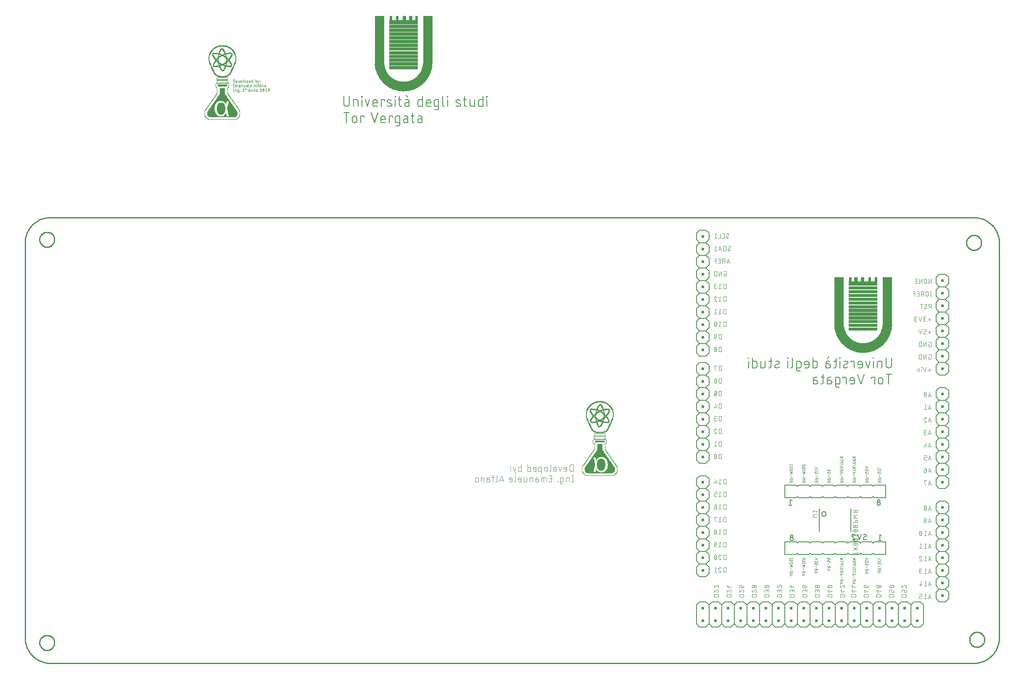
<source format=gbo>
G04 EAGLE Gerber RS-274X export*
G75*
%MOMM*%
%FSLAX34Y34*%
%LPD*%
%INBottom Silkscreen*%
%IPPOS*%
%AMOC8*
5,1,8,0,0,1.08239X$1,22.5*%
G01*
%ADD10R,5.400000X0.030000*%
%ADD11R,0.180000X0.030000*%
%ADD12R,0.150000X0.030000*%
%ADD13R,0.120000X0.030000*%
%ADD14R,0.090000X0.030000*%
%ADD15R,0.060000X0.030000*%
%ADD16R,4.860000X0.030000*%
%ADD17R,5.100000X0.030000*%
%ADD18R,5.280000X0.030000*%
%ADD19R,2.250000X0.030000*%
%ADD20R,2.910000X0.030000*%
%ADD21R,2.100000X0.030000*%
%ADD22R,2.730000X0.030000*%
%ADD23R,2.040000X0.030000*%
%ADD24R,0.720000X0.030000*%
%ADD25R,1.470000X0.030000*%
%ADD26R,1.980000X0.030000*%
%ADD27R,0.660000X0.030000*%
%ADD28R,1.530000X0.030000*%
%ADD29R,0.570000X0.030000*%
%ADD30R,1.560000X0.030000*%
%ADD31R,1.950000X0.030000*%
%ADD32R,0.540000X0.030000*%
%ADD33R,1.620000X0.030000*%
%ADD34R,0.510000X0.030000*%
%ADD35R,1.650000X0.030000*%
%ADD36R,1.890000X0.030000*%
%ADD37R,0.450000X0.030000*%
%ADD38R,0.390000X0.030000*%
%ADD39R,1.860000X0.030000*%
%ADD40R,0.360000X0.030000*%
%ADD41R,1.710000X0.030000*%
%ADD42R,0.330000X0.030000*%
%ADD43R,1.740000X0.030000*%
%ADD44R,0.030000X0.030000*%
%ADD45R,1.830000X0.030000*%
%ADD46R,0.300000X0.030000*%
%ADD47R,1.800000X0.030000*%
%ADD48R,0.240000X0.030000*%
%ADD49R,1.770000X0.030000*%
%ADD50R,0.420000X0.030000*%
%ADD51R,0.210000X0.030000*%
%ADD52R,0.600000X0.030000*%
%ADD53R,0.810000X0.030000*%
%ADD54R,0.900000X0.030000*%
%ADD55R,0.960000X0.030000*%
%ADD56R,1.020000X0.030000*%
%ADD57R,1.680000X0.030000*%
%ADD58R,1.080000X0.030000*%
%ADD59R,1.170000X0.030000*%
%ADD60R,1.200000X0.030000*%
%ADD61R,1.230000X0.030000*%
%ADD62R,1.920000X0.030000*%
%ADD63R,1.290000X0.030000*%
%ADD64R,1.590000X0.030000*%
%ADD65R,1.350000X0.030000*%
%ADD66R,1.380000X0.030000*%
%ADD67R,1.410000X0.030000*%
%ADD68R,1.500000X0.030000*%
%ADD69R,1.440000X0.030000*%
%ADD70R,1.320000X0.030000*%
%ADD71R,1.260000X0.030000*%
%ADD72R,1.140000X0.030000*%
%ADD73R,1.110000X0.030000*%
%ADD74R,0.990000X0.030000*%
%ADD75R,0.930000X0.030000*%
%ADD76R,0.870000X0.030000*%
%ADD77R,0.840000X0.030000*%
%ADD78R,0.780000X0.030000*%
%ADD79R,0.750000X0.030000*%
%ADD80R,0.690000X0.030000*%
%ADD81R,0.630000X0.030000*%
%ADD82R,1.050000X0.030000*%
%ADD83R,0.480000X0.030000*%
%ADD84R,0.270000X0.030000*%
%ADD85R,2.940000X0.030000*%
%ADD86R,2.880000X0.030000*%
%ADD87R,2.820000X0.030000*%
%ADD88R,2.760000X0.030000*%
%ADD89R,2.700000X0.030000*%
%ADD90R,2.640000X0.030000*%
%ADD91R,2.580000X0.030000*%
%ADD92R,2.520000X0.030000*%
%ADD93R,2.460000X0.030000*%
%ADD94R,2.400000X0.030000*%
%ADD95R,2.340000X0.030000*%
%ADD96R,2.280000X0.030000*%
%ADD97R,2.220000X0.030000*%
%ADD98R,2.160000X0.030000*%
%ADD99R,2.130000X0.030000*%
%ADD100R,2.370000X0.030000*%
%ADD101C,0.050800*%
%ADD102R,0.300000X0.050000*%
%ADD103R,1.550000X0.050000*%
%ADD104R,2.250000X0.050000*%
%ADD105R,2.650000X0.050000*%
%ADD106R,3.050000X0.050000*%
%ADD107R,3.450000X0.050000*%
%ADD108R,3.700000X0.050000*%
%ADD109R,4.000000X0.050000*%
%ADD110R,4.300000X0.050000*%
%ADD111R,4.500000X0.050000*%
%ADD112R,4.700000X0.050000*%
%ADD113R,4.950000X0.050000*%
%ADD114R,5.150000X0.050000*%
%ADD115R,5.350000X0.050000*%
%ADD116R,5.550000X0.050000*%
%ADD117R,5.750000X0.050000*%
%ADD118R,5.900000X0.050000*%
%ADD119R,6.050000X0.050000*%
%ADD120R,6.250000X0.050000*%
%ADD121R,6.350000X0.050000*%
%ADD122R,6.500000X0.050000*%
%ADD123R,6.650000X0.050000*%
%ADD124R,6.800000X0.050000*%
%ADD125R,6.950000X0.050000*%
%ADD126R,7.050000X0.050000*%
%ADD127R,7.200000X0.050000*%
%ADD128R,7.350000X0.050000*%
%ADD129R,7.450000X0.050000*%
%ADD130R,7.550000X0.050000*%
%ADD131R,7.700000X0.050000*%
%ADD132R,7.800000X0.050000*%
%ADD133R,7.900000X0.050000*%
%ADD134R,8.000000X0.050000*%
%ADD135R,8.100000X0.050000*%
%ADD136R,8.200000X0.050000*%
%ADD137R,8.300000X0.050000*%
%ADD138R,8.450000X0.050000*%
%ADD139R,8.500000X0.050000*%
%ADD140R,4.250000X0.050000*%
%ADD141R,4.150000X0.050000*%
%ADD142R,3.650000X0.050000*%
%ADD143R,3.500000X0.050000*%
%ADD144R,3.350000X0.050000*%
%ADD145R,3.250000X0.050000*%
%ADD146R,3.150000X0.050000*%
%ADD147R,2.950000X0.050000*%
%ADD148R,2.900000X0.050000*%
%ADD149R,2.850000X0.050000*%
%ADD150R,2.800000X0.050000*%
%ADD151R,2.750000X0.050000*%
%ADD152R,2.700000X0.050000*%
%ADD153R,2.600000X0.050000*%
%ADD154R,2.550000X0.050000*%
%ADD155R,2.500000X0.050000*%
%ADD156R,2.450000X0.050000*%
%ADD157R,2.400000X0.050000*%
%ADD158R,2.350000X0.050000*%
%ADD159R,2.300000X0.050000*%
%ADD160R,2.200000X0.050000*%
%ADD161R,2.150000X0.050000*%
%ADD162R,2.100000X0.050000*%
%ADD163R,2.050000X0.050000*%
%ADD164R,2.000000X0.050000*%
%ADD165R,1.950000X0.050000*%
%ADD166R,1.900000X0.050000*%
%ADD167R,0.550000X0.050000*%
%ADD168R,0.700000X0.050000*%
%ADD169R,0.750000X0.050000*%
%ADD170R,1.850000X0.050000*%
%ADD171C,0.177800*%
%ADD172C,0.101600*%
%ADD173C,0.152400*%
%ADD174R,0.508000X0.508000*%
%ADD175C,0.127000*%
%ADD176C,0.254000*%


D10*
X397800Y1092200D03*
D11*
X370800Y1092500D03*
X424800Y1092500D03*
D12*
X370050Y1092800D03*
X425550Y1092800D03*
X369450Y1093100D03*
X426150Y1093100D03*
D13*
X368700Y1093400D03*
X426900Y1093400D03*
D14*
X368250Y1093700D03*
X427350Y1093700D03*
D13*
X367800Y1094000D03*
X427800Y1094000D03*
D14*
X367350Y1094300D03*
X428250Y1094300D03*
X367050Y1094600D03*
X428550Y1094600D03*
X366750Y1094900D03*
X428850Y1094900D03*
D15*
X366300Y1095200D03*
X429300Y1095200D03*
X366000Y1095500D03*
X429600Y1095500D03*
D14*
X365550Y1095800D03*
X430050Y1095800D03*
D15*
X365400Y1096100D03*
X430200Y1096100D03*
X365100Y1096400D03*
X430500Y1096400D03*
D14*
X364950Y1096700D03*
X430650Y1096700D03*
X364650Y1097000D03*
X430950Y1097000D03*
X364350Y1097300D03*
D16*
X397800Y1097300D03*
D14*
X431250Y1097300D03*
D15*
X364200Y1097600D03*
D17*
X397800Y1097600D03*
D15*
X431400Y1097600D03*
X363900Y1097900D03*
D18*
X397800Y1097900D03*
D15*
X431700Y1097900D03*
D14*
X363750Y1098200D03*
D10*
X397800Y1098200D03*
D14*
X431850Y1098200D03*
D15*
X363600Y1098500D03*
D19*
X381450Y1098500D03*
D20*
X410850Y1098500D03*
D15*
X432000Y1098500D03*
X363300Y1098800D03*
D21*
X380400Y1098800D03*
D22*
X412050Y1098800D03*
D15*
X432300Y1098800D03*
D14*
X363150Y1099100D03*
D23*
X379800Y1099100D03*
D24*
X402900Y1099100D03*
D25*
X418650Y1099100D03*
D15*
X432300Y1099100D03*
X363000Y1099400D03*
D26*
X379200Y1099400D03*
D27*
X403200Y1099400D03*
D28*
X418650Y1099400D03*
D15*
X432600Y1099400D03*
X363000Y1099700D03*
D26*
X378900Y1099700D03*
D29*
X403350Y1099700D03*
D30*
X418800Y1099700D03*
D15*
X432600Y1099700D03*
X362700Y1100000D03*
D31*
X378450Y1100000D03*
D32*
X403500Y1100000D03*
D33*
X418800Y1100000D03*
D14*
X432750Y1100000D03*
D15*
X362700Y1100300D03*
D31*
X378150Y1100300D03*
D34*
X403650Y1100300D03*
D35*
X418950Y1100300D03*
D15*
X432900Y1100300D03*
X362700Y1100600D03*
D36*
X377850Y1100600D03*
D37*
X403650Y1100600D03*
D35*
X418950Y1100600D03*
D15*
X432900Y1100600D03*
X362400Y1100900D03*
D36*
X377550Y1100900D03*
D38*
X403950Y1100900D03*
D35*
X418950Y1100900D03*
D15*
X433200Y1100900D03*
X362400Y1101200D03*
D39*
X377400Y1101200D03*
D40*
X404100Y1101200D03*
D41*
X418950Y1101200D03*
D15*
X433200Y1101200D03*
X362400Y1101500D03*
D39*
X377100Y1101500D03*
D42*
X403950Y1101500D03*
D43*
X419100Y1101500D03*
D15*
X433200Y1101500D03*
D44*
X362250Y1101800D03*
D45*
X376950Y1101800D03*
D46*
X404100Y1101800D03*
D43*
X419100Y1101800D03*
D44*
X433350Y1101800D03*
D15*
X362100Y1102100D03*
D47*
X376800Y1102100D03*
D48*
X404100Y1102100D03*
D49*
X418950Y1102100D03*
D44*
X433350Y1102100D03*
D15*
X362100Y1102400D03*
D47*
X376500Y1102400D03*
D50*
X395100Y1102400D03*
D51*
X404250Y1102400D03*
D47*
X419100Y1102400D03*
D44*
X433350Y1102400D03*
D15*
X362100Y1102700D03*
D49*
X376350Y1102700D03*
D52*
X395100Y1102700D03*
D51*
X404250Y1102700D03*
D47*
X419100Y1102700D03*
D44*
X433350Y1102700D03*
D15*
X362100Y1103000D03*
D49*
X376350Y1103000D03*
D24*
X395100Y1103000D03*
D11*
X404400Y1103000D03*
D45*
X418950Y1103000D03*
D44*
X433350Y1103000D03*
X361950Y1103300D03*
D43*
X376200Y1103300D03*
D53*
X395250Y1103300D03*
D13*
X404400Y1103300D03*
D45*
X418950Y1103300D03*
D44*
X433350Y1103300D03*
X361950Y1103600D03*
D43*
X375900Y1103600D03*
D54*
X395100Y1103600D03*
D13*
X404400Y1103600D03*
D45*
X418950Y1103600D03*
D44*
X361950Y1103900D03*
D41*
X375750Y1103900D03*
D55*
X395100Y1103900D03*
D14*
X404550Y1103900D03*
D39*
X419100Y1103900D03*
D44*
X361950Y1104200D03*
D41*
X375750Y1104200D03*
D56*
X395100Y1104200D03*
D14*
X404550Y1104200D03*
D39*
X419100Y1104200D03*
D44*
X361950Y1104500D03*
D57*
X375600Y1104500D03*
D58*
X395100Y1104500D03*
D15*
X404400Y1104500D03*
D36*
X418950Y1104500D03*
D44*
X361950Y1104800D03*
D57*
X375600Y1104800D03*
D59*
X395250Y1104800D03*
D36*
X418950Y1104800D03*
D44*
X361950Y1105100D03*
D35*
X375450Y1105100D03*
D60*
X395100Y1105100D03*
D36*
X418950Y1105100D03*
D44*
X361950Y1105400D03*
D33*
X375300Y1105400D03*
D61*
X395250Y1105400D03*
D62*
X418800Y1105400D03*
D44*
X361950Y1105700D03*
D33*
X375300Y1105700D03*
D63*
X395250Y1105700D03*
D36*
X418650Y1105700D03*
D44*
X361950Y1106000D03*
D64*
X375450Y1106000D03*
D63*
X395250Y1106000D03*
D36*
X418650Y1106000D03*
D44*
X433350Y1106000D03*
D15*
X362100Y1106300D03*
D30*
X375300Y1106300D03*
D65*
X395250Y1106300D03*
D36*
X418650Y1106300D03*
D44*
X433350Y1106300D03*
D15*
X362100Y1106600D03*
D30*
X375300Y1106600D03*
D66*
X395100Y1106600D03*
D36*
X418650Y1106600D03*
D44*
X433350Y1106600D03*
D15*
X362100Y1106900D03*
D28*
X375150Y1106900D03*
D67*
X395250Y1106900D03*
D62*
X418500Y1106900D03*
D44*
X433350Y1106900D03*
D15*
X362100Y1107200D03*
D68*
X375300Y1107200D03*
D67*
X395250Y1107200D03*
D36*
X418350Y1107200D03*
D44*
X433350Y1107200D03*
X362250Y1107500D03*
D68*
X375300Y1107500D03*
D25*
X395250Y1107500D03*
D36*
X418350Y1107500D03*
D44*
X433350Y1107500D03*
D15*
X362400Y1107800D03*
D25*
X375150Y1107800D03*
X395250Y1107800D03*
D36*
X418350Y1107800D03*
D15*
X433200Y1107800D03*
X362400Y1108100D03*
D69*
X375300Y1108100D03*
D68*
X395400Y1108100D03*
D36*
X418050Y1108100D03*
D15*
X433200Y1108100D03*
X362400Y1108400D03*
D69*
X375300Y1108400D03*
D68*
X395400Y1108400D03*
D36*
X418050Y1108400D03*
D15*
X433200Y1108400D03*
D44*
X362550Y1108700D03*
D67*
X375450Y1108700D03*
D68*
X395400Y1108700D03*
D39*
X417900Y1108700D03*
D44*
X433050Y1108700D03*
D15*
X362700Y1109000D03*
D66*
X375300Y1109000D03*
D30*
X395400Y1109000D03*
D39*
X417900Y1109000D03*
D15*
X432900Y1109000D03*
X362700Y1109300D03*
D66*
X375300Y1109300D03*
D30*
X395400Y1109300D03*
D45*
X417750Y1109300D03*
D15*
X432900Y1109300D03*
X363000Y1109600D03*
D65*
X375450Y1109600D03*
D30*
X395400Y1109600D03*
D39*
X417600Y1109600D03*
D15*
X432600Y1109600D03*
X363000Y1109900D03*
D70*
X375600Y1109900D03*
D30*
X395400Y1109900D03*
D45*
X417450Y1109900D03*
D15*
X432600Y1109900D03*
D14*
X363150Y1110200D03*
D71*
X375600Y1110200D03*
D64*
X395550Y1110200D03*
D47*
X417300Y1110200D03*
D15*
X432300Y1110200D03*
X363300Y1110500D03*
D71*
X375600Y1110500D03*
D33*
X395400Y1110500D03*
D47*
X417300Y1110500D03*
D15*
X432300Y1110500D03*
D14*
X363450Y1110800D03*
D61*
X375750Y1110800D03*
D33*
X395400Y1110800D03*
D49*
X417150Y1110800D03*
D14*
X432150Y1110800D03*
D15*
X363600Y1111100D03*
D60*
X375900Y1111100D03*
D33*
X395400Y1111100D03*
D49*
X416850Y1111100D03*
D15*
X432000Y1111100D03*
X363900Y1111400D03*
D60*
X375900Y1111400D03*
D33*
X395400Y1111400D03*
D49*
X416850Y1111400D03*
D15*
X431700Y1111400D03*
D14*
X364050Y1111700D03*
D59*
X376050Y1111700D03*
D33*
X395400Y1111700D03*
D41*
X416550Y1111700D03*
D15*
X431400Y1111700D03*
X364200Y1112000D03*
D72*
X376200Y1112000D03*
D33*
X395400Y1112000D03*
D41*
X416550Y1112000D03*
D15*
X431400Y1112000D03*
X364500Y1112300D03*
D73*
X376350Y1112300D03*
D33*
X395400Y1112300D03*
D57*
X416400Y1112300D03*
D15*
X431100Y1112300D03*
D14*
X364650Y1112600D03*
D58*
X376500Y1112600D03*
D57*
X395400Y1112600D03*
X416100Y1112600D03*
D14*
X430950Y1112600D03*
X364950Y1112900D03*
D58*
X376500Y1112900D03*
D57*
X395400Y1112900D03*
X416100Y1112900D03*
D14*
X430650Y1112900D03*
D15*
X365100Y1113200D03*
D56*
X376500Y1113200D03*
D57*
X395400Y1113200D03*
D35*
X415950Y1113200D03*
D15*
X430500Y1113200D03*
X365400Y1113500D03*
D74*
X376650Y1113500D03*
D57*
X395400Y1113500D03*
D33*
X415800Y1113500D03*
D15*
X430200Y1113500D03*
D14*
X365550Y1113800D03*
D74*
X376650Y1113800D03*
D57*
X395400Y1113800D03*
D33*
X415800Y1113800D03*
D14*
X430050Y1113800D03*
D15*
X365700Y1114100D03*
D55*
X376800Y1114100D03*
D57*
X395400Y1114100D03*
D64*
X415650Y1114100D03*
D15*
X429900Y1114100D03*
X366000Y1114400D03*
D75*
X376950Y1114400D03*
D57*
X395400Y1114400D03*
D30*
X415500Y1114400D03*
D15*
X429600Y1114400D03*
D14*
X366150Y1114700D03*
D75*
X376950Y1114700D03*
D57*
X395400Y1114700D03*
D30*
X415500Y1114700D03*
D14*
X429450Y1114700D03*
D15*
X366300Y1115000D03*
D54*
X377100Y1115000D03*
D57*
X395400Y1115000D03*
D28*
X415350Y1115000D03*
D14*
X429150Y1115000D03*
D15*
X366600Y1115300D03*
D76*
X377250Y1115300D03*
D57*
X395400Y1115300D03*
D68*
X415200Y1115300D03*
D15*
X429000Y1115300D03*
D14*
X366750Y1115600D03*
D54*
X377400Y1115600D03*
D57*
X395400Y1115600D03*
D25*
X415050Y1115600D03*
D14*
X428850Y1115600D03*
X367050Y1115900D03*
D76*
X377550Y1115900D03*
D35*
X395550Y1115900D03*
D25*
X415050Y1115900D03*
D14*
X428550Y1115900D03*
D15*
X367200Y1116200D03*
D77*
X377700Y1116200D03*
D35*
X395550Y1116200D03*
D67*
X415050Y1116200D03*
D15*
X428400Y1116200D03*
D14*
X367350Y1116500D03*
D53*
X377850Y1116500D03*
D33*
X395400Y1116500D03*
D66*
X414900Y1116500D03*
D14*
X428250Y1116500D03*
X367650Y1116800D03*
D53*
X377850Y1116800D03*
D33*
X395400Y1116800D03*
D66*
X414900Y1116800D03*
D14*
X427950Y1116800D03*
D15*
X367800Y1117100D03*
D78*
X378000Y1117100D03*
D33*
X395400Y1117100D03*
D65*
X414750Y1117100D03*
D15*
X427800Y1117100D03*
X368100Y1117400D03*
D79*
X378150Y1117400D03*
D33*
X395400Y1117400D03*
D70*
X414600Y1117400D03*
D15*
X427500Y1117400D03*
D14*
X368250Y1117700D03*
D79*
X378150Y1117700D03*
D33*
X395400Y1117700D03*
D63*
X414750Y1117700D03*
D14*
X427350Y1117700D03*
D15*
X368400Y1118000D03*
D24*
X378300Y1118000D03*
D33*
X395400Y1118000D03*
D71*
X414600Y1118000D03*
D15*
X427200Y1118000D03*
X368700Y1118300D03*
D80*
X378450Y1118300D03*
D64*
X395550Y1118300D03*
D61*
X414450Y1118300D03*
D15*
X426900Y1118300D03*
D14*
X368850Y1118600D03*
D24*
X378600Y1118600D03*
D64*
X395550Y1118600D03*
D60*
X414600Y1118600D03*
D14*
X426750Y1118600D03*
D15*
X369000Y1118900D03*
D80*
X378750Y1118900D03*
D30*
X395400Y1118900D03*
D59*
X414450Y1118900D03*
D15*
X426600Y1118900D03*
X369300Y1119200D03*
D27*
X378900Y1119200D03*
D30*
X395400Y1119200D03*
D72*
X414300Y1119200D03*
D15*
X426300Y1119200D03*
D14*
X369450Y1119500D03*
D27*
X378900Y1119500D03*
D30*
X395400Y1119500D03*
D72*
X414300Y1119500D03*
D14*
X426150Y1119500D03*
D15*
X369600Y1119800D03*
D27*
X379200Y1119800D03*
D28*
X395550Y1119800D03*
D73*
X414150Y1119800D03*
D15*
X426000Y1119800D03*
X369900Y1120100D03*
D81*
X379350Y1120100D03*
D28*
X395550Y1120100D03*
D82*
X414150Y1120100D03*
D15*
X425700Y1120100D03*
D14*
X370050Y1120400D03*
D52*
X379500Y1120400D03*
D68*
X395400Y1120400D03*
D56*
X414000Y1120400D03*
D14*
X425550Y1120400D03*
D15*
X370200Y1120700D03*
D52*
X379500Y1120700D03*
D68*
X395400Y1120700D03*
D56*
X414000Y1120700D03*
D14*
X425250Y1120700D03*
D15*
X370500Y1121000D03*
D52*
X379800Y1121000D03*
D25*
X395250Y1121000D03*
D74*
X413850Y1121000D03*
D15*
X425100Y1121000D03*
D14*
X370650Y1121300D03*
D29*
X379950Y1121300D03*
D69*
X395400Y1121300D03*
D55*
X413700Y1121300D03*
D15*
X424800Y1121300D03*
D14*
X370950Y1121600D03*
D29*
X379950Y1121600D03*
D69*
X395400Y1121600D03*
D75*
X413850Y1121600D03*
D14*
X424650Y1121600D03*
D15*
X371100Y1121900D03*
D29*
X380250Y1121900D03*
D66*
X395400Y1121900D03*
D54*
X413700Y1121900D03*
D15*
X424500Y1121900D03*
X371400Y1122200D03*
D32*
X380400Y1122200D03*
D66*
X395400Y1122200D03*
D76*
X413550Y1122200D03*
D15*
X424200Y1122200D03*
D14*
X371550Y1122500D03*
D32*
X380400Y1122500D03*
D70*
X395400Y1122500D03*
D77*
X413400Y1122500D03*
D14*
X424050Y1122500D03*
D15*
X371700Y1122800D03*
D32*
X380700Y1122800D03*
D63*
X395250Y1122800D03*
D53*
X413550Y1122800D03*
D15*
X423900Y1122800D03*
X372000Y1123100D03*
D34*
X380850Y1123100D03*
D71*
X395400Y1123100D03*
D78*
X413400Y1123100D03*
D15*
X423600Y1123100D03*
D14*
X372150Y1123400D03*
D34*
X381150Y1123400D03*
D60*
X395400Y1123400D03*
D79*
X413250Y1123400D03*
D14*
X423450Y1123400D03*
X372450Y1123700D03*
D34*
X381150Y1123700D03*
D72*
X395400Y1123700D03*
D79*
X413250Y1123700D03*
D14*
X423150Y1123700D03*
D15*
X372600Y1124000D03*
D34*
X381450Y1124000D03*
D73*
X395550Y1124000D03*
D80*
X413250Y1124000D03*
D15*
X423000Y1124000D03*
X372900Y1124300D03*
D83*
X381600Y1124300D03*
D82*
X395550Y1124300D03*
D15*
X404700Y1124300D03*
D27*
X413100Y1124300D03*
D15*
X422700Y1124300D03*
D14*
X373050Y1124600D03*
D34*
X381750Y1124600D03*
D74*
X395550Y1124600D03*
D14*
X404550Y1124600D03*
D27*
X413100Y1124600D03*
D14*
X422550Y1124600D03*
X373350Y1124900D03*
D34*
X382050Y1124900D03*
D54*
X395400Y1124900D03*
D14*
X404550Y1124900D03*
D81*
X412950Y1124900D03*
D14*
X422250Y1124900D03*
D15*
X373500Y1125200D03*
D34*
X382350Y1125200D03*
D78*
X395400Y1125200D03*
D12*
X404550Y1125200D03*
D29*
X412950Y1125200D03*
D15*
X422100Y1125200D03*
X373800Y1125500D03*
D83*
X382500Y1125500D03*
D27*
X395400Y1125500D03*
D11*
X404400Y1125500D03*
D32*
X412800Y1125500D03*
D15*
X421800Y1125500D03*
D14*
X373950Y1125800D03*
D34*
X382650Y1125800D03*
D32*
X395400Y1125800D03*
D51*
X404250Y1125800D03*
D32*
X412800Y1125800D03*
D14*
X421650Y1125800D03*
X374250Y1126100D03*
D34*
X382950Y1126100D03*
D48*
X395400Y1126100D03*
D84*
X404250Y1126100D03*
D83*
X412800Y1126100D03*
D14*
X421350Y1126100D03*
D15*
X374400Y1126400D03*
D34*
X383250Y1126400D03*
D84*
X404250Y1126400D03*
D37*
X412650Y1126400D03*
D15*
X421200Y1126400D03*
D14*
X374550Y1126700D03*
D34*
X383550Y1126700D03*
D46*
X404100Y1126700D03*
D50*
X412500Y1126700D03*
D14*
X421050Y1126700D03*
D15*
X374700Y1127000D03*
D32*
X383700Y1127000D03*
D40*
X404100Y1127000D03*
D50*
X412500Y1127000D03*
D15*
X420900Y1127000D03*
X375000Y1127300D03*
D32*
X384000Y1127300D03*
D38*
X403950Y1127300D03*
D40*
X412500Y1127300D03*
D15*
X420600Y1127300D03*
X375000Y1127600D03*
D29*
X384150Y1127600D03*
D50*
X403800Y1127600D03*
D40*
X412500Y1127600D03*
D14*
X420450Y1127600D03*
D15*
X375300Y1127900D03*
D52*
X384600Y1127900D03*
D34*
X403650Y1127900D03*
D42*
X412350Y1127900D03*
D15*
X420300Y1127900D03*
D14*
X375450Y1128200D03*
D52*
X384900Y1128200D03*
D32*
X403500Y1128200D03*
D84*
X412350Y1128200D03*
D15*
X420000Y1128200D03*
D14*
X375750Y1128500D03*
D81*
X385050Y1128500D03*
D29*
X403350Y1128500D03*
D84*
X412350Y1128500D03*
D14*
X419850Y1128500D03*
D15*
X375900Y1128800D03*
D27*
X385500Y1128800D03*
D52*
X403200Y1128800D03*
D48*
X412200Y1128800D03*
D15*
X419700Y1128800D03*
X376200Y1129100D03*
D80*
X385950Y1129100D03*
X403050Y1129100D03*
D11*
X412200Y1129100D03*
D15*
X419400Y1129100D03*
D14*
X376350Y1129400D03*
D78*
X386400Y1129400D03*
X402600Y1129400D03*
D11*
X412200Y1129400D03*
D14*
X419250Y1129400D03*
D15*
X376500Y1129700D03*
D77*
X387000Y1129700D03*
D68*
X405300Y1129700D03*
D15*
X419100Y1129700D03*
X376800Y1130000D03*
D75*
X387750Y1130000D03*
D33*
X404400Y1130000D03*
D15*
X418800Y1130000D03*
D14*
X376950Y1130300D03*
D85*
X397800Y1130300D03*
D14*
X418650Y1130300D03*
X377250Y1130600D03*
D86*
X397800Y1130600D03*
D14*
X418350Y1130600D03*
X377550Y1130900D03*
D87*
X397800Y1130900D03*
D14*
X418050Y1130900D03*
D15*
X377700Y1131200D03*
D88*
X397800Y1131200D03*
D15*
X417900Y1131200D03*
D14*
X377850Y1131500D03*
D89*
X397800Y1131500D03*
D14*
X417750Y1131500D03*
X378150Y1131800D03*
D89*
X397800Y1131800D03*
D14*
X417450Y1131800D03*
D15*
X378300Y1132100D03*
D90*
X397800Y1132100D03*
D15*
X417300Y1132100D03*
X378600Y1132400D03*
D91*
X397800Y1132400D03*
D15*
X417000Y1132400D03*
D14*
X378750Y1132700D03*
D91*
X397800Y1132700D03*
D14*
X416850Y1132700D03*
D15*
X378900Y1133000D03*
D92*
X397800Y1133000D03*
D15*
X416700Y1133000D03*
X379200Y1133300D03*
D93*
X397800Y1133300D03*
D15*
X416400Y1133300D03*
D14*
X379350Y1133600D03*
D94*
X397800Y1133600D03*
D14*
X416250Y1133600D03*
D15*
X379500Y1133900D03*
D94*
X397800Y1133900D03*
D14*
X415950Y1133900D03*
D15*
X379800Y1134200D03*
D95*
X397800Y1134200D03*
D15*
X415800Y1134200D03*
D14*
X379950Y1134500D03*
D96*
X397800Y1134500D03*
D15*
X415500Y1134500D03*
D14*
X380250Y1134800D03*
D96*
X397800Y1134800D03*
D14*
X415350Y1134800D03*
D15*
X380400Y1135100D03*
D97*
X397800Y1135100D03*
D15*
X415200Y1135100D03*
X380700Y1135400D03*
D98*
X397800Y1135400D03*
D15*
X414900Y1135400D03*
D14*
X380850Y1135700D03*
D99*
X397650Y1135700D03*
D14*
X414750Y1135700D03*
D15*
X381000Y1136000D03*
D21*
X397800Y1136000D03*
D15*
X414600Y1136000D03*
X381300Y1136300D03*
D23*
X397800Y1136300D03*
D15*
X414300Y1136300D03*
X381300Y1136600D03*
D26*
X397800Y1136600D03*
D15*
X414300Y1136600D03*
X381600Y1136900D03*
D26*
X397800Y1136900D03*
D15*
X414000Y1136900D03*
D14*
X381750Y1137200D03*
D26*
X397800Y1137200D03*
D14*
X413850Y1137200D03*
X382050Y1137500D03*
D62*
X397800Y1137500D03*
D14*
X413550Y1137500D03*
D15*
X382200Y1137800D03*
D39*
X397800Y1137800D03*
D15*
X413400Y1137800D03*
X382500Y1138100D03*
D47*
X397800Y1138100D03*
D15*
X413100Y1138100D03*
D14*
X382650Y1138400D03*
D43*
X397800Y1138400D03*
D14*
X412950Y1138400D03*
X382950Y1138700D03*
D43*
X397800Y1138700D03*
D14*
X412650Y1138700D03*
D15*
X383100Y1139000D03*
D57*
X397800Y1139000D03*
D15*
X412500Y1139000D03*
X383400Y1139300D03*
D33*
X397800Y1139300D03*
D15*
X412200Y1139300D03*
D14*
X383550Y1139600D03*
D33*
X397800Y1139600D03*
D14*
X412050Y1139600D03*
D15*
X383700Y1139900D03*
D30*
X397800Y1139900D03*
D15*
X411900Y1139900D03*
X384000Y1140200D03*
D68*
X397800Y1140200D03*
D15*
X411600Y1140200D03*
D14*
X384150Y1140500D03*
D69*
X397800Y1140500D03*
D14*
X411450Y1140500D03*
D15*
X384300Y1140800D03*
D69*
X397800Y1140800D03*
D14*
X411150Y1140800D03*
D15*
X384600Y1141100D03*
D66*
X397800Y1141100D03*
D15*
X411000Y1141100D03*
D14*
X384750Y1141400D03*
D70*
X397800Y1141400D03*
D15*
X410700Y1141400D03*
D14*
X385050Y1141700D03*
D70*
X397800Y1141700D03*
D14*
X410550Y1141700D03*
D15*
X385200Y1142000D03*
D71*
X397800Y1142000D03*
D15*
X410400Y1142000D03*
D14*
X385350Y1142300D03*
D60*
X397800Y1142300D03*
D14*
X410250Y1142300D03*
X385650Y1142600D03*
D60*
X397800Y1142600D03*
D14*
X409950Y1142600D03*
D15*
X385800Y1142900D03*
D72*
X397800Y1142900D03*
D15*
X409800Y1142900D03*
X386100Y1143200D03*
D58*
X397800Y1143200D03*
D15*
X409500Y1143200D03*
D14*
X386250Y1143500D03*
D58*
X397800Y1143500D03*
D14*
X409350Y1143500D03*
D15*
X386400Y1143800D03*
D58*
X397800Y1143800D03*
D15*
X409200Y1143800D03*
X386700Y1144100D03*
D58*
X397800Y1144100D03*
D15*
X408900Y1144100D03*
X387000Y1144400D03*
D58*
X397800Y1144400D03*
D15*
X408600Y1144400D03*
X387000Y1144700D03*
D58*
X397800Y1144700D03*
D14*
X408450Y1144700D03*
D44*
X387150Y1145000D03*
D58*
X397800Y1145000D03*
D15*
X408300Y1145000D03*
D44*
X387150Y1145300D03*
D58*
X397800Y1145300D03*
D15*
X408300Y1145300D03*
D44*
X387150Y1145600D03*
D58*
X397800Y1145600D03*
D15*
X408300Y1145600D03*
D44*
X387150Y1145900D03*
D58*
X397800Y1145900D03*
D15*
X408300Y1145900D03*
D44*
X387150Y1146200D03*
D58*
X397800Y1146200D03*
D15*
X408300Y1146200D03*
D44*
X387150Y1146500D03*
D58*
X397800Y1146500D03*
D15*
X408300Y1146500D03*
D44*
X387150Y1146800D03*
D58*
X397800Y1146800D03*
D15*
X408300Y1146800D03*
D44*
X387150Y1147100D03*
D58*
X397800Y1147100D03*
D15*
X408300Y1147100D03*
D44*
X387150Y1147400D03*
D58*
X397800Y1147400D03*
D15*
X408300Y1147400D03*
D44*
X387150Y1147700D03*
D58*
X397800Y1147700D03*
D15*
X408300Y1147700D03*
D44*
X387150Y1148000D03*
D58*
X397800Y1148000D03*
D15*
X408300Y1148000D03*
D44*
X387150Y1148300D03*
D58*
X397800Y1148300D03*
D15*
X408300Y1148300D03*
D44*
X387150Y1148600D03*
D58*
X397800Y1148600D03*
D15*
X408300Y1148600D03*
D44*
X387150Y1148900D03*
D58*
X397800Y1148900D03*
D15*
X408300Y1148900D03*
D44*
X387150Y1149200D03*
D58*
X397800Y1149200D03*
D15*
X408300Y1149200D03*
D44*
X387150Y1149500D03*
D58*
X397800Y1149500D03*
D15*
X408300Y1149500D03*
D44*
X387150Y1149800D03*
D58*
X397800Y1149800D03*
D15*
X408300Y1149800D03*
D44*
X387150Y1150100D03*
D58*
X397800Y1150100D03*
D15*
X408300Y1150100D03*
D44*
X387150Y1150400D03*
D58*
X397800Y1150400D03*
D15*
X408300Y1150400D03*
D44*
X387150Y1150700D03*
D58*
X397800Y1150700D03*
D15*
X408300Y1150700D03*
D44*
X387150Y1151000D03*
D58*
X397800Y1151000D03*
D15*
X408300Y1151000D03*
D44*
X387150Y1151300D03*
D58*
X397800Y1151300D03*
D15*
X408300Y1151300D03*
D44*
X387150Y1151600D03*
D58*
X397800Y1151600D03*
D15*
X408300Y1151600D03*
D44*
X387150Y1151900D03*
D58*
X397800Y1151900D03*
D15*
X408300Y1151900D03*
D44*
X387150Y1152200D03*
D58*
X397800Y1152200D03*
D15*
X408300Y1152200D03*
D44*
X387150Y1152500D03*
D58*
X397800Y1152500D03*
D15*
X408300Y1152500D03*
D44*
X387150Y1152800D03*
D58*
X397800Y1152800D03*
D15*
X408300Y1152800D03*
D44*
X387150Y1153100D03*
D58*
X397800Y1153100D03*
D15*
X408300Y1153100D03*
D44*
X387150Y1153400D03*
D58*
X397800Y1153400D03*
D15*
X408300Y1153400D03*
D44*
X387150Y1153700D03*
D58*
X397800Y1153700D03*
D15*
X408300Y1153700D03*
D44*
X387150Y1154000D03*
D58*
X397800Y1154000D03*
D15*
X408300Y1154000D03*
D44*
X387150Y1154300D03*
D58*
X397800Y1154300D03*
D15*
X408300Y1154300D03*
D44*
X387150Y1154600D03*
D58*
X397800Y1154600D03*
D15*
X408300Y1154600D03*
D44*
X387150Y1154900D03*
D58*
X397800Y1154900D03*
D15*
X408300Y1154900D03*
D44*
X387150Y1155200D03*
D58*
X397800Y1155200D03*
D15*
X408300Y1155200D03*
D44*
X387150Y1155500D03*
D56*
X397800Y1155500D03*
D15*
X408300Y1155500D03*
X387000Y1155800D03*
X408600Y1155800D03*
X387000Y1156100D03*
X408600Y1156100D03*
X387000Y1156400D03*
X408600Y1156400D03*
D14*
X386550Y1156700D03*
X409050Y1156700D03*
D13*
X386100Y1157000D03*
X409500Y1157000D03*
X385500Y1157300D03*
X410100Y1157300D03*
D14*
X385050Y1157600D03*
X410550Y1157600D03*
D15*
X384900Y1157900D03*
X410700Y1157900D03*
X384900Y1158200D03*
X410700Y1158200D03*
X384600Y1158500D03*
X411000Y1158500D03*
X384600Y1158800D03*
X411000Y1158800D03*
X384600Y1159100D03*
X411000Y1159100D03*
X384600Y1159400D03*
X411000Y1159400D03*
X384600Y1159700D03*
D43*
X397800Y1159700D03*
D15*
X411000Y1159700D03*
X384600Y1160000D03*
D39*
X397800Y1160000D03*
D15*
X411000Y1160000D03*
X384600Y1160300D03*
D62*
X397800Y1160300D03*
D15*
X411000Y1160300D03*
X384600Y1160600D03*
D62*
X397800Y1160600D03*
D15*
X411000Y1160600D03*
X384600Y1160900D03*
D26*
X397800Y1160900D03*
D15*
X411000Y1160900D03*
X384600Y1161200D03*
D26*
X397800Y1161200D03*
D15*
X411000Y1161200D03*
X384600Y1161500D03*
D26*
X397800Y1161500D03*
D15*
X411000Y1161500D03*
X384600Y1161800D03*
D31*
X397650Y1161800D03*
D15*
X411000Y1161800D03*
X384600Y1162100D03*
D62*
X397800Y1162100D03*
D15*
X411000Y1162100D03*
X384600Y1162400D03*
D39*
X397800Y1162400D03*
D15*
X411000Y1162400D03*
X384600Y1162700D03*
X411000Y1162700D03*
X384600Y1163000D03*
X411000Y1163000D03*
X384600Y1163300D03*
D44*
X410850Y1163300D03*
D15*
X384900Y1163600D03*
X410700Y1163600D03*
X385200Y1163900D03*
X410400Y1163900D03*
D14*
X385350Y1164200D03*
X410250Y1164200D03*
X385650Y1164500D03*
X409950Y1164500D03*
D13*
X386100Y1164800D03*
X409500Y1164800D03*
D100*
X397950Y1165100D03*
D98*
X397800Y1165400D03*
D21*
X397800Y1166000D03*
D12*
X387450Y1166300D03*
X408150Y1166300D03*
D14*
X386850Y1166600D03*
X408750Y1166600D03*
D15*
X386700Y1166900D03*
X408900Y1166900D03*
X386400Y1167200D03*
X409200Y1167200D03*
X386400Y1167500D03*
X409200Y1167500D03*
X386400Y1167800D03*
X409200Y1167800D03*
X386400Y1168100D03*
X409200Y1168100D03*
X386400Y1168400D03*
X409200Y1168400D03*
X386400Y1168700D03*
X409200Y1168700D03*
X386400Y1169000D03*
X409200Y1169000D03*
X386400Y1169300D03*
X409200Y1169300D03*
X386400Y1169600D03*
X409200Y1169600D03*
X386400Y1169900D03*
X409200Y1169900D03*
D14*
X386550Y1170200D03*
X409050Y1170200D03*
X386850Y1170500D03*
X408750Y1170500D03*
X387150Y1170800D03*
X408450Y1170800D03*
D98*
X397800Y1171100D03*
D26*
X397800Y1172300D03*
D23*
X397800Y1172600D03*
D14*
X387750Y1172900D03*
X407850Y1172900D03*
D15*
X387300Y1173200D03*
D14*
X408150Y1173200D03*
D15*
X387300Y1173500D03*
X408300Y1173500D03*
X387000Y1173800D03*
D44*
X408450Y1173800D03*
D15*
X387000Y1174100D03*
X408600Y1174100D03*
X387000Y1174400D03*
X408600Y1174400D03*
X387000Y1174700D03*
X408600Y1174700D03*
X387000Y1175000D03*
X408600Y1175000D03*
X387000Y1175300D03*
X408600Y1175300D03*
D44*
X387150Y1175600D03*
X408450Y1175600D03*
D15*
X387300Y1175900D03*
X408300Y1175900D03*
X387300Y1176200D03*
D14*
X408150Y1176200D03*
X387750Y1176500D03*
X407850Y1176500D03*
D23*
X397800Y1176800D03*
D70*
X397800Y1178300D03*
D33*
X397800Y1178600D03*
D39*
X397800Y1178900D03*
D23*
X397800Y1179200D03*
D98*
X397800Y1179500D03*
D96*
X397800Y1179800D03*
D94*
X397800Y1180100D03*
D80*
X388950Y1180400D03*
X406650Y1180400D03*
D29*
X387750Y1180700D03*
X407850Y1180700D03*
D83*
X387000Y1181000D03*
X408600Y1181000D03*
D37*
X386250Y1181300D03*
X409350Y1181300D03*
D50*
X385800Y1181600D03*
X409800Y1181600D03*
D38*
X385350Y1181900D03*
X410250Y1181900D03*
X385050Y1182200D03*
X410550Y1182200D03*
D40*
X384600Y1182500D03*
X411000Y1182500D03*
X384300Y1182800D03*
X411300Y1182800D03*
D42*
X383850Y1183100D03*
X411750Y1183100D03*
D46*
X383400Y1183400D03*
X412200Y1183400D03*
X383100Y1183700D03*
D42*
X412350Y1183700D03*
D46*
X382800Y1184000D03*
X412800Y1184000D03*
X382800Y1184300D03*
X412800Y1184300D03*
D84*
X382650Y1184600D03*
X412950Y1184600D03*
X382350Y1184900D03*
X413250Y1184900D03*
D48*
X382200Y1185200D03*
X413400Y1185200D03*
D84*
X382050Y1185500D03*
X413550Y1185500D03*
X381750Y1185800D03*
D48*
X413700Y1185800D03*
X381600Y1186100D03*
X414000Y1186100D03*
D84*
X381450Y1186400D03*
X414150Y1186400D03*
D48*
X381300Y1186700D03*
X414300Y1186700D03*
D84*
X381150Y1187000D03*
X414450Y1187000D03*
D48*
X381000Y1187300D03*
X414600Y1187300D03*
X380700Y1187600D03*
X414600Y1187600D03*
X380700Y1187900D03*
X414900Y1187900D03*
X380700Y1188200D03*
X414900Y1188200D03*
X380400Y1188500D03*
X415200Y1188500D03*
X380400Y1188800D03*
X415200Y1188800D03*
D84*
X380250Y1189100D03*
X415350Y1189100D03*
D48*
X380100Y1189400D03*
X415500Y1189400D03*
D84*
X379950Y1189700D03*
D48*
X398400Y1189700D03*
D84*
X415650Y1189700D03*
D48*
X379800Y1190000D03*
D40*
X398400Y1190000D03*
D48*
X415800Y1190000D03*
D84*
X379650Y1190300D03*
D83*
X398400Y1190300D03*
D84*
X415950Y1190300D03*
D48*
X379500Y1190600D03*
D32*
X398400Y1190600D03*
D48*
X416100Y1190600D03*
D84*
X379350Y1190900D03*
D29*
X398250Y1190900D03*
D84*
X416250Y1190900D03*
D48*
X379200Y1191200D03*
D81*
X398250Y1191200D03*
D48*
X416400Y1191200D03*
D84*
X379050Y1191500D03*
D27*
X398400Y1191500D03*
D84*
X416550Y1191500D03*
D48*
X378900Y1191800D03*
D42*
X396450Y1191800D03*
D46*
X400200Y1191800D03*
D48*
X416700Y1191800D03*
D84*
X378750Y1192100D03*
X396150Y1192100D03*
X400650Y1192100D03*
X416850Y1192100D03*
D48*
X378600Y1192400D03*
D84*
X395850Y1192400D03*
D48*
X400800Y1192400D03*
X417000Y1192400D03*
D84*
X378450Y1192700D03*
X395850Y1192700D03*
X400950Y1192700D03*
X417150Y1192700D03*
D48*
X378300Y1193000D03*
D84*
X395550Y1193000D03*
D48*
X401100Y1193000D03*
X417300Y1193000D03*
D84*
X378150Y1193300D03*
D48*
X395400Y1193300D03*
X401400Y1193300D03*
X417300Y1193300D03*
D84*
X378150Y1193600D03*
X395250Y1193600D03*
D48*
X401400Y1193600D03*
D84*
X417450Y1193600D03*
X377850Y1193900D03*
X394950Y1193900D03*
D48*
X401700Y1193900D03*
D84*
X417750Y1193900D03*
D48*
X377700Y1194200D03*
X394800Y1194200D03*
X401700Y1194200D03*
D84*
X417750Y1194200D03*
D48*
X377700Y1194500D03*
D84*
X394650Y1194500D03*
D48*
X402000Y1194500D03*
X417900Y1194500D03*
D84*
X377550Y1194800D03*
D48*
X394500Y1194800D03*
X402000Y1194800D03*
D84*
X418050Y1194800D03*
D48*
X377400Y1195100D03*
X394200Y1195100D03*
D84*
X402150Y1195100D03*
D48*
X418200Y1195100D03*
D84*
X377250Y1195400D03*
X394050Y1195400D03*
D48*
X402300Y1195400D03*
D84*
X418350Y1195400D03*
D48*
X377100Y1195700D03*
X393900Y1195700D03*
D84*
X402450Y1195700D03*
D48*
X418500Y1195700D03*
D84*
X376950Y1196000D03*
X393750Y1196000D03*
D48*
X402600Y1196000D03*
D84*
X418650Y1196000D03*
D48*
X376800Y1196300D03*
X393600Y1196300D03*
D84*
X402750Y1196300D03*
D48*
X418800Y1196300D03*
D84*
X376650Y1196600D03*
X393450Y1196600D03*
D48*
X402900Y1196600D03*
D84*
X418950Y1196600D03*
D48*
X376500Y1196900D03*
X393300Y1196900D03*
D84*
X403050Y1196900D03*
D48*
X419100Y1196900D03*
D84*
X376350Y1197200D03*
X393150Y1197200D03*
D48*
X403200Y1197200D03*
D84*
X419250Y1197200D03*
D48*
X376200Y1197500D03*
X393000Y1197500D03*
X403200Y1197500D03*
X419400Y1197500D03*
D84*
X376050Y1197800D03*
X392850Y1197800D03*
D48*
X403500Y1197800D03*
D84*
X419550Y1197800D03*
D48*
X375900Y1198100D03*
X392700Y1198100D03*
X403500Y1198100D03*
X419700Y1198100D03*
X375900Y1198400D03*
D32*
X383400Y1198400D03*
D84*
X392550Y1198400D03*
X403650Y1198400D03*
D48*
X419700Y1198400D03*
X375600Y1198700D03*
D53*
X384150Y1198700D03*
D48*
X392400Y1198700D03*
X403800Y1198700D03*
D52*
X412200Y1198700D03*
D48*
X420000Y1198700D03*
X375600Y1199000D03*
D74*
X384450Y1199000D03*
D48*
X392400Y1199000D03*
X403800Y1199000D03*
D77*
X411600Y1199000D03*
D48*
X420000Y1199000D03*
X375300Y1199300D03*
D67*
X386550Y1199300D03*
D84*
X403950Y1199300D03*
D82*
X410850Y1199300D03*
D48*
X420300Y1199300D03*
X375300Y1199600D03*
D67*
X386250Y1199600D03*
D65*
X409650Y1199600D03*
D48*
X420300Y1199600D03*
X375000Y1199900D03*
D69*
X386100Y1199900D03*
D66*
X409800Y1199900D03*
D48*
X420300Y1199900D03*
X375000Y1200200D03*
D30*
X386400Y1200200D03*
D68*
X409500Y1200200D03*
D48*
X420600Y1200200D03*
D84*
X374850Y1200500D03*
D46*
X380100Y1200500D03*
D56*
X389700Y1200500D03*
D64*
X409050Y1200500D03*
D84*
X420750Y1200500D03*
D48*
X374700Y1200800D03*
X379800Y1200800D03*
D77*
X391500Y1200800D03*
D56*
X405300Y1200800D03*
D46*
X415800Y1200800D03*
D48*
X420900Y1200800D03*
X374700Y1201100D03*
D84*
X379650Y1201100D03*
D79*
X392550Y1201100D03*
D77*
X403800Y1201100D03*
D84*
X415950Y1201100D03*
D48*
X420900Y1201100D03*
X374400Y1201400D03*
X379500Y1201400D03*
D24*
X393600Y1201400D03*
D78*
X402600Y1201400D03*
D48*
X416100Y1201400D03*
X421200Y1201400D03*
X374400Y1201700D03*
X379500Y1201700D03*
D78*
X393900Y1201700D03*
X402000Y1201700D03*
D51*
X416250Y1201700D03*
D48*
X421200Y1201700D03*
X374100Y1202000D03*
X379500Y1202000D03*
D64*
X397950Y1202000D03*
D51*
X416250Y1202000D03*
D48*
X421500Y1202000D03*
X374100Y1202300D03*
X379500Y1202300D03*
X391200Y1202300D03*
D74*
X397950Y1202300D03*
D48*
X404700Y1202300D03*
D51*
X416250Y1202300D03*
D48*
X421500Y1202300D03*
X373800Y1202600D03*
D51*
X379650Y1202600D03*
D48*
X390900Y1202600D03*
D53*
X397950Y1202600D03*
D51*
X404850Y1202600D03*
X416250Y1202600D03*
D48*
X421800Y1202600D03*
X373800Y1202900D03*
X379800Y1202900D03*
X390900Y1202900D03*
D81*
X397950Y1202900D03*
D48*
X405000Y1202900D03*
X416100Y1202900D03*
X421800Y1202900D03*
D84*
X373650Y1203200D03*
X379950Y1203200D03*
D48*
X390900Y1203200D03*
D27*
X397800Y1203200D03*
D48*
X405000Y1203200D03*
D84*
X415950Y1203200D03*
X421950Y1203200D03*
D48*
X373500Y1203500D03*
X380100Y1203500D03*
X390600Y1203500D03*
D24*
X397800Y1203500D03*
D48*
X405000Y1203500D03*
D84*
X415950Y1203500D03*
D48*
X422100Y1203500D03*
D84*
X373350Y1203800D03*
X380250Y1203800D03*
D48*
X390600Y1203800D03*
D77*
X397800Y1203800D03*
D51*
X405150Y1203800D03*
D84*
X415650Y1203800D03*
X422250Y1203800D03*
D48*
X373200Y1204100D03*
X380400Y1204100D03*
X390600Y1204100D03*
D75*
X397950Y1204100D03*
D48*
X405300Y1204100D03*
X415500Y1204100D03*
X422400Y1204100D03*
D84*
X373050Y1204400D03*
D48*
X380400Y1204400D03*
D51*
X390450Y1204400D03*
D37*
X394950Y1204400D03*
X400650Y1204400D03*
D48*
X405300Y1204400D03*
D84*
X415350Y1204400D03*
X422550Y1204400D03*
D48*
X372900Y1204700D03*
X380400Y1204700D03*
X390300Y1204700D03*
D50*
X394500Y1204700D03*
X401100Y1204700D03*
D48*
X405300Y1204700D03*
D84*
X415350Y1204700D03*
D48*
X422700Y1204700D03*
D84*
X372750Y1205000D03*
D48*
X380700Y1205000D03*
X390300Y1205000D03*
D50*
X393900Y1205000D03*
X401700Y1205000D03*
D48*
X405300Y1205000D03*
X415200Y1205000D03*
D84*
X422850Y1205000D03*
D48*
X372600Y1205300D03*
D84*
X380850Y1205300D03*
D27*
X392400Y1205300D03*
D81*
X403350Y1205300D03*
D84*
X415050Y1205300D03*
D48*
X423000Y1205300D03*
X372600Y1205600D03*
X381000Y1205600D03*
D52*
X392100Y1205600D03*
X403800Y1205600D03*
D48*
X414900Y1205600D03*
X423000Y1205600D03*
D84*
X372450Y1205900D03*
X381150Y1205900D03*
D52*
X391800Y1205900D03*
D29*
X403950Y1205900D03*
D84*
X414750Y1205900D03*
X423150Y1205900D03*
D48*
X372300Y1206200D03*
X381300Y1206200D03*
D32*
X391500Y1206200D03*
X404100Y1206200D03*
D84*
X414450Y1206200D03*
D48*
X423300Y1206200D03*
X372300Y1206500D03*
X381600Y1206500D03*
D83*
X391200Y1206500D03*
X404400Y1206500D03*
D48*
X414300Y1206500D03*
X423300Y1206500D03*
X372000Y1206800D03*
X381600Y1206800D03*
D37*
X391050Y1206800D03*
X404550Y1206800D03*
D84*
X414150Y1206800D03*
X423450Y1206800D03*
D48*
X372000Y1207100D03*
X381900Y1207100D03*
D38*
X390750Y1207100D03*
X404850Y1207100D03*
D48*
X414000Y1207100D03*
X423600Y1207100D03*
X372000Y1207400D03*
D84*
X382050Y1207400D03*
D38*
X390450Y1207400D03*
D40*
X405000Y1207400D03*
D84*
X413850Y1207400D03*
D48*
X423600Y1207400D03*
X371700Y1207700D03*
X382200Y1207700D03*
D40*
X390000Y1207700D03*
X405600Y1207700D03*
D84*
X413550Y1207700D03*
D48*
X423900Y1207700D03*
X371700Y1208000D03*
D84*
X382350Y1208000D03*
D40*
X389700Y1208000D03*
X405900Y1208000D03*
D84*
X413550Y1208000D03*
D48*
X423900Y1208000D03*
X371700Y1208300D03*
D84*
X382650Y1208300D03*
D40*
X389400Y1208300D03*
D42*
X406050Y1208300D03*
D84*
X413250Y1208300D03*
D48*
X423900Y1208300D03*
X371700Y1208600D03*
D84*
X382650Y1208600D03*
D40*
X389100Y1208600D03*
X406500Y1208600D03*
D84*
X412950Y1208600D03*
D48*
X423900Y1208600D03*
X371400Y1208900D03*
D84*
X382950Y1208900D03*
D40*
X388800Y1208900D03*
D38*
X406650Y1208900D03*
D84*
X412950Y1208900D03*
D51*
X424050Y1208900D03*
D48*
X371400Y1209200D03*
D46*
X383100Y1209200D03*
D50*
X388500Y1209200D03*
X406800Y1209200D03*
D46*
X412800Y1209200D03*
D48*
X424200Y1209200D03*
X371400Y1209500D03*
D46*
X383400Y1209500D03*
D37*
X388350Y1209500D03*
X406950Y1209500D03*
D84*
X412350Y1209500D03*
D48*
X424200Y1209500D03*
D51*
X371250Y1209800D03*
D46*
X383700Y1209800D03*
D83*
X388200Y1209800D03*
X407100Y1209800D03*
D46*
X412200Y1209800D03*
D48*
X424200Y1209800D03*
X371100Y1210100D03*
D84*
X383850Y1210100D03*
D34*
X388050Y1210100D03*
D83*
X407400Y1210100D03*
D46*
X411900Y1210100D03*
D48*
X424500Y1210100D03*
X371100Y1210400D03*
D53*
X386550Y1210400D03*
D34*
X407550Y1210400D03*
D84*
X411750Y1210400D03*
D48*
X424500Y1210400D03*
X371100Y1210700D03*
D79*
X386550Y1210700D03*
D51*
X406050Y1210700D03*
D29*
X410250Y1210700D03*
D48*
X424500Y1210700D03*
X371100Y1211000D03*
D83*
X385500Y1211000D03*
D51*
X389250Y1211000D03*
X406050Y1211000D03*
D34*
X410250Y1211000D03*
D48*
X424500Y1211000D03*
D51*
X370950Y1211300D03*
D50*
X385500Y1211300D03*
D51*
X389250Y1211300D03*
X406050Y1211300D03*
D37*
X410250Y1211300D03*
D51*
X424650Y1211300D03*
X370950Y1211600D03*
D38*
X385350Y1211600D03*
D51*
X389250Y1211600D03*
X406050Y1211600D03*
D50*
X410100Y1211600D03*
D51*
X424650Y1211600D03*
X370950Y1211900D03*
D42*
X385350Y1211900D03*
D51*
X389250Y1211900D03*
X406050Y1211900D03*
D40*
X410400Y1211900D03*
D51*
X424650Y1211900D03*
D48*
X370800Y1212200D03*
D42*
X385350Y1212200D03*
D51*
X389250Y1212200D03*
X406050Y1212200D03*
D46*
X410400Y1212200D03*
D48*
X424800Y1212200D03*
X370800Y1212500D03*
D38*
X385350Y1212500D03*
D51*
X389250Y1212500D03*
X406050Y1212500D03*
D42*
X410250Y1212500D03*
D48*
X424800Y1212500D03*
X370800Y1212800D03*
D37*
X385350Y1212800D03*
D51*
X389250Y1212800D03*
D48*
X405900Y1212800D03*
D38*
X410250Y1212800D03*
D48*
X424800Y1212800D03*
X370800Y1213100D03*
D34*
X385350Y1213100D03*
D51*
X389250Y1213100D03*
D48*
X405900Y1213100D03*
D37*
X410250Y1213100D03*
D48*
X424800Y1213100D03*
X370800Y1213400D03*
D32*
X385200Y1213400D03*
D51*
X389250Y1213400D03*
D48*
X405900Y1213400D03*
D34*
X410250Y1213400D03*
D48*
X424800Y1213400D03*
X370800Y1213700D03*
D53*
X386250Y1213700D03*
D48*
X405900Y1213700D03*
D29*
X410250Y1213700D03*
D48*
X424800Y1213700D03*
X370800Y1214000D03*
D46*
X383700Y1214000D03*
D83*
X387900Y1214000D03*
D32*
X407400Y1214000D03*
D46*
X411900Y1214000D03*
D48*
X424800Y1214000D03*
D51*
X370650Y1214300D03*
D46*
X383400Y1214300D03*
D37*
X388050Y1214300D03*
D32*
X407400Y1214300D03*
D46*
X411900Y1214300D03*
D51*
X424950Y1214300D03*
X370650Y1214600D03*
D46*
X383100Y1214600D03*
D50*
X388200Y1214600D03*
D34*
X407250Y1214600D03*
D46*
X412200Y1214600D03*
D51*
X424950Y1214600D03*
X370650Y1214900D03*
D84*
X382950Y1214900D03*
D38*
X388350Y1214900D03*
D83*
X407100Y1214900D03*
D46*
X412500Y1214900D03*
D51*
X424950Y1214900D03*
X370650Y1215200D03*
D46*
X382800Y1215200D03*
D40*
X388500Y1215200D03*
D37*
X406950Y1215200D03*
D84*
X412650Y1215200D03*
D51*
X424950Y1215200D03*
X370650Y1215500D03*
D84*
X382650Y1215500D03*
D42*
X388650Y1215500D03*
D50*
X406800Y1215500D03*
D84*
X412950Y1215500D03*
D51*
X424950Y1215500D03*
X370650Y1215800D03*
D84*
X382350Y1215800D03*
D42*
X388950Y1215800D03*
D38*
X406650Y1215800D03*
D46*
X413100Y1215800D03*
D51*
X424950Y1215800D03*
D48*
X370800Y1216100D03*
D84*
X382050Y1216100D03*
D42*
X389250Y1216100D03*
X406350Y1216100D03*
D84*
X413250Y1216100D03*
D48*
X424800Y1216100D03*
X370800Y1216400D03*
D84*
X381750Y1216400D03*
D42*
X389550Y1216400D03*
X406050Y1216400D03*
D84*
X413550Y1216400D03*
D48*
X424800Y1216400D03*
X370800Y1216700D03*
X381600Y1216700D03*
D42*
X389850Y1216700D03*
X405750Y1216700D03*
D48*
X413700Y1216700D03*
X424800Y1216700D03*
X370800Y1217000D03*
D84*
X381450Y1217000D03*
D38*
X390150Y1217000D03*
D40*
X405300Y1217000D03*
D84*
X413850Y1217000D03*
D48*
X424800Y1217000D03*
X370800Y1217300D03*
D84*
X381150Y1217300D03*
D50*
X390300Y1217300D03*
D40*
X405000Y1217300D03*
D84*
X414150Y1217300D03*
D48*
X424800Y1217300D03*
X370800Y1217600D03*
D84*
X381150Y1217600D03*
D37*
X390450Y1217600D03*
D40*
X404700Y1217600D03*
D48*
X414300Y1217600D03*
X424800Y1217600D03*
X370800Y1217900D03*
D84*
X380850Y1217900D03*
D34*
X390750Y1217900D03*
D50*
X404400Y1217900D03*
D84*
X414450Y1217900D03*
D51*
X424650Y1217900D03*
X370950Y1218200D03*
D48*
X380700Y1218200D03*
D32*
X390900Y1218200D03*
D37*
X404250Y1218200D03*
D48*
X414600Y1218200D03*
D51*
X424650Y1218200D03*
X370950Y1218500D03*
D84*
X380550Y1218500D03*
D29*
X391050Y1218500D03*
D34*
X403950Y1218500D03*
D84*
X414750Y1218500D03*
D51*
X424650Y1218500D03*
X370950Y1218800D03*
D48*
X380400Y1218800D03*
D81*
X391350Y1218800D03*
D32*
X403800Y1218800D03*
D84*
X415050Y1218800D03*
D51*
X424650Y1218800D03*
D48*
X371100Y1219100D03*
D84*
X380250Y1219100D03*
D51*
X389550Y1219100D03*
D38*
X392850Y1219100D03*
D29*
X403650Y1219100D03*
D48*
X415200Y1219100D03*
X424500Y1219100D03*
X371100Y1219400D03*
D84*
X379950Y1219400D03*
D51*
X389550Y1219400D03*
D38*
X393450Y1219400D03*
D52*
X403200Y1219400D03*
D84*
X415350Y1219400D03*
D48*
X424500Y1219400D03*
X371100Y1219700D03*
D84*
X379950Y1219700D03*
D48*
X389700Y1219700D03*
D38*
X393750Y1219700D03*
D27*
X402900Y1219700D03*
D84*
X415350Y1219700D03*
D48*
X424500Y1219700D03*
X371100Y1220000D03*
D84*
X379650Y1220000D03*
D48*
X389700Y1220000D03*
D50*
X394200Y1220000D03*
D37*
X401250Y1220000D03*
D48*
X405000Y1220000D03*
D84*
X415650Y1220000D03*
D48*
X424500Y1220000D03*
D51*
X371250Y1220300D03*
D84*
X379650Y1220300D03*
D48*
X389700Y1220300D03*
D50*
X394800Y1220300D03*
X400800Y1220300D03*
D48*
X405000Y1220300D03*
D84*
X415650Y1220300D03*
D51*
X424350Y1220300D03*
D48*
X371400Y1220600D03*
D84*
X379350Y1220600D03*
D48*
X389700Y1220600D03*
D37*
X395250Y1220600D03*
X400350Y1220600D03*
D51*
X404850Y1220600D03*
D84*
X415950Y1220600D03*
D48*
X424200Y1220600D03*
X371400Y1220900D03*
D84*
X379350Y1220900D03*
D51*
X389850Y1220900D03*
D77*
X397800Y1220900D03*
D48*
X404700Y1220900D03*
D84*
X415950Y1220900D03*
D48*
X424200Y1220900D03*
X371400Y1221200D03*
D84*
X379050Y1221200D03*
D51*
X389850Y1221200D03*
D79*
X397650Y1221200D03*
D48*
X404700Y1221200D03*
X416100Y1221200D03*
X424200Y1221200D03*
X371400Y1221500D03*
D84*
X379050Y1221500D03*
D48*
X390000Y1221500D03*
D27*
X397800Y1221500D03*
D48*
X404700Y1221500D03*
D84*
X416250Y1221500D03*
D51*
X424050Y1221500D03*
D48*
X371700Y1221800D03*
D84*
X378750Y1221800D03*
D48*
X390000Y1221800D03*
D29*
X397650Y1221800D03*
D48*
X404700Y1221800D03*
X416400Y1221800D03*
X423900Y1221800D03*
X371700Y1222100D03*
D84*
X378750Y1222100D03*
D48*
X390000Y1222100D03*
D29*
X397650Y1222100D03*
D48*
X404400Y1222100D03*
D84*
X416550Y1222100D03*
D48*
X423900Y1222100D03*
X371700Y1222400D03*
X378600Y1222400D03*
X390000Y1222400D03*
D79*
X397650Y1222400D03*
D48*
X404400Y1222400D03*
X416700Y1222400D03*
X423900Y1222400D03*
X372000Y1222700D03*
D51*
X378450Y1222700D03*
D48*
X390300Y1222700D03*
D75*
X397650Y1222700D03*
D48*
X404400Y1222700D03*
D84*
X416850Y1222700D03*
D48*
X423600Y1222700D03*
X372000Y1223000D03*
X378300Y1223000D03*
X390300Y1223000D03*
D65*
X398550Y1223000D03*
D48*
X417000Y1223000D03*
X423600Y1223000D03*
X372000Y1223300D03*
X378300Y1223300D03*
D77*
X393300Y1223300D03*
D24*
X401700Y1223300D03*
D48*
X417000Y1223300D03*
D84*
X423450Y1223300D03*
D48*
X372300Y1223600D03*
D51*
X378450Y1223600D03*
D79*
X392850Y1223600D03*
D27*
X402000Y1223600D03*
D48*
X417000Y1223600D03*
X423300Y1223600D03*
X372300Y1223900D03*
X378600Y1223900D03*
D79*
X392250Y1223900D03*
D80*
X402750Y1223900D03*
D48*
X417000Y1223900D03*
X423300Y1223900D03*
D84*
X372450Y1224200D03*
D48*
X378600Y1224200D03*
D78*
X391200Y1224200D03*
D79*
X403650Y1224200D03*
D48*
X417000Y1224200D03*
D84*
X423150Y1224200D03*
D48*
X372600Y1224500D03*
D46*
X378900Y1224500D03*
D55*
X389700Y1224500D03*
D77*
X405000Y1224500D03*
D48*
X416700Y1224500D03*
X423000Y1224500D03*
D84*
X372750Y1224800D03*
D35*
X385650Y1224800D03*
D56*
X406500Y1224800D03*
D46*
X416400Y1224800D03*
D84*
X422850Y1224800D03*
D48*
X372900Y1225100D03*
D68*
X385200Y1225100D03*
D30*
X410100Y1225100D03*
D48*
X422700Y1225100D03*
X372900Y1225400D03*
D69*
X384900Y1225400D03*
D30*
X409800Y1225400D03*
D84*
X422550Y1225400D03*
X373050Y1225700D03*
D67*
X385350Y1225700D03*
D30*
X409800Y1225700D03*
D84*
X422550Y1225700D03*
D48*
X373200Y1226000D03*
D58*
X383700Y1226000D03*
D48*
X391200Y1226000D03*
X403200Y1226000D03*
D60*
X411300Y1226000D03*
D48*
X422400Y1226000D03*
D84*
X373350Y1226300D03*
D55*
X383400Y1226300D03*
D48*
X391200Y1226300D03*
X402900Y1226300D03*
D82*
X411750Y1226300D03*
D84*
X422250Y1226300D03*
D48*
X373500Y1226600D03*
D27*
X382500Y1226600D03*
D84*
X391350Y1226600D03*
D48*
X402900Y1226600D03*
D76*
X412350Y1226600D03*
D48*
X422100Y1226600D03*
D84*
X373650Y1226900D03*
D15*
X380700Y1226900D03*
D48*
X391500Y1226900D03*
D84*
X402750Y1226900D03*
D29*
X413250Y1226900D03*
D84*
X421950Y1226900D03*
D48*
X373800Y1227200D03*
X391500Y1227200D03*
X402600Y1227200D03*
D13*
X414600Y1227200D03*
D48*
X421800Y1227200D03*
D84*
X373950Y1227500D03*
D48*
X391800Y1227500D03*
D84*
X402450Y1227500D03*
X421650Y1227500D03*
D48*
X374100Y1227800D03*
X391800Y1227800D03*
X402300Y1227800D03*
X421500Y1227800D03*
D84*
X374250Y1228100D03*
X391950Y1228100D03*
X402150Y1228100D03*
X421350Y1228100D03*
X374550Y1228400D03*
D48*
X392100Y1228400D03*
X402000Y1228400D03*
D84*
X421050Y1228400D03*
X374550Y1228700D03*
D48*
X392100Y1228700D03*
X402000Y1228700D03*
D84*
X421050Y1228700D03*
X374850Y1229000D03*
X392250Y1229000D03*
X401850Y1229000D03*
X420750Y1229000D03*
X375150Y1229300D03*
D48*
X392400Y1229300D03*
X401700Y1229300D03*
D84*
X420450Y1229300D03*
X375450Y1229600D03*
D48*
X392700Y1229600D03*
X401400Y1229600D03*
D84*
X420150Y1229600D03*
X375450Y1229900D03*
D48*
X392700Y1229900D03*
D84*
X401250Y1229900D03*
X420150Y1229900D03*
X375750Y1230200D03*
X392850Y1230200D03*
D48*
X401100Y1230200D03*
D84*
X419850Y1230200D03*
X376050Y1230500D03*
D48*
X393000Y1230500D03*
D84*
X400950Y1230500D03*
X419550Y1230500D03*
D46*
X376200Y1230800D03*
D84*
X393150Y1230800D03*
D48*
X400800Y1230800D03*
D46*
X419400Y1230800D03*
X376500Y1231100D03*
D48*
X393300Y1231100D03*
X400500Y1231100D03*
D46*
X419100Y1231100D03*
X376500Y1231400D03*
D84*
X393450Y1231400D03*
X400350Y1231400D03*
D46*
X418800Y1231400D03*
X376800Y1231700D03*
D48*
X393600Y1231700D03*
X400200Y1231700D03*
D46*
X418800Y1231700D03*
X377100Y1232000D03*
D48*
X393600Y1232000D03*
D84*
X400050Y1232000D03*
D46*
X418500Y1232000D03*
X377400Y1232300D03*
D48*
X393900Y1232300D03*
D84*
X399750Y1232300D03*
D46*
X418200Y1232300D03*
X377700Y1232600D03*
D48*
X393900Y1232600D03*
D84*
X399750Y1232600D03*
D46*
X417900Y1232600D03*
X378000Y1232900D03*
D48*
X394200Y1232900D03*
D46*
X399600Y1232900D03*
X417600Y1232900D03*
X378300Y1233200D03*
D84*
X394350Y1233200D03*
D46*
X399300Y1233200D03*
D42*
X417150Y1233200D03*
X378750Y1233500D03*
D84*
X394650Y1233500D03*
X399150Y1233500D03*
D42*
X416850Y1233500D03*
X379050Y1233800D03*
X394950Y1233800D03*
D40*
X398700Y1233800D03*
D42*
X416550Y1233800D03*
X379350Y1234100D03*
D27*
X396900Y1234100D03*
D42*
X416250Y1234100D03*
X379650Y1234400D03*
D81*
X396750Y1234400D03*
D42*
X415950Y1234400D03*
X379950Y1234700D03*
D29*
X396750Y1234700D03*
D42*
X415650Y1234700D03*
D40*
X380400Y1235000D03*
D34*
X396750Y1235000D03*
D40*
X415200Y1235000D03*
D38*
X380850Y1235300D03*
D37*
X396750Y1235300D03*
D38*
X414750Y1235300D03*
D40*
X381300Y1235600D03*
D42*
X396750Y1235600D03*
D40*
X414300Y1235600D03*
D38*
X381750Y1235900D03*
D12*
X396750Y1235900D03*
D38*
X413850Y1235900D03*
D50*
X382200Y1236200D03*
X413400Y1236200D03*
X382500Y1236500D03*
D38*
X412950Y1236500D03*
D50*
X383100Y1236800D03*
X412500Y1236800D03*
D37*
X383550Y1237100D03*
X412050Y1237100D03*
D83*
X384000Y1237400D03*
X411600Y1237400D03*
X384600Y1237700D03*
X411000Y1237700D03*
D32*
X385200Y1238000D03*
D34*
X410250Y1238000D03*
D32*
X385800Y1238300D03*
X409800Y1238300D03*
D29*
X386550Y1238600D03*
X409050Y1238600D03*
D81*
X387450Y1238900D03*
X408150Y1238900D03*
D27*
X388200Y1239200D03*
X407400Y1239200D03*
D79*
X389250Y1239500D03*
X406350Y1239500D03*
D54*
X390600Y1239800D03*
X405000Y1239800D03*
D98*
X397800Y1240100D03*
D23*
X397800Y1240400D03*
D39*
X397800Y1240700D03*
D57*
X397800Y1241000D03*
D69*
X397800Y1241300D03*
D60*
X397800Y1241600D03*
D77*
X397800Y1241900D03*
D101*
X419354Y1173480D02*
X419354Y1167892D01*
X419354Y1173480D02*
X420906Y1173480D01*
X420982Y1173478D01*
X421058Y1173473D01*
X421134Y1173463D01*
X421209Y1173450D01*
X421283Y1173433D01*
X421357Y1173413D01*
X421429Y1173389D01*
X421500Y1173362D01*
X421570Y1173331D01*
X421638Y1173297D01*
X421704Y1173259D01*
X421768Y1173218D01*
X421831Y1173175D01*
X421891Y1173128D01*
X421948Y1173078D01*
X422003Y1173025D01*
X422056Y1172970D01*
X422106Y1172913D01*
X422153Y1172853D01*
X422196Y1172790D01*
X422237Y1172726D01*
X422275Y1172660D01*
X422309Y1172592D01*
X422340Y1172522D01*
X422367Y1172451D01*
X422391Y1172378D01*
X422411Y1172305D01*
X422428Y1172231D01*
X422441Y1172156D01*
X422451Y1172080D01*
X422456Y1172004D01*
X422458Y1171928D01*
X422458Y1169444D01*
X422456Y1169365D01*
X422450Y1169287D01*
X422440Y1169209D01*
X422426Y1169132D01*
X422408Y1169055D01*
X422387Y1168979D01*
X422361Y1168905D01*
X422332Y1168832D01*
X422299Y1168761D01*
X422263Y1168691D01*
X422223Y1168623D01*
X422180Y1168557D01*
X422133Y1168494D01*
X422084Y1168433D01*
X422031Y1168375D01*
X421975Y1168319D01*
X421917Y1168266D01*
X421856Y1168217D01*
X421793Y1168170D01*
X421727Y1168127D01*
X421659Y1168087D01*
X421590Y1168051D01*
X421518Y1168018D01*
X421445Y1167989D01*
X421371Y1167963D01*
X421295Y1167942D01*
X421218Y1167924D01*
X421141Y1167910D01*
X421063Y1167900D01*
X420985Y1167894D01*
X420906Y1167892D01*
X419354Y1167892D01*
X425899Y1167892D02*
X427451Y1167892D01*
X425899Y1167892D02*
X425841Y1167894D01*
X425782Y1167899D01*
X425725Y1167908D01*
X425667Y1167921D01*
X425611Y1167938D01*
X425556Y1167957D01*
X425503Y1167981D01*
X425450Y1168007D01*
X425400Y1168037D01*
X425352Y1168070D01*
X425306Y1168106D01*
X425262Y1168144D01*
X425220Y1168186D01*
X425182Y1168230D01*
X425146Y1168276D01*
X425113Y1168324D01*
X425083Y1168374D01*
X425057Y1168427D01*
X425033Y1168480D01*
X425014Y1168535D01*
X424997Y1168591D01*
X424984Y1168649D01*
X424975Y1168706D01*
X424970Y1168765D01*
X424968Y1168823D01*
X424968Y1170376D01*
X424970Y1170446D01*
X424976Y1170515D01*
X424986Y1170584D01*
X424999Y1170652D01*
X425017Y1170720D01*
X425038Y1170786D01*
X425063Y1170851D01*
X425091Y1170915D01*
X425123Y1170977D01*
X425158Y1171037D01*
X425197Y1171095D01*
X425239Y1171150D01*
X425284Y1171204D01*
X425332Y1171254D01*
X425382Y1171302D01*
X425436Y1171347D01*
X425491Y1171389D01*
X425549Y1171428D01*
X425609Y1171463D01*
X425671Y1171495D01*
X425735Y1171523D01*
X425800Y1171548D01*
X425866Y1171569D01*
X425934Y1171587D01*
X426002Y1171600D01*
X426071Y1171610D01*
X426140Y1171616D01*
X426210Y1171618D01*
X426280Y1171616D01*
X426349Y1171610D01*
X426418Y1171600D01*
X426486Y1171587D01*
X426554Y1171569D01*
X426620Y1171548D01*
X426685Y1171523D01*
X426749Y1171495D01*
X426811Y1171463D01*
X426871Y1171428D01*
X426929Y1171389D01*
X426984Y1171347D01*
X427038Y1171302D01*
X427088Y1171254D01*
X427136Y1171204D01*
X427181Y1171150D01*
X427223Y1171095D01*
X427262Y1171037D01*
X427297Y1170977D01*
X427329Y1170915D01*
X427357Y1170851D01*
X427382Y1170786D01*
X427403Y1170720D01*
X427421Y1170652D01*
X427434Y1170584D01*
X427444Y1170515D01*
X427450Y1170446D01*
X427452Y1170376D01*
X427451Y1170376D02*
X427451Y1169755D01*
X424968Y1169755D01*
X429540Y1171617D02*
X430782Y1167892D01*
X432023Y1171617D01*
X435043Y1167892D02*
X436595Y1167892D01*
X435043Y1167892D02*
X434985Y1167894D01*
X434926Y1167899D01*
X434869Y1167908D01*
X434811Y1167921D01*
X434755Y1167938D01*
X434700Y1167957D01*
X434647Y1167981D01*
X434594Y1168007D01*
X434544Y1168037D01*
X434496Y1168070D01*
X434450Y1168106D01*
X434406Y1168144D01*
X434364Y1168186D01*
X434326Y1168230D01*
X434290Y1168276D01*
X434257Y1168324D01*
X434227Y1168374D01*
X434201Y1168427D01*
X434177Y1168480D01*
X434158Y1168535D01*
X434141Y1168591D01*
X434128Y1168649D01*
X434119Y1168706D01*
X434114Y1168765D01*
X434112Y1168823D01*
X434112Y1170376D01*
X434114Y1170446D01*
X434120Y1170515D01*
X434130Y1170584D01*
X434143Y1170652D01*
X434161Y1170720D01*
X434182Y1170786D01*
X434207Y1170851D01*
X434235Y1170915D01*
X434267Y1170977D01*
X434302Y1171037D01*
X434341Y1171095D01*
X434383Y1171150D01*
X434428Y1171204D01*
X434476Y1171254D01*
X434526Y1171302D01*
X434580Y1171347D01*
X434635Y1171389D01*
X434693Y1171428D01*
X434753Y1171463D01*
X434815Y1171495D01*
X434879Y1171523D01*
X434944Y1171548D01*
X435010Y1171569D01*
X435078Y1171587D01*
X435146Y1171600D01*
X435215Y1171610D01*
X435284Y1171616D01*
X435354Y1171618D01*
X435424Y1171616D01*
X435493Y1171610D01*
X435562Y1171600D01*
X435630Y1171587D01*
X435698Y1171569D01*
X435764Y1171548D01*
X435829Y1171523D01*
X435893Y1171495D01*
X435955Y1171463D01*
X436015Y1171428D01*
X436073Y1171389D01*
X436128Y1171347D01*
X436182Y1171302D01*
X436232Y1171254D01*
X436280Y1171204D01*
X436325Y1171150D01*
X436367Y1171095D01*
X436406Y1171037D01*
X436441Y1170977D01*
X436473Y1170915D01*
X436501Y1170851D01*
X436526Y1170786D01*
X436547Y1170720D01*
X436565Y1170652D01*
X436578Y1170584D01*
X436588Y1170515D01*
X436594Y1170446D01*
X436596Y1170376D01*
X436595Y1170376D02*
X436595Y1169755D01*
X434112Y1169755D01*
X438936Y1168823D02*
X438936Y1173480D01*
X438937Y1168823D02*
X438939Y1168765D01*
X438944Y1168706D01*
X438953Y1168649D01*
X438966Y1168591D01*
X438983Y1168535D01*
X439002Y1168480D01*
X439026Y1168427D01*
X439052Y1168374D01*
X439082Y1168324D01*
X439115Y1168276D01*
X439151Y1168230D01*
X439189Y1168186D01*
X439231Y1168144D01*
X439275Y1168106D01*
X439321Y1168070D01*
X439369Y1168037D01*
X439419Y1168007D01*
X439472Y1167981D01*
X439525Y1167957D01*
X439580Y1167938D01*
X439636Y1167921D01*
X439694Y1167908D01*
X439751Y1167899D01*
X439810Y1167894D01*
X439868Y1167892D01*
X441793Y1169134D02*
X441793Y1170376D01*
X441795Y1170446D01*
X441801Y1170515D01*
X441811Y1170584D01*
X441824Y1170652D01*
X441842Y1170720D01*
X441863Y1170786D01*
X441888Y1170851D01*
X441916Y1170915D01*
X441948Y1170977D01*
X441983Y1171037D01*
X442022Y1171095D01*
X442064Y1171150D01*
X442109Y1171204D01*
X442157Y1171254D01*
X442207Y1171302D01*
X442261Y1171347D01*
X442316Y1171389D01*
X442374Y1171428D01*
X442434Y1171463D01*
X442496Y1171495D01*
X442560Y1171523D01*
X442625Y1171548D01*
X442691Y1171569D01*
X442759Y1171587D01*
X442827Y1171600D01*
X442896Y1171610D01*
X442965Y1171616D01*
X443035Y1171618D01*
X443105Y1171616D01*
X443174Y1171610D01*
X443243Y1171600D01*
X443311Y1171587D01*
X443379Y1171569D01*
X443445Y1171548D01*
X443510Y1171523D01*
X443574Y1171495D01*
X443636Y1171463D01*
X443696Y1171428D01*
X443754Y1171389D01*
X443809Y1171347D01*
X443863Y1171302D01*
X443913Y1171254D01*
X443961Y1171204D01*
X444006Y1171150D01*
X444048Y1171095D01*
X444087Y1171037D01*
X444122Y1170977D01*
X444154Y1170915D01*
X444182Y1170851D01*
X444207Y1170786D01*
X444228Y1170720D01*
X444246Y1170652D01*
X444259Y1170584D01*
X444269Y1170515D01*
X444275Y1170446D01*
X444277Y1170376D01*
X444276Y1170376D02*
X444276Y1169134D01*
X444277Y1169134D02*
X444275Y1169064D01*
X444269Y1168995D01*
X444259Y1168926D01*
X444246Y1168858D01*
X444228Y1168790D01*
X444207Y1168724D01*
X444182Y1168659D01*
X444154Y1168595D01*
X444122Y1168533D01*
X444087Y1168473D01*
X444048Y1168415D01*
X444006Y1168360D01*
X443961Y1168306D01*
X443913Y1168256D01*
X443863Y1168208D01*
X443809Y1168163D01*
X443754Y1168121D01*
X443696Y1168082D01*
X443636Y1168047D01*
X443574Y1168015D01*
X443510Y1167987D01*
X443445Y1167962D01*
X443379Y1167941D01*
X443311Y1167923D01*
X443243Y1167910D01*
X443174Y1167900D01*
X443105Y1167894D01*
X443035Y1167892D01*
X442965Y1167894D01*
X442896Y1167900D01*
X442827Y1167910D01*
X442759Y1167923D01*
X442691Y1167941D01*
X442625Y1167962D01*
X442560Y1167987D01*
X442496Y1168015D01*
X442434Y1168047D01*
X442374Y1168082D01*
X442316Y1168121D01*
X442261Y1168163D01*
X442207Y1168208D01*
X442157Y1168256D01*
X442109Y1168306D01*
X442064Y1168360D01*
X442022Y1168415D01*
X441983Y1168473D01*
X441948Y1168533D01*
X441916Y1168595D01*
X441888Y1168659D01*
X441863Y1168724D01*
X441842Y1168790D01*
X441824Y1168858D01*
X441811Y1168926D01*
X441801Y1168995D01*
X441795Y1169064D01*
X441793Y1169134D01*
X446759Y1171617D02*
X446759Y1166029D01*
X446759Y1171617D02*
X448312Y1171617D01*
X448370Y1171615D01*
X448429Y1171610D01*
X448486Y1171601D01*
X448544Y1171588D01*
X448600Y1171571D01*
X448655Y1171552D01*
X448708Y1171528D01*
X448761Y1171502D01*
X448811Y1171472D01*
X448859Y1171439D01*
X448905Y1171403D01*
X448949Y1171365D01*
X448991Y1171323D01*
X449029Y1171279D01*
X449065Y1171233D01*
X449098Y1171185D01*
X449128Y1171135D01*
X449154Y1171082D01*
X449178Y1171029D01*
X449197Y1170974D01*
X449214Y1170918D01*
X449227Y1170860D01*
X449236Y1170803D01*
X449241Y1170744D01*
X449243Y1170686D01*
X449243Y1168823D01*
X449241Y1168765D01*
X449236Y1168706D01*
X449227Y1168649D01*
X449214Y1168591D01*
X449197Y1168535D01*
X449178Y1168480D01*
X449154Y1168427D01*
X449128Y1168374D01*
X449098Y1168324D01*
X449065Y1168276D01*
X449029Y1168230D01*
X448991Y1168186D01*
X448949Y1168144D01*
X448905Y1168106D01*
X448859Y1168070D01*
X448811Y1168037D01*
X448761Y1168007D01*
X448708Y1167981D01*
X448655Y1167957D01*
X448600Y1167938D01*
X448544Y1167921D01*
X448486Y1167908D01*
X448429Y1167899D01*
X448370Y1167894D01*
X448312Y1167892D01*
X446759Y1167892D01*
X452417Y1167892D02*
X453969Y1167892D01*
X452417Y1167892D02*
X452359Y1167894D01*
X452300Y1167899D01*
X452243Y1167908D01*
X452185Y1167921D01*
X452129Y1167938D01*
X452074Y1167957D01*
X452021Y1167981D01*
X451968Y1168007D01*
X451918Y1168037D01*
X451870Y1168070D01*
X451824Y1168106D01*
X451780Y1168144D01*
X451738Y1168186D01*
X451700Y1168230D01*
X451664Y1168276D01*
X451631Y1168324D01*
X451601Y1168374D01*
X451575Y1168427D01*
X451551Y1168480D01*
X451532Y1168535D01*
X451515Y1168591D01*
X451502Y1168649D01*
X451493Y1168706D01*
X451488Y1168765D01*
X451486Y1168823D01*
X451485Y1168823D02*
X451485Y1170376D01*
X451487Y1170446D01*
X451493Y1170515D01*
X451503Y1170584D01*
X451516Y1170652D01*
X451534Y1170720D01*
X451555Y1170786D01*
X451580Y1170851D01*
X451608Y1170915D01*
X451640Y1170977D01*
X451675Y1171037D01*
X451714Y1171095D01*
X451756Y1171150D01*
X451801Y1171204D01*
X451849Y1171254D01*
X451899Y1171302D01*
X451953Y1171347D01*
X452008Y1171389D01*
X452066Y1171428D01*
X452126Y1171463D01*
X452188Y1171495D01*
X452252Y1171523D01*
X452317Y1171548D01*
X452383Y1171569D01*
X452451Y1171587D01*
X452519Y1171600D01*
X452588Y1171610D01*
X452657Y1171616D01*
X452727Y1171618D01*
X452797Y1171616D01*
X452866Y1171610D01*
X452935Y1171600D01*
X453003Y1171587D01*
X453071Y1171569D01*
X453137Y1171548D01*
X453202Y1171523D01*
X453266Y1171495D01*
X453328Y1171463D01*
X453388Y1171428D01*
X453446Y1171389D01*
X453501Y1171347D01*
X453555Y1171302D01*
X453605Y1171254D01*
X453653Y1171204D01*
X453698Y1171150D01*
X453740Y1171095D01*
X453779Y1171037D01*
X453814Y1170977D01*
X453846Y1170915D01*
X453874Y1170851D01*
X453899Y1170786D01*
X453920Y1170720D01*
X453938Y1170652D01*
X453951Y1170584D01*
X453961Y1170515D01*
X453967Y1170446D01*
X453969Y1170376D01*
X453969Y1169755D01*
X451485Y1169755D01*
X458695Y1167892D02*
X458695Y1173480D01*
X458695Y1167892D02*
X457143Y1167892D01*
X457085Y1167894D01*
X457026Y1167899D01*
X456969Y1167908D01*
X456911Y1167921D01*
X456855Y1167938D01*
X456800Y1167957D01*
X456747Y1167981D01*
X456694Y1168007D01*
X456644Y1168037D01*
X456596Y1168070D01*
X456550Y1168106D01*
X456506Y1168144D01*
X456464Y1168186D01*
X456426Y1168230D01*
X456390Y1168276D01*
X456357Y1168324D01*
X456327Y1168374D01*
X456301Y1168427D01*
X456277Y1168480D01*
X456258Y1168535D01*
X456241Y1168591D01*
X456228Y1168649D01*
X456219Y1168706D01*
X456214Y1168765D01*
X456212Y1168823D01*
X456211Y1168823D02*
X456211Y1170686D01*
X456212Y1170686D02*
X456214Y1170744D01*
X456219Y1170803D01*
X456228Y1170860D01*
X456241Y1170918D01*
X456258Y1170974D01*
X456277Y1171029D01*
X456301Y1171082D01*
X456327Y1171135D01*
X456357Y1171185D01*
X456390Y1171233D01*
X456426Y1171279D01*
X456464Y1171323D01*
X456506Y1171365D01*
X456550Y1171403D01*
X456596Y1171439D01*
X456644Y1171472D01*
X456694Y1171502D01*
X456747Y1171528D01*
X456800Y1171552D01*
X456855Y1171571D01*
X456911Y1171588D01*
X456969Y1171601D01*
X457026Y1171610D01*
X457085Y1171615D01*
X457143Y1171617D01*
X458695Y1171617D01*
X464316Y1173480D02*
X464316Y1167892D01*
X465868Y1167892D01*
X465926Y1167894D01*
X465985Y1167899D01*
X466042Y1167908D01*
X466100Y1167921D01*
X466156Y1167938D01*
X466211Y1167957D01*
X466264Y1167981D01*
X466317Y1168007D01*
X466367Y1168037D01*
X466415Y1168070D01*
X466461Y1168106D01*
X466505Y1168144D01*
X466547Y1168186D01*
X466585Y1168230D01*
X466621Y1168276D01*
X466654Y1168324D01*
X466684Y1168374D01*
X466710Y1168427D01*
X466734Y1168480D01*
X466753Y1168535D01*
X466770Y1168591D01*
X466783Y1168649D01*
X466792Y1168706D01*
X466797Y1168765D01*
X466799Y1168823D01*
X466799Y1170686D01*
X466797Y1170744D01*
X466792Y1170803D01*
X466783Y1170860D01*
X466770Y1170918D01*
X466753Y1170974D01*
X466734Y1171029D01*
X466710Y1171082D01*
X466684Y1171135D01*
X466654Y1171185D01*
X466621Y1171233D01*
X466585Y1171279D01*
X466547Y1171323D01*
X466505Y1171365D01*
X466461Y1171403D01*
X466415Y1171439D01*
X466367Y1171472D01*
X466317Y1171502D01*
X466264Y1171528D01*
X466211Y1171552D01*
X466156Y1171571D01*
X466100Y1171588D01*
X466042Y1171601D01*
X465985Y1171610D01*
X465926Y1171615D01*
X465868Y1171617D01*
X464316Y1171617D01*
X468859Y1166029D02*
X469480Y1166029D01*
X471342Y1171617D01*
X468859Y1171617D02*
X470101Y1167892D01*
X473420Y1168358D02*
X473420Y1168668D01*
X473730Y1168668D01*
X473730Y1168358D01*
X473420Y1168358D01*
X473420Y1170841D02*
X473420Y1171152D01*
X473730Y1171152D01*
X473730Y1170841D01*
X473420Y1170841D01*
X421838Y1158748D02*
X419354Y1158748D01*
X419354Y1164336D01*
X421838Y1164336D01*
X421217Y1161852D02*
X419354Y1161852D01*
X424153Y1162473D02*
X424153Y1158748D01*
X424153Y1162473D02*
X426947Y1162473D01*
X427005Y1162471D01*
X427064Y1162466D01*
X427121Y1162457D01*
X427179Y1162444D01*
X427235Y1162427D01*
X427290Y1162408D01*
X427343Y1162384D01*
X427396Y1162358D01*
X427446Y1162328D01*
X427494Y1162295D01*
X427540Y1162259D01*
X427584Y1162221D01*
X427626Y1162179D01*
X427664Y1162135D01*
X427700Y1162089D01*
X427733Y1162041D01*
X427763Y1161991D01*
X427789Y1161938D01*
X427813Y1161885D01*
X427832Y1161830D01*
X427849Y1161774D01*
X427862Y1161716D01*
X427871Y1161659D01*
X427876Y1161600D01*
X427878Y1161542D01*
X427878Y1158748D01*
X426016Y1158748D02*
X426016Y1162473D01*
X431501Y1160921D02*
X432898Y1160921D01*
X431501Y1160922D02*
X431437Y1160920D01*
X431372Y1160914D01*
X431309Y1160905D01*
X431246Y1160892D01*
X431184Y1160875D01*
X431123Y1160854D01*
X431063Y1160830D01*
X431005Y1160802D01*
X430948Y1160771D01*
X430894Y1160737D01*
X430841Y1160699D01*
X430791Y1160658D01*
X430744Y1160615D01*
X430699Y1160569D01*
X430657Y1160520D01*
X430618Y1160469D01*
X430582Y1160415D01*
X430549Y1160360D01*
X430520Y1160302D01*
X430494Y1160244D01*
X430471Y1160183D01*
X430452Y1160122D01*
X430437Y1160059D01*
X430426Y1159995D01*
X430418Y1159932D01*
X430414Y1159867D01*
X430414Y1159803D01*
X430418Y1159738D01*
X430426Y1159675D01*
X430437Y1159611D01*
X430452Y1159548D01*
X430471Y1159487D01*
X430494Y1159426D01*
X430520Y1159368D01*
X430549Y1159310D01*
X430582Y1159255D01*
X430618Y1159201D01*
X430657Y1159150D01*
X430699Y1159101D01*
X430744Y1159055D01*
X430791Y1159012D01*
X430841Y1158971D01*
X430894Y1158933D01*
X430948Y1158899D01*
X431005Y1158868D01*
X431063Y1158840D01*
X431123Y1158816D01*
X431184Y1158795D01*
X431246Y1158778D01*
X431309Y1158765D01*
X431372Y1158756D01*
X431437Y1158750D01*
X431501Y1158748D01*
X432898Y1158748D01*
X432898Y1161542D01*
X432896Y1161600D01*
X432891Y1161659D01*
X432882Y1161716D01*
X432869Y1161774D01*
X432852Y1161830D01*
X432833Y1161885D01*
X432809Y1161938D01*
X432783Y1161991D01*
X432753Y1162041D01*
X432720Y1162089D01*
X432684Y1162135D01*
X432646Y1162179D01*
X432604Y1162221D01*
X432560Y1162259D01*
X432514Y1162295D01*
X432466Y1162328D01*
X432416Y1162358D01*
X432363Y1162384D01*
X432310Y1162408D01*
X432255Y1162427D01*
X432199Y1162444D01*
X432141Y1162457D01*
X432084Y1162466D01*
X432025Y1162471D01*
X431967Y1162473D01*
X430725Y1162473D01*
X435564Y1162473D02*
X435564Y1158748D01*
X435564Y1162473D02*
X437116Y1162473D01*
X437174Y1162471D01*
X437233Y1162466D01*
X437290Y1162457D01*
X437348Y1162444D01*
X437404Y1162427D01*
X437459Y1162408D01*
X437512Y1162384D01*
X437565Y1162358D01*
X437615Y1162328D01*
X437663Y1162295D01*
X437709Y1162259D01*
X437753Y1162221D01*
X437795Y1162179D01*
X437833Y1162135D01*
X437869Y1162089D01*
X437902Y1162041D01*
X437932Y1161991D01*
X437958Y1161938D01*
X437982Y1161885D01*
X438001Y1161830D01*
X438018Y1161774D01*
X438031Y1161716D01*
X438040Y1161659D01*
X438045Y1161600D01*
X438047Y1161542D01*
X438047Y1158748D01*
X440684Y1159679D02*
X440684Y1162473D01*
X440685Y1159679D02*
X440687Y1159621D01*
X440692Y1159562D01*
X440701Y1159505D01*
X440714Y1159447D01*
X440731Y1159391D01*
X440750Y1159336D01*
X440774Y1159283D01*
X440800Y1159230D01*
X440830Y1159180D01*
X440863Y1159132D01*
X440899Y1159086D01*
X440937Y1159042D01*
X440979Y1159000D01*
X441023Y1158962D01*
X441069Y1158926D01*
X441117Y1158893D01*
X441167Y1158863D01*
X441220Y1158837D01*
X441273Y1158813D01*
X441328Y1158794D01*
X441384Y1158777D01*
X441442Y1158764D01*
X441499Y1158755D01*
X441558Y1158750D01*
X441616Y1158748D01*
X443168Y1158748D01*
X443168Y1162473D01*
X446553Y1158748D02*
X448106Y1158748D01*
X446553Y1158748D02*
X446495Y1158750D01*
X446436Y1158755D01*
X446379Y1158764D01*
X446321Y1158777D01*
X446265Y1158794D01*
X446210Y1158813D01*
X446157Y1158837D01*
X446104Y1158863D01*
X446054Y1158893D01*
X446006Y1158926D01*
X445960Y1158962D01*
X445916Y1159000D01*
X445874Y1159042D01*
X445836Y1159086D01*
X445800Y1159132D01*
X445767Y1159180D01*
X445737Y1159230D01*
X445711Y1159283D01*
X445687Y1159336D01*
X445668Y1159391D01*
X445651Y1159447D01*
X445638Y1159505D01*
X445629Y1159562D01*
X445624Y1159621D01*
X445622Y1159679D01*
X445622Y1161232D01*
X445624Y1161302D01*
X445630Y1161371D01*
X445640Y1161440D01*
X445653Y1161508D01*
X445671Y1161576D01*
X445692Y1161642D01*
X445717Y1161707D01*
X445745Y1161771D01*
X445777Y1161833D01*
X445812Y1161893D01*
X445851Y1161951D01*
X445893Y1162006D01*
X445938Y1162060D01*
X445986Y1162110D01*
X446036Y1162158D01*
X446090Y1162203D01*
X446145Y1162245D01*
X446203Y1162284D01*
X446263Y1162319D01*
X446325Y1162351D01*
X446389Y1162379D01*
X446454Y1162404D01*
X446520Y1162425D01*
X446588Y1162443D01*
X446656Y1162456D01*
X446725Y1162466D01*
X446794Y1162472D01*
X446864Y1162474D01*
X446934Y1162472D01*
X447003Y1162466D01*
X447072Y1162456D01*
X447140Y1162443D01*
X447208Y1162425D01*
X447274Y1162404D01*
X447339Y1162379D01*
X447403Y1162351D01*
X447465Y1162319D01*
X447525Y1162284D01*
X447583Y1162245D01*
X447638Y1162203D01*
X447692Y1162158D01*
X447742Y1162110D01*
X447790Y1162060D01*
X447835Y1162006D01*
X447877Y1161951D01*
X447916Y1161893D01*
X447951Y1161833D01*
X447983Y1161771D01*
X448011Y1161707D01*
X448036Y1161642D01*
X448057Y1161576D01*
X448075Y1161508D01*
X448088Y1161440D01*
X448098Y1161371D01*
X448104Y1161302D01*
X448106Y1161232D01*
X448106Y1160611D01*
X445622Y1160611D01*
X450447Y1159679D02*
X450447Y1164336D01*
X450447Y1159679D02*
X450449Y1159621D01*
X450454Y1159562D01*
X450463Y1159505D01*
X450476Y1159447D01*
X450493Y1159391D01*
X450512Y1159336D01*
X450536Y1159283D01*
X450562Y1159230D01*
X450592Y1159180D01*
X450625Y1159132D01*
X450661Y1159086D01*
X450699Y1159042D01*
X450741Y1159000D01*
X450785Y1158962D01*
X450831Y1158926D01*
X450879Y1158893D01*
X450929Y1158863D01*
X450982Y1158837D01*
X451035Y1158813D01*
X451090Y1158794D01*
X451146Y1158777D01*
X451204Y1158764D01*
X451261Y1158755D01*
X451320Y1158750D01*
X451378Y1158748D01*
X454234Y1158748D02*
X455787Y1158748D01*
X454234Y1158748D02*
X454176Y1158750D01*
X454117Y1158755D01*
X454060Y1158764D01*
X454002Y1158777D01*
X453946Y1158794D01*
X453891Y1158813D01*
X453838Y1158837D01*
X453785Y1158863D01*
X453735Y1158893D01*
X453687Y1158926D01*
X453641Y1158962D01*
X453597Y1159000D01*
X453555Y1159042D01*
X453517Y1159086D01*
X453481Y1159132D01*
X453448Y1159180D01*
X453418Y1159230D01*
X453392Y1159283D01*
X453368Y1159336D01*
X453349Y1159391D01*
X453332Y1159447D01*
X453319Y1159505D01*
X453310Y1159562D01*
X453305Y1159621D01*
X453303Y1159679D01*
X453303Y1161232D01*
X453305Y1161302D01*
X453311Y1161371D01*
X453321Y1161440D01*
X453334Y1161508D01*
X453352Y1161576D01*
X453373Y1161642D01*
X453398Y1161707D01*
X453426Y1161771D01*
X453458Y1161833D01*
X453493Y1161893D01*
X453532Y1161951D01*
X453574Y1162006D01*
X453619Y1162060D01*
X453667Y1162110D01*
X453717Y1162158D01*
X453771Y1162203D01*
X453826Y1162245D01*
X453884Y1162284D01*
X453944Y1162319D01*
X454006Y1162351D01*
X454070Y1162379D01*
X454135Y1162404D01*
X454201Y1162425D01*
X454269Y1162443D01*
X454337Y1162456D01*
X454406Y1162466D01*
X454475Y1162472D01*
X454545Y1162474D01*
X454615Y1162472D01*
X454684Y1162466D01*
X454753Y1162456D01*
X454821Y1162443D01*
X454889Y1162425D01*
X454955Y1162404D01*
X455020Y1162379D01*
X455084Y1162351D01*
X455146Y1162319D01*
X455206Y1162284D01*
X455264Y1162245D01*
X455319Y1162203D01*
X455373Y1162158D01*
X455423Y1162110D01*
X455471Y1162060D01*
X455516Y1162006D01*
X455558Y1161951D01*
X455597Y1161893D01*
X455632Y1161833D01*
X455664Y1161771D01*
X455692Y1161707D01*
X455717Y1161642D01*
X455738Y1161576D01*
X455756Y1161508D01*
X455769Y1161440D01*
X455779Y1161371D01*
X455785Y1161302D01*
X455787Y1161232D01*
X455787Y1160611D01*
X453303Y1160611D01*
X460729Y1158748D02*
X462591Y1164336D01*
X464454Y1158748D01*
X463988Y1160145D02*
X461194Y1160145D01*
X466540Y1159679D02*
X466540Y1164336D01*
X466540Y1159679D02*
X466542Y1159621D01*
X466547Y1159562D01*
X466556Y1159505D01*
X466569Y1159447D01*
X466586Y1159391D01*
X466605Y1159336D01*
X466629Y1159283D01*
X466655Y1159230D01*
X466685Y1159180D01*
X466718Y1159132D01*
X466754Y1159086D01*
X466792Y1159042D01*
X466834Y1159000D01*
X466878Y1158962D01*
X466924Y1158926D01*
X466972Y1158893D01*
X467022Y1158863D01*
X467075Y1158837D01*
X467128Y1158813D01*
X467183Y1158794D01*
X467239Y1158777D01*
X467297Y1158764D01*
X467354Y1158755D01*
X467413Y1158750D01*
X467471Y1158748D01*
X469696Y1158748D02*
X469696Y1163405D01*
X469698Y1163463D01*
X469703Y1163522D01*
X469712Y1163579D01*
X469725Y1163637D01*
X469742Y1163693D01*
X469761Y1163748D01*
X469785Y1163801D01*
X469811Y1163854D01*
X469841Y1163904D01*
X469874Y1163952D01*
X469910Y1163998D01*
X469948Y1164042D01*
X469990Y1164084D01*
X470034Y1164122D01*
X470080Y1164158D01*
X470128Y1164191D01*
X470179Y1164221D01*
X470231Y1164247D01*
X470284Y1164271D01*
X470339Y1164290D01*
X470395Y1164307D01*
X470453Y1164320D01*
X470510Y1164329D01*
X470569Y1164334D01*
X470627Y1164336D01*
X470938Y1164336D01*
X470938Y1162473D02*
X469075Y1162473D01*
X473563Y1160921D02*
X474960Y1160921D01*
X473563Y1160922D02*
X473499Y1160920D01*
X473434Y1160914D01*
X473371Y1160905D01*
X473308Y1160892D01*
X473246Y1160875D01*
X473185Y1160854D01*
X473125Y1160830D01*
X473067Y1160802D01*
X473010Y1160771D01*
X472956Y1160737D01*
X472903Y1160699D01*
X472853Y1160658D01*
X472806Y1160615D01*
X472761Y1160569D01*
X472719Y1160520D01*
X472680Y1160469D01*
X472644Y1160415D01*
X472611Y1160360D01*
X472582Y1160302D01*
X472556Y1160244D01*
X472533Y1160183D01*
X472514Y1160122D01*
X472499Y1160059D01*
X472488Y1159995D01*
X472480Y1159932D01*
X472476Y1159867D01*
X472476Y1159803D01*
X472480Y1159738D01*
X472488Y1159675D01*
X472499Y1159611D01*
X472514Y1159548D01*
X472533Y1159487D01*
X472556Y1159426D01*
X472582Y1159368D01*
X472611Y1159310D01*
X472644Y1159255D01*
X472680Y1159201D01*
X472719Y1159150D01*
X472761Y1159101D01*
X472806Y1159055D01*
X472853Y1159012D01*
X472903Y1158971D01*
X472956Y1158933D01*
X473010Y1158899D01*
X473067Y1158868D01*
X473125Y1158840D01*
X473185Y1158816D01*
X473246Y1158795D01*
X473308Y1158778D01*
X473371Y1158765D01*
X473434Y1158756D01*
X473499Y1158750D01*
X473563Y1158748D01*
X474960Y1158748D01*
X474960Y1161542D01*
X474958Y1161600D01*
X474953Y1161659D01*
X474944Y1161716D01*
X474931Y1161774D01*
X474914Y1161830D01*
X474895Y1161885D01*
X474871Y1161938D01*
X474845Y1161991D01*
X474815Y1162041D01*
X474782Y1162089D01*
X474746Y1162135D01*
X474708Y1162179D01*
X474666Y1162221D01*
X474622Y1162259D01*
X474576Y1162295D01*
X474528Y1162328D01*
X474478Y1162358D01*
X474425Y1162384D01*
X474372Y1162408D01*
X474317Y1162427D01*
X474261Y1162444D01*
X474203Y1162457D01*
X474146Y1162466D01*
X474087Y1162471D01*
X474029Y1162473D01*
X472787Y1162473D01*
X477626Y1162473D02*
X477626Y1158748D01*
X477626Y1162473D02*
X479178Y1162473D01*
X479236Y1162471D01*
X479295Y1162466D01*
X479352Y1162457D01*
X479410Y1162444D01*
X479466Y1162427D01*
X479521Y1162408D01*
X479574Y1162384D01*
X479627Y1162358D01*
X479677Y1162328D01*
X479725Y1162295D01*
X479771Y1162259D01*
X479815Y1162221D01*
X479857Y1162179D01*
X479895Y1162135D01*
X479931Y1162089D01*
X479964Y1162041D01*
X479994Y1161991D01*
X480020Y1161938D01*
X480044Y1161885D01*
X480063Y1161830D01*
X480080Y1161774D01*
X480093Y1161716D01*
X480102Y1161659D01*
X480107Y1161600D01*
X480109Y1161542D01*
X480109Y1158748D01*
X482564Y1159990D02*
X482564Y1161232D01*
X482563Y1161232D02*
X482565Y1161302D01*
X482571Y1161371D01*
X482581Y1161440D01*
X482594Y1161508D01*
X482612Y1161576D01*
X482633Y1161642D01*
X482658Y1161707D01*
X482686Y1161771D01*
X482718Y1161833D01*
X482753Y1161893D01*
X482792Y1161951D01*
X482834Y1162006D01*
X482879Y1162060D01*
X482927Y1162110D01*
X482977Y1162158D01*
X483031Y1162203D01*
X483086Y1162245D01*
X483144Y1162284D01*
X483204Y1162319D01*
X483266Y1162351D01*
X483330Y1162379D01*
X483395Y1162404D01*
X483461Y1162425D01*
X483529Y1162443D01*
X483597Y1162456D01*
X483666Y1162466D01*
X483735Y1162472D01*
X483805Y1162474D01*
X483875Y1162472D01*
X483944Y1162466D01*
X484013Y1162456D01*
X484081Y1162443D01*
X484149Y1162425D01*
X484215Y1162404D01*
X484280Y1162379D01*
X484344Y1162351D01*
X484406Y1162319D01*
X484466Y1162284D01*
X484524Y1162245D01*
X484579Y1162203D01*
X484633Y1162158D01*
X484683Y1162110D01*
X484731Y1162060D01*
X484776Y1162006D01*
X484818Y1161951D01*
X484857Y1161893D01*
X484892Y1161833D01*
X484924Y1161771D01*
X484952Y1161707D01*
X484977Y1161642D01*
X484998Y1161576D01*
X485016Y1161508D01*
X485029Y1161440D01*
X485039Y1161371D01*
X485045Y1161302D01*
X485047Y1161232D01*
X485047Y1159990D01*
X485045Y1159920D01*
X485039Y1159851D01*
X485029Y1159782D01*
X485016Y1159714D01*
X484998Y1159646D01*
X484977Y1159580D01*
X484952Y1159515D01*
X484924Y1159451D01*
X484892Y1159389D01*
X484857Y1159329D01*
X484818Y1159271D01*
X484776Y1159216D01*
X484731Y1159162D01*
X484683Y1159112D01*
X484633Y1159064D01*
X484579Y1159019D01*
X484524Y1158977D01*
X484466Y1158938D01*
X484406Y1158903D01*
X484344Y1158871D01*
X484280Y1158843D01*
X484215Y1158818D01*
X484149Y1158797D01*
X484081Y1158779D01*
X484013Y1158766D01*
X483944Y1158756D01*
X483875Y1158750D01*
X483805Y1158748D01*
X483735Y1158750D01*
X483666Y1158756D01*
X483597Y1158766D01*
X483529Y1158779D01*
X483461Y1158797D01*
X483395Y1158818D01*
X483330Y1158843D01*
X483266Y1158871D01*
X483204Y1158903D01*
X483144Y1158938D01*
X483086Y1158977D01*
X483031Y1159019D01*
X482977Y1159064D01*
X482927Y1159112D01*
X482879Y1159162D01*
X482834Y1159216D01*
X482792Y1159271D01*
X482753Y1159329D01*
X482718Y1159389D01*
X482686Y1159451D01*
X482658Y1159515D01*
X482633Y1159580D01*
X482612Y1159646D01*
X482594Y1159714D01*
X482581Y1159782D01*
X482571Y1159851D01*
X482565Y1159920D01*
X482563Y1159990D01*
X419975Y1155192D02*
X419975Y1149604D01*
X419354Y1149604D02*
X420596Y1149604D01*
X420596Y1155192D02*
X419354Y1155192D01*
X422939Y1153329D02*
X422939Y1149604D01*
X422939Y1153329D02*
X424492Y1153329D01*
X424550Y1153327D01*
X424609Y1153322D01*
X424666Y1153313D01*
X424724Y1153300D01*
X424780Y1153283D01*
X424835Y1153264D01*
X424888Y1153240D01*
X424941Y1153214D01*
X424991Y1153184D01*
X425039Y1153151D01*
X425085Y1153115D01*
X425129Y1153077D01*
X425171Y1153035D01*
X425209Y1152991D01*
X425245Y1152945D01*
X425278Y1152897D01*
X425308Y1152847D01*
X425334Y1152794D01*
X425358Y1152741D01*
X425377Y1152686D01*
X425394Y1152630D01*
X425407Y1152572D01*
X425416Y1152515D01*
X425421Y1152456D01*
X425423Y1152398D01*
X425423Y1149604D01*
X428779Y1149604D02*
X430332Y1149604D01*
X428779Y1149604D02*
X428721Y1149606D01*
X428662Y1149611D01*
X428605Y1149620D01*
X428547Y1149633D01*
X428491Y1149650D01*
X428436Y1149669D01*
X428383Y1149693D01*
X428330Y1149719D01*
X428280Y1149749D01*
X428232Y1149782D01*
X428186Y1149818D01*
X428142Y1149856D01*
X428100Y1149898D01*
X428062Y1149942D01*
X428026Y1149988D01*
X427993Y1150036D01*
X427963Y1150086D01*
X427937Y1150139D01*
X427913Y1150192D01*
X427894Y1150247D01*
X427877Y1150303D01*
X427864Y1150361D01*
X427855Y1150418D01*
X427850Y1150477D01*
X427848Y1150535D01*
X427848Y1152398D01*
X427850Y1152456D01*
X427855Y1152515D01*
X427864Y1152572D01*
X427877Y1152630D01*
X427894Y1152686D01*
X427913Y1152741D01*
X427937Y1152794D01*
X427963Y1152847D01*
X427993Y1152897D01*
X428026Y1152945D01*
X428062Y1152991D01*
X428100Y1153035D01*
X428142Y1153077D01*
X428186Y1153115D01*
X428232Y1153151D01*
X428280Y1153184D01*
X428330Y1153214D01*
X428383Y1153240D01*
X428436Y1153264D01*
X428491Y1153283D01*
X428547Y1153300D01*
X428605Y1153313D01*
X428662Y1153322D01*
X428721Y1153327D01*
X428779Y1153329D01*
X430332Y1153329D01*
X430332Y1148673D01*
X430331Y1148673D02*
X430329Y1148612D01*
X430323Y1148551D01*
X430313Y1148491D01*
X430299Y1148432D01*
X430282Y1148374D01*
X430260Y1148317D01*
X430235Y1148261D01*
X430206Y1148208D01*
X430174Y1148156D01*
X430139Y1148106D01*
X430100Y1148059D01*
X430058Y1148015D01*
X430014Y1147973D01*
X429967Y1147934D01*
X429917Y1147899D01*
X429866Y1147867D01*
X429812Y1147838D01*
X429756Y1147813D01*
X429699Y1147791D01*
X429641Y1147774D01*
X429582Y1147760D01*
X429522Y1147750D01*
X429461Y1147744D01*
X429400Y1147742D01*
X429400Y1147741D02*
X428159Y1147741D01*
X432621Y1149604D02*
X432621Y1149914D01*
X432932Y1149914D01*
X432932Y1149604D01*
X432621Y1149604D01*
X437991Y1149604D02*
X439543Y1149604D01*
X439620Y1149606D01*
X439698Y1149612D01*
X439774Y1149621D01*
X439851Y1149635D01*
X439926Y1149652D01*
X440000Y1149673D01*
X440074Y1149698D01*
X440146Y1149726D01*
X440216Y1149758D01*
X440285Y1149793D01*
X440352Y1149832D01*
X440417Y1149874D01*
X440480Y1149919D01*
X440541Y1149967D01*
X440599Y1150018D01*
X440654Y1150072D01*
X440707Y1150129D01*
X440756Y1150188D01*
X440803Y1150250D01*
X440847Y1150314D01*
X440887Y1150380D01*
X440924Y1150448D01*
X440958Y1150518D01*
X440988Y1150589D01*
X441014Y1150662D01*
X441037Y1150736D01*
X441056Y1150811D01*
X441071Y1150886D01*
X441083Y1150963D01*
X441091Y1151040D01*
X441095Y1151117D01*
X441095Y1151195D01*
X441091Y1151272D01*
X441083Y1151349D01*
X441071Y1151426D01*
X441056Y1151501D01*
X441037Y1151576D01*
X441014Y1151650D01*
X440988Y1151723D01*
X440958Y1151794D01*
X440924Y1151864D01*
X440887Y1151932D01*
X440847Y1151998D01*
X440803Y1152062D01*
X440756Y1152124D01*
X440707Y1152183D01*
X440654Y1152240D01*
X440599Y1152294D01*
X440541Y1152345D01*
X440480Y1152393D01*
X440417Y1152438D01*
X440352Y1152480D01*
X440285Y1152519D01*
X440216Y1152554D01*
X440146Y1152586D01*
X440074Y1152614D01*
X440000Y1152639D01*
X439926Y1152660D01*
X439851Y1152677D01*
X439774Y1152691D01*
X439698Y1152700D01*
X439620Y1152706D01*
X439543Y1152708D01*
X439853Y1155192D02*
X437991Y1155192D01*
X439853Y1155192D02*
X439923Y1155190D01*
X439992Y1155184D01*
X440061Y1155174D01*
X440129Y1155161D01*
X440197Y1155143D01*
X440263Y1155122D01*
X440328Y1155097D01*
X440392Y1155069D01*
X440454Y1155037D01*
X440514Y1155002D01*
X440572Y1154963D01*
X440627Y1154921D01*
X440681Y1154876D01*
X440731Y1154828D01*
X440779Y1154778D01*
X440824Y1154724D01*
X440866Y1154669D01*
X440905Y1154611D01*
X440940Y1154551D01*
X440972Y1154489D01*
X441000Y1154425D01*
X441025Y1154360D01*
X441046Y1154294D01*
X441064Y1154226D01*
X441077Y1154158D01*
X441087Y1154089D01*
X441093Y1154020D01*
X441095Y1153950D01*
X441093Y1153880D01*
X441087Y1153811D01*
X441077Y1153742D01*
X441064Y1153674D01*
X441046Y1153606D01*
X441025Y1153540D01*
X441000Y1153475D01*
X440972Y1153411D01*
X440940Y1153349D01*
X440905Y1153289D01*
X440866Y1153231D01*
X440824Y1153176D01*
X440779Y1153122D01*
X440731Y1153072D01*
X440681Y1153024D01*
X440627Y1152979D01*
X440572Y1152937D01*
X440514Y1152898D01*
X440454Y1152863D01*
X440392Y1152831D01*
X440328Y1152803D01*
X440263Y1152778D01*
X440197Y1152757D01*
X440129Y1152739D01*
X440061Y1152726D01*
X439992Y1152716D01*
X439923Y1152710D01*
X439853Y1152708D01*
X438611Y1152708D01*
X443184Y1154261D02*
X443186Y1154321D01*
X443192Y1154380D01*
X443201Y1154439D01*
X443214Y1154497D01*
X443231Y1154554D01*
X443252Y1154610D01*
X443276Y1154665D01*
X443304Y1154718D01*
X443335Y1154769D01*
X443369Y1154818D01*
X443406Y1154865D01*
X443446Y1154909D01*
X443489Y1154950D01*
X443535Y1154989D01*
X443582Y1155025D01*
X443632Y1155057D01*
X443684Y1155086D01*
X443738Y1155112D01*
X443793Y1155135D01*
X443850Y1155154D01*
X443908Y1155169D01*
X443966Y1155180D01*
X444026Y1155188D01*
X444085Y1155192D01*
X444145Y1155192D01*
X444204Y1155188D01*
X444264Y1155180D01*
X444322Y1155169D01*
X444380Y1155154D01*
X444437Y1155135D01*
X444492Y1155112D01*
X444546Y1155086D01*
X444598Y1155057D01*
X444648Y1155025D01*
X444695Y1154989D01*
X444741Y1154950D01*
X444784Y1154909D01*
X444824Y1154865D01*
X444861Y1154818D01*
X444895Y1154769D01*
X444926Y1154718D01*
X444954Y1154665D01*
X444978Y1154610D01*
X444999Y1154554D01*
X445016Y1154497D01*
X445029Y1154439D01*
X445038Y1154380D01*
X445044Y1154321D01*
X445046Y1154261D01*
X445044Y1154201D01*
X445038Y1154142D01*
X445029Y1154083D01*
X445016Y1154025D01*
X444999Y1153968D01*
X444978Y1153912D01*
X444954Y1153857D01*
X444926Y1153804D01*
X444895Y1153753D01*
X444861Y1153704D01*
X444824Y1153657D01*
X444784Y1153613D01*
X444741Y1153572D01*
X444695Y1153533D01*
X444648Y1153497D01*
X444598Y1153465D01*
X444546Y1153436D01*
X444492Y1153410D01*
X444437Y1153387D01*
X444380Y1153368D01*
X444322Y1153353D01*
X444264Y1153342D01*
X444204Y1153334D01*
X444145Y1153330D01*
X444085Y1153330D01*
X444026Y1153334D01*
X443966Y1153342D01*
X443908Y1153353D01*
X443850Y1153368D01*
X443793Y1153387D01*
X443738Y1153410D01*
X443684Y1153436D01*
X443632Y1153465D01*
X443582Y1153497D01*
X443535Y1153533D01*
X443489Y1153572D01*
X443446Y1153613D01*
X443406Y1153657D01*
X443369Y1153704D01*
X443335Y1153753D01*
X443304Y1153804D01*
X443276Y1153857D01*
X443252Y1153912D01*
X443231Y1153968D01*
X443214Y1154025D01*
X443201Y1154083D01*
X443192Y1154142D01*
X443186Y1154201D01*
X443184Y1154261D01*
X451063Y1151777D02*
X452460Y1151777D01*
X451063Y1151778D02*
X450999Y1151776D01*
X450934Y1151770D01*
X450871Y1151761D01*
X450808Y1151748D01*
X450746Y1151731D01*
X450685Y1151710D01*
X450625Y1151686D01*
X450567Y1151658D01*
X450510Y1151627D01*
X450456Y1151593D01*
X450403Y1151555D01*
X450353Y1151514D01*
X450306Y1151471D01*
X450261Y1151425D01*
X450219Y1151376D01*
X450180Y1151325D01*
X450144Y1151271D01*
X450111Y1151216D01*
X450082Y1151158D01*
X450056Y1151100D01*
X450033Y1151039D01*
X450014Y1150978D01*
X449999Y1150915D01*
X449988Y1150851D01*
X449980Y1150788D01*
X449976Y1150723D01*
X449976Y1150659D01*
X449980Y1150594D01*
X449988Y1150531D01*
X449999Y1150467D01*
X450014Y1150404D01*
X450033Y1150343D01*
X450056Y1150282D01*
X450082Y1150224D01*
X450111Y1150166D01*
X450144Y1150111D01*
X450180Y1150057D01*
X450219Y1150006D01*
X450261Y1149957D01*
X450306Y1149911D01*
X450353Y1149868D01*
X450403Y1149827D01*
X450456Y1149789D01*
X450510Y1149755D01*
X450567Y1149724D01*
X450625Y1149696D01*
X450685Y1149672D01*
X450746Y1149651D01*
X450808Y1149634D01*
X450871Y1149621D01*
X450934Y1149612D01*
X450999Y1149606D01*
X451063Y1149604D01*
X452460Y1149604D01*
X452460Y1152398D01*
X452458Y1152456D01*
X452453Y1152515D01*
X452444Y1152572D01*
X452431Y1152630D01*
X452414Y1152686D01*
X452395Y1152741D01*
X452371Y1152794D01*
X452345Y1152847D01*
X452315Y1152897D01*
X452282Y1152945D01*
X452246Y1152991D01*
X452208Y1153035D01*
X452166Y1153077D01*
X452122Y1153115D01*
X452076Y1153151D01*
X452028Y1153184D01*
X451978Y1153214D01*
X451925Y1153240D01*
X451872Y1153264D01*
X451817Y1153283D01*
X451761Y1153300D01*
X451703Y1153313D01*
X451646Y1153322D01*
X451587Y1153327D01*
X451529Y1153329D01*
X450287Y1153329D01*
X455126Y1153329D02*
X455126Y1149604D01*
X455126Y1153329D02*
X456678Y1153329D01*
X456736Y1153327D01*
X456795Y1153322D01*
X456852Y1153313D01*
X456910Y1153300D01*
X456966Y1153283D01*
X457021Y1153264D01*
X457074Y1153240D01*
X457127Y1153214D01*
X457177Y1153184D01*
X457225Y1153151D01*
X457271Y1153115D01*
X457315Y1153077D01*
X457357Y1153035D01*
X457395Y1152991D01*
X457431Y1152945D01*
X457464Y1152897D01*
X457494Y1152847D01*
X457520Y1152794D01*
X457544Y1152741D01*
X457563Y1152686D01*
X457580Y1152630D01*
X457593Y1152572D01*
X457602Y1152515D01*
X457607Y1152456D01*
X457609Y1152398D01*
X457609Y1149604D01*
X460246Y1149604D02*
X460246Y1153329D01*
X461799Y1153329D01*
X461857Y1153327D01*
X461916Y1153322D01*
X461973Y1153313D01*
X462031Y1153300D01*
X462087Y1153283D01*
X462142Y1153264D01*
X462195Y1153240D01*
X462248Y1153214D01*
X462298Y1153184D01*
X462346Y1153151D01*
X462392Y1153115D01*
X462436Y1153077D01*
X462478Y1153035D01*
X462516Y1152991D01*
X462552Y1152945D01*
X462585Y1152897D01*
X462615Y1152847D01*
X462641Y1152794D01*
X462665Y1152741D01*
X462684Y1152686D01*
X462701Y1152630D01*
X462714Y1152572D01*
X462723Y1152515D01*
X462728Y1152456D01*
X462730Y1152398D01*
X462730Y1149604D01*
X465184Y1150846D02*
X465184Y1152088D01*
X465186Y1152158D01*
X465192Y1152227D01*
X465202Y1152296D01*
X465215Y1152364D01*
X465233Y1152432D01*
X465254Y1152498D01*
X465279Y1152563D01*
X465307Y1152627D01*
X465339Y1152689D01*
X465374Y1152749D01*
X465413Y1152807D01*
X465455Y1152862D01*
X465500Y1152916D01*
X465548Y1152966D01*
X465598Y1153014D01*
X465652Y1153059D01*
X465707Y1153101D01*
X465765Y1153140D01*
X465825Y1153175D01*
X465887Y1153207D01*
X465951Y1153235D01*
X466016Y1153260D01*
X466082Y1153281D01*
X466150Y1153299D01*
X466218Y1153312D01*
X466287Y1153322D01*
X466356Y1153328D01*
X466426Y1153330D01*
X466496Y1153328D01*
X466565Y1153322D01*
X466634Y1153312D01*
X466702Y1153299D01*
X466770Y1153281D01*
X466836Y1153260D01*
X466901Y1153235D01*
X466965Y1153207D01*
X467027Y1153175D01*
X467087Y1153140D01*
X467145Y1153101D01*
X467200Y1153059D01*
X467254Y1153014D01*
X467304Y1152966D01*
X467352Y1152916D01*
X467397Y1152862D01*
X467439Y1152807D01*
X467478Y1152749D01*
X467513Y1152689D01*
X467545Y1152627D01*
X467573Y1152563D01*
X467598Y1152498D01*
X467619Y1152432D01*
X467637Y1152364D01*
X467650Y1152296D01*
X467660Y1152227D01*
X467666Y1152158D01*
X467668Y1152088D01*
X467668Y1150846D01*
X467666Y1150776D01*
X467660Y1150707D01*
X467650Y1150638D01*
X467637Y1150570D01*
X467619Y1150502D01*
X467598Y1150436D01*
X467573Y1150371D01*
X467545Y1150307D01*
X467513Y1150245D01*
X467478Y1150185D01*
X467439Y1150127D01*
X467397Y1150072D01*
X467352Y1150018D01*
X467304Y1149968D01*
X467254Y1149920D01*
X467200Y1149875D01*
X467145Y1149833D01*
X467087Y1149794D01*
X467027Y1149759D01*
X466965Y1149727D01*
X466901Y1149699D01*
X466836Y1149674D01*
X466770Y1149653D01*
X466702Y1149635D01*
X466634Y1149622D01*
X466565Y1149612D01*
X466496Y1149606D01*
X466426Y1149604D01*
X466356Y1149606D01*
X466287Y1149612D01*
X466218Y1149622D01*
X466150Y1149635D01*
X466082Y1149653D01*
X466016Y1149674D01*
X465951Y1149699D01*
X465887Y1149727D01*
X465825Y1149759D01*
X465765Y1149794D01*
X465707Y1149833D01*
X465652Y1149875D01*
X465598Y1149920D01*
X465548Y1149968D01*
X465500Y1150018D01*
X465455Y1150072D01*
X465413Y1150127D01*
X465374Y1150185D01*
X465339Y1150245D01*
X465307Y1150307D01*
X465279Y1150371D01*
X465254Y1150436D01*
X465233Y1150502D01*
X465215Y1150570D01*
X465202Y1150638D01*
X465192Y1150707D01*
X465186Y1150776D01*
X465184Y1150846D01*
X474628Y1155192D02*
X474701Y1155190D01*
X474774Y1155184D01*
X474847Y1155175D01*
X474918Y1155161D01*
X474990Y1155144D01*
X475060Y1155124D01*
X475129Y1155099D01*
X475196Y1155071D01*
X475262Y1155040D01*
X475327Y1155005D01*
X475389Y1154967D01*
X475449Y1154925D01*
X475507Y1154881D01*
X475563Y1154833D01*
X475616Y1154783D01*
X475666Y1154730D01*
X475714Y1154674D01*
X475758Y1154616D01*
X475800Y1154556D01*
X475838Y1154494D01*
X475873Y1154429D01*
X475904Y1154363D01*
X475932Y1154296D01*
X475957Y1154227D01*
X475977Y1154157D01*
X475994Y1154085D01*
X476008Y1154014D01*
X476017Y1153941D01*
X476023Y1153868D01*
X476025Y1153795D01*
X474628Y1155192D02*
X474544Y1155190D01*
X474461Y1155184D01*
X474378Y1155175D01*
X474296Y1155161D01*
X474214Y1155144D01*
X474133Y1155122D01*
X474053Y1155097D01*
X473975Y1155069D01*
X473897Y1155037D01*
X473822Y1155001D01*
X473748Y1154962D01*
X473676Y1154919D01*
X473606Y1154873D01*
X473539Y1154824D01*
X473473Y1154771D01*
X473411Y1154716D01*
X473351Y1154658D01*
X473293Y1154597D01*
X473239Y1154534D01*
X473187Y1154468D01*
X473139Y1154400D01*
X473094Y1154329D01*
X473052Y1154257D01*
X473014Y1154182D01*
X472979Y1154106D01*
X472948Y1154029D01*
X472920Y1153950D01*
X475558Y1152709D02*
X475612Y1152762D01*
X475663Y1152819D01*
X475711Y1152878D01*
X475756Y1152939D01*
X475797Y1153002D01*
X475836Y1153068D01*
X475871Y1153135D01*
X475903Y1153204D01*
X475931Y1153275D01*
X475955Y1153346D01*
X475976Y1153419D01*
X475993Y1153493D01*
X476007Y1153568D01*
X476016Y1153643D01*
X476022Y1153719D01*
X476024Y1153795D01*
X475559Y1152708D02*
X472920Y1149604D01*
X476025Y1149604D01*
X478407Y1152398D02*
X478409Y1152529D01*
X478414Y1152659D01*
X478424Y1152789D01*
X478437Y1152919D01*
X478453Y1153049D01*
X478473Y1153178D01*
X478497Y1153306D01*
X478525Y1153433D01*
X478556Y1153560D01*
X478591Y1153686D01*
X478629Y1153811D01*
X478671Y1153935D01*
X478716Y1154057D01*
X478765Y1154178D01*
X478817Y1154298D01*
X478873Y1154416D01*
X478872Y1154416D02*
X478895Y1154476D01*
X478921Y1154536D01*
X478950Y1154593D01*
X478983Y1154649D01*
X479019Y1154703D01*
X479057Y1154755D01*
X479099Y1154805D01*
X479143Y1154852D01*
X479190Y1154897D01*
X479240Y1154939D01*
X479291Y1154978D01*
X479345Y1155014D01*
X479401Y1155047D01*
X479458Y1155077D01*
X479517Y1155104D01*
X479578Y1155127D01*
X479639Y1155147D01*
X479702Y1155163D01*
X479766Y1155176D01*
X479830Y1155185D01*
X479894Y1155190D01*
X479959Y1155192D01*
X480024Y1155190D01*
X480088Y1155185D01*
X480152Y1155176D01*
X480216Y1155163D01*
X480279Y1155147D01*
X480340Y1155127D01*
X480401Y1155104D01*
X480460Y1155077D01*
X480517Y1155047D01*
X480573Y1155014D01*
X480627Y1154978D01*
X480678Y1154939D01*
X480728Y1154897D01*
X480775Y1154852D01*
X480819Y1154805D01*
X480861Y1154755D01*
X480899Y1154703D01*
X480935Y1154649D01*
X480968Y1154593D01*
X480997Y1154536D01*
X481023Y1154476D01*
X481046Y1154416D01*
X481102Y1154298D01*
X481154Y1154178D01*
X481203Y1154057D01*
X481248Y1153935D01*
X481290Y1153811D01*
X481328Y1153686D01*
X481363Y1153560D01*
X481394Y1153434D01*
X481422Y1153306D01*
X481446Y1153178D01*
X481466Y1153049D01*
X481482Y1152919D01*
X481495Y1152789D01*
X481505Y1152659D01*
X481510Y1152529D01*
X481512Y1152398D01*
X478407Y1152398D02*
X478409Y1152267D01*
X478414Y1152137D01*
X478424Y1152007D01*
X478437Y1151877D01*
X478453Y1151747D01*
X478473Y1151618D01*
X478497Y1151490D01*
X478525Y1151363D01*
X478556Y1151236D01*
X478591Y1151110D01*
X478629Y1150985D01*
X478671Y1150861D01*
X478716Y1150739D01*
X478765Y1150618D01*
X478817Y1150498D01*
X478873Y1150380D01*
X478872Y1150380D02*
X478895Y1150320D01*
X478921Y1150260D01*
X478950Y1150203D01*
X478983Y1150147D01*
X479019Y1150093D01*
X479057Y1150041D01*
X479099Y1149991D01*
X479143Y1149944D01*
X479190Y1149899D01*
X479240Y1149857D01*
X479291Y1149818D01*
X479345Y1149782D01*
X479401Y1149749D01*
X479458Y1149719D01*
X479517Y1149692D01*
X479578Y1149669D01*
X479639Y1149649D01*
X479702Y1149633D01*
X479766Y1149620D01*
X479830Y1149611D01*
X479894Y1149606D01*
X479959Y1149604D01*
X481045Y1150380D02*
X481101Y1150498D01*
X481153Y1150618D01*
X481202Y1150739D01*
X481247Y1150861D01*
X481289Y1150985D01*
X481327Y1151110D01*
X481362Y1151236D01*
X481393Y1151362D01*
X481421Y1151490D01*
X481445Y1151618D01*
X481465Y1151747D01*
X481481Y1151877D01*
X481494Y1152007D01*
X481504Y1152137D01*
X481509Y1152267D01*
X481511Y1152398D01*
X481046Y1150380D02*
X481023Y1150320D01*
X480997Y1150260D01*
X480968Y1150203D01*
X480935Y1150147D01*
X480899Y1150093D01*
X480861Y1150041D01*
X480819Y1149991D01*
X480775Y1149944D01*
X480728Y1149899D01*
X480678Y1149857D01*
X480627Y1149818D01*
X480573Y1149782D01*
X480517Y1149749D01*
X480460Y1149719D01*
X480401Y1149692D01*
X480340Y1149669D01*
X480279Y1149649D01*
X480216Y1149633D01*
X480152Y1149620D01*
X480088Y1149611D01*
X480024Y1149606D01*
X479959Y1149604D01*
X478717Y1150846D02*
X481201Y1153950D01*
X483893Y1153950D02*
X485445Y1155192D01*
X485445Y1149604D01*
X483893Y1149604D02*
X486998Y1149604D01*
X490621Y1152088D02*
X492484Y1152088D01*
X490621Y1152087D02*
X490551Y1152089D01*
X490482Y1152095D01*
X490413Y1152105D01*
X490345Y1152118D01*
X490277Y1152136D01*
X490211Y1152157D01*
X490146Y1152182D01*
X490082Y1152210D01*
X490020Y1152242D01*
X489960Y1152277D01*
X489902Y1152316D01*
X489847Y1152358D01*
X489793Y1152403D01*
X489743Y1152451D01*
X489695Y1152501D01*
X489650Y1152555D01*
X489608Y1152610D01*
X489569Y1152668D01*
X489534Y1152728D01*
X489502Y1152790D01*
X489474Y1152854D01*
X489449Y1152919D01*
X489428Y1152985D01*
X489410Y1153053D01*
X489397Y1153121D01*
X489387Y1153190D01*
X489381Y1153259D01*
X489379Y1153329D01*
X489380Y1153329D02*
X489380Y1153640D01*
X489382Y1153717D01*
X489388Y1153795D01*
X489397Y1153871D01*
X489411Y1153948D01*
X489428Y1154023D01*
X489449Y1154097D01*
X489474Y1154171D01*
X489502Y1154243D01*
X489534Y1154313D01*
X489569Y1154382D01*
X489608Y1154449D01*
X489650Y1154514D01*
X489695Y1154577D01*
X489743Y1154638D01*
X489794Y1154696D01*
X489848Y1154751D01*
X489905Y1154804D01*
X489964Y1154853D01*
X490026Y1154900D01*
X490090Y1154944D01*
X490156Y1154984D01*
X490224Y1155021D01*
X490294Y1155055D01*
X490365Y1155085D01*
X490438Y1155111D01*
X490512Y1155134D01*
X490587Y1155153D01*
X490662Y1155168D01*
X490739Y1155180D01*
X490816Y1155188D01*
X490893Y1155192D01*
X490971Y1155192D01*
X491048Y1155188D01*
X491125Y1155180D01*
X491202Y1155168D01*
X491277Y1155153D01*
X491352Y1155134D01*
X491426Y1155111D01*
X491499Y1155085D01*
X491570Y1155055D01*
X491640Y1155021D01*
X491708Y1154984D01*
X491774Y1154944D01*
X491838Y1154900D01*
X491900Y1154853D01*
X491959Y1154804D01*
X492016Y1154751D01*
X492070Y1154696D01*
X492121Y1154638D01*
X492169Y1154577D01*
X492214Y1154514D01*
X492256Y1154449D01*
X492295Y1154382D01*
X492330Y1154313D01*
X492362Y1154243D01*
X492390Y1154171D01*
X492415Y1154097D01*
X492436Y1154023D01*
X492453Y1153948D01*
X492467Y1153871D01*
X492476Y1153795D01*
X492482Y1153717D01*
X492484Y1153640D01*
X492484Y1152088D01*
X492482Y1151990D01*
X492476Y1151893D01*
X492467Y1151796D01*
X492453Y1151699D01*
X492436Y1151603D01*
X492415Y1151508D01*
X492391Y1151414D01*
X492362Y1151320D01*
X492330Y1151228D01*
X492295Y1151137D01*
X492256Y1151048D01*
X492213Y1150960D01*
X492167Y1150874D01*
X492118Y1150790D01*
X492065Y1150708D01*
X492010Y1150628D01*
X491951Y1150550D01*
X491889Y1150475D01*
X491824Y1150402D01*
X491756Y1150332D01*
X491686Y1150264D01*
X491613Y1150199D01*
X491538Y1150137D01*
X491460Y1150078D01*
X491380Y1150023D01*
X491298Y1149970D01*
X491214Y1149921D01*
X491128Y1149875D01*
X491040Y1149832D01*
X490951Y1149793D01*
X490860Y1149758D01*
X490768Y1149726D01*
X490674Y1149697D01*
X490580Y1149673D01*
X490485Y1149652D01*
X490389Y1149635D01*
X490292Y1149621D01*
X490195Y1149612D01*
X490097Y1149606D01*
X490000Y1149604D01*
D102*
X761600Y1149350D03*
D103*
X762850Y1149850D03*
D104*
X762850Y1150350D03*
D105*
X762850Y1150850D03*
D106*
X762850Y1151350D03*
D107*
X762850Y1151850D03*
D108*
X762600Y1152350D03*
D109*
X762600Y1152850D03*
D110*
X762600Y1153350D03*
D111*
X762600Y1153850D03*
D112*
X762600Y1154350D03*
D113*
X762850Y1154850D03*
D114*
X762850Y1155350D03*
D115*
X762850Y1155850D03*
D116*
X762850Y1156350D03*
D117*
X762850Y1156850D03*
D118*
X762600Y1157350D03*
D119*
X762850Y1157850D03*
D120*
X762850Y1158350D03*
D121*
X762850Y1158850D03*
D122*
X762600Y1159350D03*
D123*
X762850Y1159850D03*
D124*
X762600Y1160350D03*
D125*
X762850Y1160850D03*
D126*
X762850Y1161350D03*
D127*
X762600Y1161850D03*
D128*
X762850Y1162350D03*
D129*
X762850Y1162850D03*
D130*
X762850Y1163350D03*
D131*
X762600Y1163850D03*
D132*
X762600Y1164350D03*
D133*
X762600Y1164850D03*
D134*
X762600Y1165350D03*
D135*
X762600Y1165850D03*
D136*
X762600Y1166350D03*
D137*
X762600Y1166850D03*
D138*
X762850Y1167350D03*
D139*
X762600Y1167850D03*
D140*
X740850Y1168350D03*
D141*
X784850Y1168350D03*
D142*
X737850Y1168850D03*
D108*
X787600Y1168850D03*
D143*
X736600Y1169350D03*
X789100Y1169350D03*
D144*
X735350Y1169850D03*
X790350Y1169850D03*
D145*
X734350Y1170350D03*
X791350Y1170350D03*
D146*
X733350Y1170850D03*
X792350Y1170850D03*
D106*
X732350Y1171350D03*
X792850Y1171350D03*
D147*
X731850Y1171850D03*
X793850Y1171850D03*
D148*
X731100Y1172350D03*
X794600Y1172350D03*
D149*
X730350Y1172850D03*
X795350Y1172850D03*
D150*
X729600Y1173350D03*
D151*
X795850Y1173350D03*
D152*
X729100Y1173850D03*
D151*
X796350Y1173850D03*
D152*
X728600Y1174350D03*
X797100Y1174350D03*
D105*
X727850Y1174850D03*
D152*
X797600Y1174850D03*
D105*
X727350Y1175350D03*
D153*
X798100Y1175350D03*
D154*
X726850Y1175850D03*
D153*
X798600Y1175850D03*
D154*
X726350Y1176350D03*
D155*
X799100Y1176350D03*
X726100Y1176850D03*
X799600Y1176850D03*
D156*
X725350Y1177350D03*
D155*
X800100Y1177350D03*
D156*
X724850Y1177850D03*
X800350Y1177850D03*
D157*
X724600Y1178350D03*
D156*
X800850Y1178350D03*
D157*
X724100Y1178850D03*
X801600Y1178850D03*
D158*
X723850Y1179350D03*
X801850Y1179350D03*
X723350Y1179850D03*
X802350Y1179850D03*
D159*
X723100Y1180350D03*
X802600Y1180350D03*
X722600Y1180850D03*
X803100Y1180850D03*
D104*
X722350Y1181350D03*
X803350Y1181350D03*
X721850Y1181850D03*
D159*
X803600Y1181850D03*
D160*
X721600Y1182350D03*
D104*
X803850Y1182350D03*
X721350Y1182850D03*
X804350Y1182850D03*
D160*
X721100Y1183350D03*
X804600Y1183350D03*
X720600Y1183850D03*
X805100Y1183850D03*
D161*
X720350Y1184350D03*
D160*
X805100Y1184350D03*
X720100Y1184850D03*
D161*
X805350Y1184850D03*
X719850Y1185350D03*
X805850Y1185350D03*
X719350Y1185850D03*
D162*
X806100Y1185850D03*
D161*
X719350Y1186350D03*
X806350Y1186350D03*
D162*
X719100Y1186850D03*
X806600Y1186850D03*
X718600Y1187350D03*
X806600Y1187350D03*
X718600Y1187850D03*
X807100Y1187850D03*
D163*
X718350Y1188350D03*
X807350Y1188350D03*
D162*
X718100Y1188850D03*
D163*
X807350Y1188850D03*
X717850Y1189350D03*
X807850Y1189350D03*
D164*
X717600Y1189850D03*
D163*
X807850Y1189850D03*
X717350Y1190350D03*
D164*
X808100Y1190350D03*
D163*
X717350Y1190850D03*
X808350Y1190850D03*
D164*
X717100Y1191350D03*
X808600Y1191350D03*
D163*
X716850Y1191850D03*
D164*
X808600Y1191850D03*
X716600Y1192350D03*
D163*
X808850Y1192350D03*
D164*
X716600Y1192850D03*
X809100Y1192850D03*
D165*
X716350Y1193350D03*
D164*
X809100Y1193350D03*
X716100Y1193850D03*
D165*
X809350Y1193850D03*
D164*
X716100Y1194350D03*
D117*
X762850Y1194350D03*
D164*
X809600Y1194350D03*
D165*
X715850Y1194850D03*
D117*
X762850Y1194850D03*
D164*
X809600Y1194850D03*
D165*
X715850Y1195350D03*
D117*
X762850Y1195350D03*
D165*
X809850Y1195350D03*
D164*
X715600Y1195850D03*
D117*
X762850Y1195850D03*
D165*
X809850Y1195850D03*
X715350Y1196350D03*
D117*
X762850Y1196350D03*
D165*
X809850Y1196350D03*
X715350Y1196850D03*
D117*
X762850Y1196850D03*
D165*
X810350Y1196850D03*
X715350Y1197350D03*
D117*
X762850Y1197350D03*
D165*
X810350Y1197350D03*
D166*
X715100Y1197850D03*
D117*
X762850Y1197850D03*
D165*
X810350Y1197850D03*
X714850Y1198350D03*
D117*
X762850Y1198350D03*
D165*
X810350Y1198350D03*
X714850Y1198850D03*
D117*
X762850Y1198850D03*
D166*
X810600Y1198850D03*
D165*
X714850Y1199350D03*
D117*
X762850Y1199350D03*
D166*
X810600Y1199350D03*
D165*
X714850Y1199850D03*
D117*
X762850Y1199850D03*
D165*
X810850Y1199850D03*
D166*
X714600Y1200350D03*
D165*
X810850Y1200350D03*
D166*
X714600Y1200850D03*
D165*
X810850Y1200850D03*
D166*
X714600Y1201350D03*
X811100Y1201350D03*
X714600Y1201850D03*
D117*
X762850Y1201850D03*
D166*
X811100Y1201850D03*
X714600Y1202350D03*
D117*
X762850Y1202350D03*
D166*
X811100Y1202350D03*
D165*
X714350Y1202850D03*
D117*
X762850Y1202850D03*
D166*
X811100Y1202850D03*
D165*
X714350Y1203350D03*
D117*
X762850Y1203350D03*
D166*
X811100Y1203350D03*
D165*
X714350Y1203850D03*
D117*
X762850Y1203850D03*
D166*
X811100Y1203850D03*
X714100Y1204350D03*
D117*
X762850Y1204350D03*
D166*
X811100Y1204350D03*
X714100Y1204850D03*
D117*
X762850Y1204850D03*
D166*
X811100Y1204850D03*
X714100Y1205350D03*
D117*
X762850Y1205350D03*
D166*
X811100Y1205350D03*
X714100Y1205850D03*
D117*
X762850Y1205850D03*
D166*
X811600Y1205850D03*
X714100Y1206350D03*
D117*
X762850Y1206350D03*
D166*
X811600Y1206350D03*
X714100Y1206850D03*
D117*
X762850Y1206850D03*
D166*
X811600Y1206850D03*
X714100Y1207350D03*
D117*
X762850Y1207350D03*
D166*
X811600Y1207350D03*
X714100Y1207850D03*
X811600Y1207850D03*
X714100Y1208350D03*
X811600Y1208350D03*
X714100Y1208850D03*
X811600Y1208850D03*
X714100Y1209350D03*
D117*
X762850Y1209350D03*
D166*
X811600Y1209350D03*
X714100Y1209850D03*
D117*
X762850Y1209850D03*
D166*
X811600Y1209850D03*
X714100Y1210350D03*
D117*
X762850Y1210350D03*
D166*
X811600Y1210350D03*
X714100Y1210850D03*
D117*
X762850Y1210850D03*
D166*
X811600Y1210850D03*
X714100Y1211350D03*
D117*
X762850Y1211350D03*
D166*
X811600Y1211350D03*
X714100Y1211850D03*
D117*
X762850Y1211850D03*
D166*
X811600Y1211850D03*
X714100Y1212350D03*
D117*
X762850Y1212350D03*
D166*
X811600Y1212350D03*
X714100Y1212850D03*
D117*
X762850Y1212850D03*
D166*
X811600Y1212850D03*
X714100Y1213350D03*
D117*
X762850Y1213350D03*
D166*
X811600Y1213350D03*
X714100Y1213850D03*
D117*
X762850Y1213850D03*
D166*
X811600Y1213850D03*
X714100Y1214350D03*
D117*
X762850Y1214350D03*
D166*
X811600Y1214350D03*
X714100Y1214850D03*
D117*
X762850Y1214850D03*
D166*
X811600Y1214850D03*
X714100Y1215350D03*
X811600Y1215350D03*
X714100Y1215850D03*
X811600Y1215850D03*
X714100Y1216350D03*
X811600Y1216350D03*
X714100Y1216850D03*
D117*
X762850Y1216850D03*
D166*
X811600Y1216850D03*
X714100Y1217350D03*
D117*
X762850Y1217350D03*
D166*
X811600Y1217350D03*
X714100Y1217850D03*
D117*
X762850Y1217850D03*
D166*
X811600Y1217850D03*
X714100Y1218350D03*
D117*
X762850Y1218350D03*
D166*
X811600Y1218350D03*
X714100Y1218850D03*
D117*
X762850Y1218850D03*
D166*
X811600Y1218850D03*
X714100Y1219350D03*
D117*
X762850Y1219350D03*
D166*
X811600Y1219350D03*
X714100Y1219850D03*
D117*
X762850Y1219850D03*
D166*
X811600Y1219850D03*
X714100Y1220350D03*
D117*
X762850Y1220350D03*
D166*
X811600Y1220350D03*
X714100Y1220850D03*
D117*
X762850Y1220850D03*
D166*
X811600Y1220850D03*
X714100Y1221350D03*
D117*
X762850Y1221350D03*
D166*
X811600Y1221350D03*
X714100Y1221850D03*
D117*
X762850Y1221850D03*
D166*
X811600Y1221850D03*
X714100Y1222350D03*
D117*
X762850Y1222350D03*
D166*
X811600Y1222350D03*
X714100Y1222850D03*
X811600Y1222850D03*
X714100Y1223350D03*
X811600Y1223350D03*
X714100Y1223850D03*
D117*
X762850Y1223850D03*
D166*
X811600Y1223850D03*
X714100Y1224350D03*
D117*
X762850Y1224350D03*
D166*
X811600Y1224350D03*
X714100Y1224850D03*
D117*
X762850Y1224850D03*
D166*
X811600Y1224850D03*
X714100Y1225350D03*
D117*
X762850Y1225350D03*
D166*
X811600Y1225350D03*
X714100Y1225850D03*
D117*
X762850Y1225850D03*
D166*
X811600Y1225850D03*
X714100Y1226350D03*
D117*
X762850Y1226350D03*
D166*
X811600Y1226350D03*
X714100Y1226850D03*
D117*
X762850Y1226850D03*
D166*
X811600Y1226850D03*
X714100Y1227350D03*
D117*
X762850Y1227350D03*
D166*
X811600Y1227350D03*
X714100Y1227850D03*
D117*
X762850Y1227850D03*
D166*
X811600Y1227850D03*
X714100Y1228350D03*
D117*
X762850Y1228350D03*
D166*
X811600Y1228350D03*
X714100Y1228850D03*
D117*
X762850Y1228850D03*
D166*
X811600Y1228850D03*
X714100Y1229350D03*
D117*
X762850Y1229350D03*
D166*
X811600Y1229350D03*
X714100Y1229850D03*
D117*
X762850Y1229850D03*
D166*
X811600Y1229850D03*
X714100Y1230350D03*
X811600Y1230350D03*
X714100Y1230850D03*
X811600Y1230850D03*
X714100Y1231350D03*
X811600Y1231350D03*
X714100Y1231850D03*
D117*
X762850Y1231850D03*
D166*
X811600Y1231850D03*
X714100Y1232350D03*
D117*
X762850Y1232350D03*
D166*
X811600Y1232350D03*
X714100Y1232850D03*
D117*
X762850Y1232850D03*
D166*
X811600Y1232850D03*
X714100Y1233350D03*
D117*
X762850Y1233350D03*
D166*
X811600Y1233350D03*
X714100Y1233850D03*
D117*
X762850Y1233850D03*
D166*
X811600Y1233850D03*
X714100Y1234350D03*
D117*
X762850Y1234350D03*
D166*
X811600Y1234350D03*
X714100Y1234850D03*
D117*
X762850Y1234850D03*
D166*
X811600Y1234850D03*
X714100Y1235350D03*
D117*
X762850Y1235350D03*
D166*
X811600Y1235350D03*
X714100Y1235850D03*
D117*
X762850Y1235850D03*
D166*
X811600Y1235850D03*
X714100Y1236350D03*
D117*
X762850Y1236350D03*
D166*
X811600Y1236350D03*
X714100Y1236850D03*
D117*
X762850Y1236850D03*
D166*
X811600Y1236850D03*
X714100Y1237350D03*
D117*
X762850Y1237350D03*
D166*
X811600Y1237350D03*
X714100Y1237850D03*
X811600Y1237850D03*
X714100Y1238350D03*
X811600Y1238350D03*
X714100Y1238850D03*
X811600Y1238850D03*
X714100Y1239350D03*
D117*
X762850Y1239350D03*
D166*
X811600Y1239350D03*
X714100Y1239850D03*
D117*
X762850Y1239850D03*
D166*
X811600Y1239850D03*
X714100Y1240350D03*
D117*
X762850Y1240350D03*
D166*
X811600Y1240350D03*
X714100Y1240850D03*
D117*
X762850Y1240850D03*
D166*
X811600Y1240850D03*
X714100Y1241350D03*
D117*
X762850Y1241350D03*
D166*
X811600Y1241350D03*
X714100Y1241850D03*
D117*
X762850Y1241850D03*
D166*
X811600Y1241850D03*
X714100Y1242350D03*
D117*
X762850Y1242350D03*
D166*
X811600Y1242350D03*
X714100Y1242850D03*
D117*
X762850Y1242850D03*
D166*
X811600Y1242850D03*
X714100Y1243350D03*
D117*
X762850Y1243350D03*
D166*
X811600Y1243350D03*
X714100Y1243850D03*
D117*
X762850Y1243850D03*
D166*
X811600Y1243850D03*
X714100Y1244350D03*
D117*
X762850Y1244350D03*
D166*
X811600Y1244350D03*
X714100Y1244850D03*
D117*
X762850Y1244850D03*
D166*
X811600Y1244850D03*
X714100Y1245350D03*
X811600Y1245350D03*
X714100Y1245850D03*
X811600Y1245850D03*
X714100Y1246350D03*
X811600Y1246350D03*
X714100Y1246850D03*
D117*
X762850Y1246850D03*
D166*
X811600Y1246850D03*
X714100Y1247350D03*
D117*
X762850Y1247350D03*
D166*
X811600Y1247350D03*
X714100Y1247850D03*
D117*
X762850Y1247850D03*
D166*
X811600Y1247850D03*
X714100Y1248350D03*
D117*
X762850Y1248350D03*
D166*
X811600Y1248350D03*
X714100Y1248850D03*
D117*
X762850Y1248850D03*
D166*
X811600Y1248850D03*
X714100Y1249350D03*
D117*
X762850Y1249350D03*
D166*
X811600Y1249350D03*
X714100Y1249850D03*
D117*
X762850Y1249850D03*
D166*
X811600Y1249850D03*
X714100Y1250350D03*
D117*
X762850Y1250350D03*
D166*
X811600Y1250350D03*
X714100Y1250850D03*
D117*
X762850Y1250850D03*
D166*
X811600Y1250850D03*
X714100Y1251350D03*
D117*
X762850Y1251350D03*
D166*
X811600Y1251350D03*
X714100Y1251850D03*
D117*
X762850Y1251850D03*
D166*
X811600Y1251850D03*
X714100Y1252350D03*
D117*
X762850Y1252350D03*
D166*
X811600Y1252350D03*
X714100Y1252850D03*
X811600Y1252850D03*
X714100Y1253350D03*
X811600Y1253350D03*
X714100Y1253850D03*
X811600Y1253850D03*
X714100Y1254350D03*
D117*
X762850Y1254350D03*
D166*
X811600Y1254350D03*
X714100Y1254850D03*
D117*
X762850Y1254850D03*
D166*
X811600Y1254850D03*
X714100Y1255350D03*
D117*
X762850Y1255350D03*
D166*
X811600Y1255350D03*
X714100Y1255850D03*
D117*
X762850Y1255850D03*
D166*
X811600Y1255850D03*
X714100Y1256350D03*
D117*
X762850Y1256350D03*
D166*
X811600Y1256350D03*
X714100Y1256850D03*
D117*
X762850Y1256850D03*
D166*
X811600Y1256850D03*
X714100Y1257350D03*
D117*
X762850Y1257350D03*
D166*
X811600Y1257350D03*
X714100Y1257850D03*
D117*
X762850Y1257850D03*
D166*
X811600Y1257850D03*
X714100Y1258350D03*
D117*
X762850Y1258350D03*
D166*
X811600Y1258350D03*
X714100Y1258850D03*
D117*
X762850Y1258850D03*
D166*
X811600Y1258850D03*
X714100Y1259350D03*
D117*
X762850Y1259350D03*
D166*
X811600Y1259350D03*
X714100Y1259850D03*
D117*
X762850Y1259850D03*
D166*
X811600Y1259850D03*
X714100Y1260350D03*
X811600Y1260350D03*
X714100Y1260850D03*
X811600Y1260850D03*
X714100Y1261350D03*
X811600Y1261350D03*
X714100Y1261850D03*
D117*
X762850Y1261850D03*
D166*
X811600Y1261850D03*
X714100Y1262350D03*
D117*
X762850Y1262350D03*
D166*
X811600Y1262350D03*
X714100Y1262850D03*
D117*
X762850Y1262850D03*
D166*
X811600Y1262850D03*
X714100Y1263350D03*
D117*
X762850Y1263350D03*
D166*
X811600Y1263350D03*
X714100Y1263850D03*
D117*
X762850Y1263850D03*
D166*
X811600Y1263850D03*
X714100Y1264350D03*
D117*
X762850Y1264350D03*
D166*
X811600Y1264350D03*
X714100Y1264850D03*
D117*
X762850Y1264850D03*
D166*
X811600Y1264850D03*
X714100Y1265350D03*
D117*
X762850Y1265350D03*
D166*
X811600Y1265350D03*
X714100Y1265850D03*
D117*
X762850Y1265850D03*
D166*
X811600Y1265850D03*
X714100Y1266350D03*
D117*
X762850Y1266350D03*
D166*
X811600Y1266350D03*
X714100Y1266850D03*
D117*
X762850Y1266850D03*
D166*
X811600Y1266850D03*
X714100Y1267350D03*
D117*
X762850Y1267350D03*
D166*
X811600Y1267350D03*
X714100Y1267850D03*
X811600Y1267850D03*
X714100Y1268350D03*
X811600Y1268350D03*
X714100Y1268850D03*
X811600Y1268850D03*
X714100Y1269350D03*
X811600Y1269350D03*
X714100Y1269850D03*
D117*
X762850Y1269850D03*
D166*
X811600Y1269850D03*
X714100Y1270350D03*
D117*
X762850Y1270350D03*
D166*
X811600Y1270350D03*
X714100Y1270850D03*
D117*
X762850Y1270850D03*
D166*
X811600Y1270850D03*
X714100Y1271350D03*
D117*
X762850Y1271350D03*
D166*
X811600Y1271350D03*
X714100Y1271850D03*
D117*
X762850Y1271850D03*
D166*
X811600Y1271850D03*
X714100Y1272350D03*
D117*
X762850Y1272350D03*
D166*
X811600Y1272350D03*
X714100Y1272850D03*
D117*
X762850Y1272850D03*
D166*
X811600Y1272850D03*
X714100Y1273350D03*
D117*
X762850Y1273350D03*
D166*
X811600Y1273350D03*
X714100Y1273850D03*
D117*
X762850Y1273850D03*
D166*
X811600Y1273850D03*
X714100Y1274350D03*
D117*
X762850Y1274350D03*
D166*
X811600Y1274350D03*
X714100Y1274850D03*
D117*
X762850Y1274850D03*
D166*
X811600Y1274850D03*
X714100Y1275350D03*
D117*
X762850Y1275350D03*
D166*
X811600Y1275350D03*
X714100Y1275850D03*
X811600Y1275850D03*
X714100Y1276350D03*
X811600Y1276350D03*
X714100Y1276850D03*
X811600Y1276850D03*
X714100Y1277350D03*
D117*
X762850Y1277350D03*
D166*
X811600Y1277350D03*
X714100Y1277850D03*
D117*
X762850Y1277850D03*
D166*
X811600Y1277850D03*
X714100Y1278350D03*
D117*
X762850Y1278350D03*
D166*
X811600Y1278350D03*
X714100Y1278850D03*
D117*
X762850Y1278850D03*
D166*
X811600Y1278850D03*
X714100Y1279350D03*
D117*
X762850Y1279350D03*
D166*
X811600Y1279350D03*
X714100Y1279850D03*
D117*
X762850Y1279850D03*
D166*
X811600Y1279850D03*
X714100Y1280350D03*
D117*
X762850Y1280350D03*
D166*
X811600Y1280350D03*
X714100Y1280850D03*
D117*
X762850Y1280850D03*
D166*
X811600Y1280850D03*
X714100Y1281350D03*
D117*
X762850Y1281350D03*
D166*
X811600Y1281350D03*
X714100Y1281850D03*
D117*
X762850Y1281850D03*
D166*
X811600Y1281850D03*
X714100Y1282350D03*
D117*
X762850Y1282350D03*
D166*
X811600Y1282350D03*
X714100Y1282850D03*
D117*
X762850Y1282850D03*
D166*
X811600Y1282850D03*
X714100Y1283350D03*
X811600Y1283350D03*
X714100Y1283850D03*
X811600Y1283850D03*
X714100Y1284350D03*
X811600Y1284350D03*
X714100Y1284850D03*
D117*
X762850Y1284850D03*
D166*
X811600Y1284850D03*
X714100Y1285350D03*
D117*
X762850Y1285350D03*
D166*
X811600Y1285350D03*
X714100Y1285850D03*
D117*
X762850Y1285850D03*
D166*
X811600Y1285850D03*
X714100Y1286350D03*
D117*
X762850Y1286350D03*
D166*
X811600Y1286350D03*
X714100Y1286850D03*
D117*
X762850Y1286850D03*
D166*
X811600Y1286850D03*
X714100Y1287350D03*
D117*
X762850Y1287350D03*
D166*
X811600Y1287350D03*
X714100Y1287850D03*
D117*
X762850Y1287850D03*
D166*
X811600Y1287850D03*
X714100Y1288350D03*
D117*
X762850Y1288350D03*
D166*
X811600Y1288350D03*
X714100Y1288850D03*
D117*
X762850Y1288850D03*
D166*
X811600Y1288850D03*
X714100Y1289350D03*
D117*
X762850Y1289350D03*
D166*
X811600Y1289350D03*
X714100Y1289850D03*
D117*
X762850Y1289850D03*
D166*
X811600Y1289850D03*
X714100Y1290350D03*
D117*
X762850Y1290350D03*
D166*
X811600Y1290350D03*
X714100Y1290850D03*
D117*
X762850Y1290850D03*
D166*
X811600Y1290850D03*
X714100Y1291350D03*
D117*
X762850Y1291350D03*
D166*
X811600Y1291350D03*
X714100Y1291850D03*
D117*
X762850Y1291850D03*
D166*
X811600Y1291850D03*
X714100Y1292350D03*
D117*
X762850Y1292350D03*
D166*
X811600Y1292350D03*
X714100Y1292850D03*
D167*
X736850Y1292850D03*
X749850Y1292850D03*
D168*
X764100Y1292850D03*
D169*
X777350Y1292850D03*
D167*
X788850Y1292850D03*
D166*
X811600Y1292850D03*
X714100Y1293350D03*
D167*
X736850Y1293350D03*
X749850Y1293350D03*
D168*
X764100Y1293350D03*
D169*
X777350Y1293350D03*
D167*
X788850Y1293350D03*
D166*
X811600Y1293350D03*
X714100Y1293850D03*
D167*
X736850Y1293850D03*
X749850Y1293850D03*
D168*
X764100Y1293850D03*
D169*
X777350Y1293850D03*
D167*
X788850Y1293850D03*
D166*
X811600Y1293850D03*
X714100Y1294350D03*
D167*
X736850Y1294350D03*
X749850Y1294350D03*
D168*
X764100Y1294350D03*
D169*
X777350Y1294350D03*
D167*
X788850Y1294350D03*
D166*
X811600Y1294350D03*
X714100Y1294850D03*
D167*
X736850Y1294850D03*
X749850Y1294850D03*
D168*
X764100Y1294850D03*
D169*
X777350Y1294850D03*
D167*
X788850Y1294850D03*
D166*
X811600Y1294850D03*
X714100Y1295350D03*
D167*
X736850Y1295350D03*
X749850Y1295350D03*
D168*
X764100Y1295350D03*
D169*
X777350Y1295350D03*
D167*
X788850Y1295350D03*
D166*
X811600Y1295350D03*
X714100Y1295850D03*
D167*
X736850Y1295850D03*
X749850Y1295850D03*
D168*
X764100Y1295850D03*
D169*
X777350Y1295850D03*
D167*
X788850Y1295850D03*
D166*
X811600Y1295850D03*
X714100Y1296350D03*
D167*
X736850Y1296350D03*
X749850Y1296350D03*
D168*
X764100Y1296350D03*
D169*
X777350Y1296350D03*
D167*
X788850Y1296350D03*
D166*
X811600Y1296350D03*
X714100Y1296850D03*
D167*
X736850Y1296850D03*
X749850Y1296850D03*
D168*
X764100Y1296850D03*
D169*
X777350Y1296850D03*
D167*
X788850Y1296850D03*
D166*
X811600Y1296850D03*
X714100Y1297350D03*
D167*
X736850Y1297350D03*
X749850Y1297350D03*
D168*
X764100Y1297350D03*
D169*
X777350Y1297350D03*
D167*
X788850Y1297350D03*
D166*
X811600Y1297350D03*
X714100Y1297850D03*
D167*
X736850Y1297850D03*
X749850Y1297850D03*
D168*
X764100Y1297850D03*
D169*
X777350Y1297850D03*
D167*
X788850Y1297850D03*
D166*
X811600Y1297850D03*
X714100Y1298350D03*
D167*
X736850Y1298350D03*
X749850Y1298350D03*
D168*
X764100Y1298350D03*
D169*
X777350Y1298350D03*
D167*
X788850Y1298350D03*
D166*
X811600Y1298350D03*
X714100Y1298850D03*
D167*
X736850Y1298850D03*
X749850Y1298850D03*
D168*
X764100Y1298850D03*
D169*
X777350Y1298850D03*
D167*
X788850Y1298850D03*
D166*
X811600Y1298850D03*
X714100Y1299350D03*
D167*
X736850Y1299350D03*
X749850Y1299350D03*
D168*
X764100Y1299350D03*
D169*
X777350Y1299350D03*
D167*
X788850Y1299350D03*
D166*
X811600Y1299350D03*
X714100Y1299850D03*
D167*
X736850Y1299850D03*
X749850Y1299850D03*
D168*
X764100Y1299850D03*
D169*
X777350Y1299850D03*
D167*
X788850Y1299850D03*
D166*
X811600Y1299850D03*
X714100Y1300350D03*
D167*
X736850Y1300350D03*
X749850Y1300350D03*
D168*
X764100Y1300350D03*
D169*
X777350Y1300350D03*
D167*
X788850Y1300350D03*
D166*
X811600Y1300350D03*
X714100Y1300850D03*
D167*
X736850Y1300850D03*
X749850Y1300850D03*
D168*
X764100Y1300850D03*
D169*
X777350Y1300850D03*
D167*
X788850Y1300850D03*
D170*
X811350Y1300850D03*
D171*
X642239Y1139571D02*
X642239Y1125079D01*
X642241Y1124931D01*
X642247Y1124782D01*
X642257Y1124634D01*
X642271Y1124487D01*
X642288Y1124339D01*
X642310Y1124192D01*
X642336Y1124046D01*
X642365Y1123901D01*
X642398Y1123756D01*
X642435Y1123612D01*
X642476Y1123470D01*
X642521Y1123328D01*
X642570Y1123188D01*
X642622Y1123049D01*
X642678Y1122912D01*
X642737Y1122776D01*
X642800Y1122641D01*
X642867Y1122509D01*
X642937Y1122378D01*
X643011Y1122249D01*
X643088Y1122122D01*
X643168Y1121998D01*
X643252Y1121875D01*
X643339Y1121755D01*
X643429Y1121637D01*
X643522Y1121521D01*
X643618Y1121408D01*
X643717Y1121298D01*
X643819Y1121190D01*
X643924Y1121085D01*
X644032Y1120983D01*
X644142Y1120884D01*
X644255Y1120788D01*
X644371Y1120695D01*
X644489Y1120605D01*
X644609Y1120518D01*
X644732Y1120434D01*
X644856Y1120354D01*
X644983Y1120277D01*
X645112Y1120203D01*
X645243Y1120133D01*
X645375Y1120066D01*
X645510Y1120003D01*
X645646Y1119944D01*
X645783Y1119888D01*
X645922Y1119836D01*
X646062Y1119787D01*
X646204Y1119742D01*
X646346Y1119701D01*
X646490Y1119664D01*
X646635Y1119631D01*
X646780Y1119602D01*
X646926Y1119576D01*
X647073Y1119554D01*
X647221Y1119537D01*
X647368Y1119523D01*
X647516Y1119513D01*
X647665Y1119507D01*
X647813Y1119505D01*
X647961Y1119507D01*
X648110Y1119513D01*
X648258Y1119523D01*
X648405Y1119537D01*
X648553Y1119554D01*
X648700Y1119576D01*
X648846Y1119602D01*
X648991Y1119631D01*
X649136Y1119664D01*
X649280Y1119701D01*
X649422Y1119742D01*
X649564Y1119787D01*
X649704Y1119836D01*
X649843Y1119888D01*
X649980Y1119944D01*
X650116Y1120003D01*
X650251Y1120066D01*
X650383Y1120133D01*
X650514Y1120203D01*
X650643Y1120277D01*
X650770Y1120354D01*
X650894Y1120434D01*
X651017Y1120518D01*
X651137Y1120605D01*
X651255Y1120695D01*
X651371Y1120788D01*
X651484Y1120884D01*
X651594Y1120983D01*
X651702Y1121085D01*
X651807Y1121190D01*
X651909Y1121298D01*
X652008Y1121408D01*
X652104Y1121521D01*
X652197Y1121637D01*
X652287Y1121755D01*
X652374Y1121875D01*
X652458Y1121998D01*
X652538Y1122122D01*
X652615Y1122249D01*
X652689Y1122378D01*
X652759Y1122509D01*
X652826Y1122641D01*
X652889Y1122776D01*
X652948Y1122912D01*
X653004Y1123049D01*
X653056Y1123188D01*
X653105Y1123328D01*
X653150Y1123470D01*
X653191Y1123612D01*
X653228Y1123756D01*
X653261Y1123901D01*
X653290Y1124046D01*
X653316Y1124192D01*
X653338Y1124339D01*
X653355Y1124487D01*
X653369Y1124634D01*
X653379Y1124782D01*
X653385Y1124931D01*
X653387Y1125079D01*
X653387Y1139571D01*
X661892Y1132882D02*
X661892Y1119505D01*
X661892Y1132882D02*
X667466Y1132882D01*
X667580Y1132880D01*
X667694Y1132874D01*
X667808Y1132864D01*
X667921Y1132851D01*
X668034Y1132833D01*
X668146Y1132812D01*
X668258Y1132787D01*
X668368Y1132758D01*
X668478Y1132725D01*
X668586Y1132689D01*
X668693Y1132649D01*
X668798Y1132605D01*
X668902Y1132558D01*
X669004Y1132507D01*
X669105Y1132453D01*
X669203Y1132395D01*
X669300Y1132334D01*
X669394Y1132270D01*
X669487Y1132203D01*
X669576Y1132132D01*
X669664Y1132058D01*
X669748Y1131982D01*
X669831Y1131903D01*
X669910Y1131820D01*
X669986Y1131736D01*
X670060Y1131648D01*
X670131Y1131559D01*
X670198Y1131466D01*
X670262Y1131372D01*
X670323Y1131276D01*
X670381Y1131177D01*
X670435Y1131076D01*
X670486Y1130974D01*
X670533Y1130870D01*
X670577Y1130765D01*
X670617Y1130658D01*
X670653Y1130550D01*
X670686Y1130440D01*
X670715Y1130330D01*
X670740Y1130218D01*
X670761Y1130106D01*
X670779Y1129993D01*
X670792Y1129880D01*
X670802Y1129766D01*
X670808Y1129652D01*
X670810Y1129538D01*
X670810Y1119505D01*
X678710Y1119505D02*
X678710Y1132882D01*
X678153Y1138456D02*
X678153Y1139571D01*
X679268Y1139571D01*
X679268Y1138456D01*
X678153Y1138456D01*
X685374Y1132882D02*
X689833Y1119505D01*
X694292Y1132882D01*
X704167Y1119505D02*
X709741Y1119505D01*
X704167Y1119505D02*
X704053Y1119507D01*
X703939Y1119513D01*
X703825Y1119523D01*
X703712Y1119536D01*
X703599Y1119554D01*
X703487Y1119575D01*
X703375Y1119600D01*
X703265Y1119629D01*
X703155Y1119662D01*
X703047Y1119698D01*
X702940Y1119738D01*
X702835Y1119782D01*
X702731Y1119829D01*
X702629Y1119880D01*
X702528Y1119934D01*
X702430Y1119992D01*
X702333Y1120053D01*
X702239Y1120117D01*
X702146Y1120184D01*
X702057Y1120255D01*
X701969Y1120329D01*
X701885Y1120405D01*
X701802Y1120484D01*
X701723Y1120567D01*
X701647Y1120651D01*
X701573Y1120739D01*
X701502Y1120828D01*
X701435Y1120921D01*
X701371Y1121015D01*
X701310Y1121112D01*
X701252Y1121210D01*
X701198Y1121311D01*
X701147Y1121413D01*
X701100Y1121517D01*
X701056Y1121622D01*
X701016Y1121729D01*
X700980Y1121837D01*
X700947Y1121947D01*
X700918Y1122057D01*
X700893Y1122169D01*
X700872Y1122281D01*
X700854Y1122394D01*
X700841Y1122507D01*
X700831Y1122621D01*
X700825Y1122735D01*
X700823Y1122849D01*
X700823Y1128423D01*
X700825Y1128555D01*
X700831Y1128687D01*
X700841Y1128819D01*
X700854Y1128950D01*
X700872Y1129081D01*
X700893Y1129212D01*
X700919Y1129341D01*
X700948Y1129470D01*
X700981Y1129598D01*
X701017Y1129725D01*
X701058Y1129851D01*
X701102Y1129976D01*
X701150Y1130099D01*
X701201Y1130221D01*
X701256Y1130341D01*
X701315Y1130459D01*
X701377Y1130576D01*
X701443Y1130691D01*
X701511Y1130803D01*
X701584Y1130914D01*
X701659Y1131023D01*
X701738Y1131129D01*
X701819Y1131233D01*
X701904Y1131334D01*
X701992Y1131433D01*
X702083Y1131529D01*
X702176Y1131622D01*
X702272Y1131713D01*
X702371Y1131801D01*
X702472Y1131886D01*
X702576Y1131967D01*
X702682Y1132046D01*
X702791Y1132121D01*
X702902Y1132194D01*
X703014Y1132262D01*
X703129Y1132328D01*
X703246Y1132390D01*
X703364Y1132449D01*
X703484Y1132504D01*
X703606Y1132555D01*
X703729Y1132603D01*
X703854Y1132647D01*
X703980Y1132688D01*
X704107Y1132724D01*
X704235Y1132757D01*
X704364Y1132786D01*
X704493Y1132812D01*
X704624Y1132833D01*
X704755Y1132851D01*
X704886Y1132864D01*
X705018Y1132874D01*
X705150Y1132880D01*
X705282Y1132882D01*
X705414Y1132880D01*
X705546Y1132874D01*
X705678Y1132864D01*
X705809Y1132851D01*
X705940Y1132833D01*
X706071Y1132812D01*
X706200Y1132786D01*
X706329Y1132757D01*
X706457Y1132724D01*
X706584Y1132688D01*
X706710Y1132647D01*
X706835Y1132603D01*
X706958Y1132555D01*
X707080Y1132504D01*
X707200Y1132449D01*
X707318Y1132390D01*
X707435Y1132328D01*
X707550Y1132262D01*
X707662Y1132194D01*
X707773Y1132121D01*
X707882Y1132046D01*
X707988Y1131967D01*
X708092Y1131886D01*
X708193Y1131801D01*
X708292Y1131713D01*
X708388Y1131622D01*
X708481Y1131529D01*
X708572Y1131433D01*
X708660Y1131334D01*
X708745Y1131233D01*
X708826Y1131129D01*
X708905Y1131023D01*
X708980Y1130914D01*
X709053Y1130803D01*
X709121Y1130691D01*
X709187Y1130576D01*
X709249Y1130459D01*
X709308Y1130341D01*
X709363Y1130221D01*
X709414Y1130099D01*
X709462Y1129976D01*
X709506Y1129851D01*
X709547Y1129725D01*
X709583Y1129598D01*
X709616Y1129470D01*
X709645Y1129341D01*
X709671Y1129212D01*
X709692Y1129081D01*
X709710Y1128950D01*
X709723Y1128819D01*
X709733Y1128687D01*
X709739Y1128555D01*
X709741Y1128423D01*
X709741Y1126194D01*
X700823Y1126194D01*
X717585Y1132882D02*
X717585Y1119505D01*
X717585Y1132882D02*
X724274Y1132882D01*
X724274Y1130653D01*
X731538Y1127308D02*
X737112Y1125079D01*
X731539Y1127309D02*
X731440Y1127350D01*
X731343Y1127395D01*
X731248Y1127444D01*
X731155Y1127496D01*
X731063Y1127552D01*
X730974Y1127611D01*
X730887Y1127673D01*
X730803Y1127739D01*
X730720Y1127807D01*
X730641Y1127879D01*
X730564Y1127953D01*
X730490Y1128030D01*
X730419Y1128110D01*
X730351Y1128192D01*
X730286Y1128277D01*
X730224Y1128364D01*
X730165Y1128454D01*
X730110Y1128545D01*
X730058Y1128639D01*
X730010Y1128734D01*
X729965Y1128832D01*
X729924Y1128930D01*
X729887Y1129030D01*
X729853Y1129132D01*
X729823Y1129235D01*
X729797Y1129338D01*
X729775Y1129443D01*
X729756Y1129548D01*
X729742Y1129654D01*
X729731Y1129761D01*
X729725Y1129867D01*
X729722Y1129974D01*
X729723Y1130081D01*
X729729Y1130188D01*
X729738Y1130295D01*
X729751Y1130401D01*
X729768Y1130506D01*
X729789Y1130611D01*
X729814Y1130715D01*
X729843Y1130818D01*
X729875Y1130920D01*
X729911Y1131021D01*
X729951Y1131120D01*
X729995Y1131218D01*
X730042Y1131314D01*
X730093Y1131408D01*
X730147Y1131500D01*
X730204Y1131590D01*
X730265Y1131678D01*
X730329Y1131764D01*
X730396Y1131847D01*
X730466Y1131928D01*
X730539Y1132006D01*
X730615Y1132081D01*
X730694Y1132154D01*
X730775Y1132223D01*
X730859Y1132290D01*
X730945Y1132353D01*
X731034Y1132413D01*
X731124Y1132470D01*
X731217Y1132523D01*
X731311Y1132573D01*
X731408Y1132619D01*
X731506Y1132662D01*
X731605Y1132701D01*
X731706Y1132736D01*
X731808Y1132768D01*
X731912Y1132796D01*
X732016Y1132820D01*
X732121Y1132840D01*
X732227Y1132856D01*
X732333Y1132868D01*
X732439Y1132877D01*
X732546Y1132881D01*
X732653Y1132882D01*
X732957Y1132874D01*
X733261Y1132858D01*
X733565Y1132836D01*
X733868Y1132806D01*
X734170Y1132769D01*
X734471Y1132724D01*
X734771Y1132673D01*
X735069Y1132614D01*
X735367Y1132548D01*
X735662Y1132474D01*
X735956Y1132394D01*
X736247Y1132307D01*
X736537Y1132213D01*
X736824Y1132112D01*
X737108Y1132003D01*
X737390Y1131889D01*
X737669Y1131767D01*
X737112Y1125078D02*
X737211Y1125037D01*
X737308Y1124992D01*
X737403Y1124943D01*
X737496Y1124891D01*
X737588Y1124835D01*
X737677Y1124776D01*
X737764Y1124714D01*
X737848Y1124648D01*
X737931Y1124580D01*
X738010Y1124508D01*
X738087Y1124434D01*
X738161Y1124357D01*
X738232Y1124277D01*
X738300Y1124195D01*
X738365Y1124110D01*
X738427Y1124023D01*
X738486Y1123933D01*
X738541Y1123842D01*
X738593Y1123748D01*
X738641Y1123653D01*
X738686Y1123555D01*
X738727Y1123457D01*
X738764Y1123357D01*
X738798Y1123255D01*
X738828Y1123152D01*
X738854Y1123049D01*
X738876Y1122944D01*
X738895Y1122839D01*
X738909Y1122733D01*
X738920Y1122626D01*
X738926Y1122520D01*
X738929Y1122413D01*
X738928Y1122306D01*
X738922Y1122199D01*
X738913Y1122092D01*
X738900Y1121986D01*
X738883Y1121881D01*
X738862Y1121776D01*
X738837Y1121672D01*
X738808Y1121569D01*
X738776Y1121467D01*
X738740Y1121366D01*
X738700Y1121267D01*
X738656Y1121169D01*
X738609Y1121073D01*
X738558Y1120979D01*
X738504Y1120887D01*
X738447Y1120797D01*
X738386Y1120709D01*
X738322Y1120623D01*
X738255Y1120540D01*
X738185Y1120459D01*
X738112Y1120381D01*
X738036Y1120306D01*
X737957Y1120233D01*
X737876Y1120164D01*
X737792Y1120097D01*
X737706Y1120034D01*
X737617Y1119974D01*
X737527Y1119917D01*
X737434Y1119864D01*
X737340Y1119814D01*
X737243Y1119768D01*
X737145Y1119725D01*
X737046Y1119686D01*
X736945Y1119651D01*
X736843Y1119619D01*
X736739Y1119591D01*
X736635Y1119567D01*
X736530Y1119547D01*
X736424Y1119531D01*
X736318Y1119519D01*
X736212Y1119510D01*
X736105Y1119506D01*
X735998Y1119505D01*
X735997Y1119505D02*
X735550Y1119517D01*
X735103Y1119539D01*
X734657Y1119572D01*
X734212Y1119615D01*
X733768Y1119669D01*
X733326Y1119733D01*
X732885Y1119808D01*
X732446Y1119893D01*
X732009Y1119989D01*
X731575Y1120095D01*
X731143Y1120211D01*
X730714Y1120337D01*
X730288Y1120473D01*
X729866Y1120620D01*
X746066Y1119505D02*
X746066Y1132882D01*
X745509Y1138456D02*
X745509Y1139571D01*
X746623Y1139571D01*
X746623Y1138456D01*
X745509Y1138456D01*
X751886Y1132882D02*
X758575Y1132882D01*
X754116Y1139571D02*
X754116Y1122849D01*
X754118Y1122735D01*
X754124Y1122621D01*
X754134Y1122507D01*
X754147Y1122394D01*
X754165Y1122281D01*
X754186Y1122169D01*
X754211Y1122057D01*
X754240Y1121947D01*
X754273Y1121837D01*
X754309Y1121729D01*
X754349Y1121622D01*
X754393Y1121517D01*
X754440Y1121413D01*
X754491Y1121311D01*
X754545Y1121210D01*
X754603Y1121112D01*
X754664Y1121015D01*
X754728Y1120921D01*
X754795Y1120828D01*
X754866Y1120739D01*
X754940Y1120651D01*
X755016Y1120567D01*
X755095Y1120484D01*
X755178Y1120405D01*
X755262Y1120329D01*
X755350Y1120255D01*
X755439Y1120184D01*
X755532Y1120117D01*
X755626Y1120053D01*
X755723Y1119992D01*
X755821Y1119934D01*
X755922Y1119880D01*
X756024Y1119829D01*
X756128Y1119782D01*
X756233Y1119738D01*
X756340Y1119698D01*
X756448Y1119662D01*
X756558Y1119629D01*
X756668Y1119600D01*
X756780Y1119575D01*
X756892Y1119554D01*
X757005Y1119536D01*
X757118Y1119523D01*
X757232Y1119513D01*
X757346Y1119507D01*
X757460Y1119505D01*
X758575Y1119505D01*
X768926Y1127308D02*
X773942Y1127308D01*
X768926Y1127309D02*
X768802Y1127307D01*
X768679Y1127301D01*
X768555Y1127291D01*
X768432Y1127278D01*
X768309Y1127260D01*
X768188Y1127238D01*
X768066Y1127213D01*
X767946Y1127184D01*
X767827Y1127151D01*
X767708Y1127114D01*
X767591Y1127074D01*
X767476Y1127029D01*
X767362Y1126982D01*
X767249Y1126930D01*
X767138Y1126875D01*
X767029Y1126817D01*
X766922Y1126755D01*
X766816Y1126690D01*
X766713Y1126621D01*
X766612Y1126549D01*
X766514Y1126474D01*
X766418Y1126396D01*
X766324Y1126315D01*
X766233Y1126231D01*
X766145Y1126144D01*
X766060Y1126055D01*
X765977Y1125962D01*
X765897Y1125867D01*
X765821Y1125770D01*
X765748Y1125670D01*
X765677Y1125568D01*
X765610Y1125464D01*
X765547Y1125358D01*
X765487Y1125250D01*
X765430Y1125140D01*
X765377Y1125028D01*
X765327Y1124915D01*
X765281Y1124800D01*
X765239Y1124683D01*
X765200Y1124566D01*
X765165Y1124447D01*
X765134Y1124327D01*
X765107Y1124206D01*
X765083Y1124085D01*
X765064Y1123962D01*
X765048Y1123839D01*
X765036Y1123716D01*
X765028Y1123593D01*
X765024Y1123469D01*
X765024Y1123345D01*
X765028Y1123221D01*
X765036Y1123098D01*
X765048Y1122975D01*
X765064Y1122852D01*
X765083Y1122729D01*
X765107Y1122608D01*
X765134Y1122487D01*
X765165Y1122367D01*
X765200Y1122248D01*
X765239Y1122131D01*
X765281Y1122014D01*
X765327Y1121899D01*
X765377Y1121786D01*
X765430Y1121674D01*
X765487Y1121564D01*
X765547Y1121456D01*
X765610Y1121350D01*
X765677Y1121246D01*
X765748Y1121144D01*
X765821Y1121044D01*
X765897Y1120947D01*
X765977Y1120852D01*
X766060Y1120759D01*
X766145Y1120670D01*
X766233Y1120583D01*
X766324Y1120499D01*
X766418Y1120418D01*
X766514Y1120340D01*
X766612Y1120265D01*
X766713Y1120193D01*
X766816Y1120124D01*
X766922Y1120059D01*
X767029Y1119997D01*
X767138Y1119939D01*
X767249Y1119884D01*
X767362Y1119832D01*
X767476Y1119785D01*
X767591Y1119740D01*
X767708Y1119700D01*
X767827Y1119663D01*
X767946Y1119630D01*
X768066Y1119601D01*
X768188Y1119576D01*
X768309Y1119554D01*
X768432Y1119536D01*
X768555Y1119523D01*
X768679Y1119513D01*
X768802Y1119507D01*
X768926Y1119505D01*
X773942Y1119505D01*
X773942Y1129538D01*
X773940Y1129652D01*
X773934Y1129766D01*
X773924Y1129880D01*
X773911Y1129993D01*
X773893Y1130106D01*
X773872Y1130218D01*
X773847Y1130330D01*
X773818Y1130440D01*
X773785Y1130550D01*
X773749Y1130658D01*
X773709Y1130765D01*
X773665Y1130870D01*
X773618Y1130974D01*
X773567Y1131076D01*
X773513Y1131177D01*
X773455Y1131275D01*
X773394Y1131372D01*
X773330Y1131466D01*
X773263Y1131559D01*
X773192Y1131648D01*
X773118Y1131736D01*
X773042Y1131820D01*
X772963Y1131903D01*
X772880Y1131982D01*
X772796Y1132058D01*
X772708Y1132132D01*
X772619Y1132203D01*
X772526Y1132270D01*
X772432Y1132334D01*
X772335Y1132395D01*
X772237Y1132453D01*
X772136Y1132507D01*
X772034Y1132558D01*
X771930Y1132605D01*
X771825Y1132649D01*
X771718Y1132689D01*
X771610Y1132725D01*
X771500Y1132758D01*
X771390Y1132787D01*
X771278Y1132812D01*
X771166Y1132833D01*
X771053Y1132851D01*
X770940Y1132864D01*
X770826Y1132874D01*
X770712Y1132880D01*
X770598Y1132882D01*
X766139Y1132882D01*
X771155Y1137899D02*
X767811Y1141801D01*
X800514Y1139571D02*
X800514Y1119505D01*
X794940Y1119505D01*
X794826Y1119507D01*
X794712Y1119513D01*
X794598Y1119523D01*
X794485Y1119536D01*
X794372Y1119554D01*
X794260Y1119575D01*
X794148Y1119600D01*
X794038Y1119629D01*
X793928Y1119662D01*
X793820Y1119698D01*
X793713Y1119738D01*
X793608Y1119782D01*
X793504Y1119829D01*
X793402Y1119880D01*
X793301Y1119934D01*
X793203Y1119992D01*
X793106Y1120053D01*
X793012Y1120117D01*
X792919Y1120184D01*
X792830Y1120255D01*
X792742Y1120329D01*
X792658Y1120405D01*
X792575Y1120484D01*
X792496Y1120567D01*
X792420Y1120651D01*
X792346Y1120739D01*
X792275Y1120828D01*
X792208Y1120921D01*
X792144Y1121015D01*
X792083Y1121112D01*
X792025Y1121210D01*
X791971Y1121311D01*
X791920Y1121413D01*
X791873Y1121517D01*
X791829Y1121622D01*
X791789Y1121729D01*
X791753Y1121837D01*
X791720Y1121947D01*
X791691Y1122057D01*
X791666Y1122169D01*
X791645Y1122281D01*
X791627Y1122394D01*
X791614Y1122507D01*
X791604Y1122621D01*
X791598Y1122735D01*
X791596Y1122849D01*
X791596Y1129538D01*
X791598Y1129652D01*
X791604Y1129766D01*
X791614Y1129880D01*
X791627Y1129993D01*
X791645Y1130106D01*
X791666Y1130218D01*
X791691Y1130330D01*
X791720Y1130440D01*
X791753Y1130550D01*
X791789Y1130658D01*
X791829Y1130765D01*
X791873Y1130870D01*
X791920Y1130974D01*
X791971Y1131076D01*
X792025Y1131177D01*
X792083Y1131275D01*
X792144Y1131372D01*
X792208Y1131466D01*
X792275Y1131559D01*
X792346Y1131648D01*
X792420Y1131736D01*
X792496Y1131820D01*
X792575Y1131903D01*
X792658Y1131982D01*
X792742Y1132058D01*
X792830Y1132132D01*
X792919Y1132203D01*
X793012Y1132270D01*
X793106Y1132334D01*
X793203Y1132395D01*
X793301Y1132453D01*
X793402Y1132507D01*
X793504Y1132558D01*
X793608Y1132605D01*
X793713Y1132649D01*
X793820Y1132689D01*
X793928Y1132725D01*
X794038Y1132758D01*
X794148Y1132787D01*
X794260Y1132812D01*
X794372Y1132833D01*
X794485Y1132851D01*
X794598Y1132864D01*
X794712Y1132874D01*
X794826Y1132880D01*
X794940Y1132882D01*
X800514Y1132882D01*
X811689Y1119505D02*
X817263Y1119505D01*
X811689Y1119505D02*
X811575Y1119507D01*
X811461Y1119513D01*
X811347Y1119523D01*
X811234Y1119536D01*
X811121Y1119554D01*
X811009Y1119575D01*
X810897Y1119600D01*
X810787Y1119629D01*
X810677Y1119662D01*
X810569Y1119698D01*
X810462Y1119738D01*
X810357Y1119782D01*
X810253Y1119829D01*
X810151Y1119880D01*
X810050Y1119934D01*
X809952Y1119992D01*
X809855Y1120053D01*
X809761Y1120117D01*
X809668Y1120184D01*
X809579Y1120255D01*
X809491Y1120329D01*
X809407Y1120405D01*
X809324Y1120484D01*
X809245Y1120567D01*
X809169Y1120651D01*
X809095Y1120739D01*
X809024Y1120828D01*
X808957Y1120921D01*
X808893Y1121015D01*
X808832Y1121112D01*
X808774Y1121210D01*
X808720Y1121311D01*
X808669Y1121413D01*
X808622Y1121517D01*
X808578Y1121622D01*
X808538Y1121729D01*
X808502Y1121837D01*
X808469Y1121947D01*
X808440Y1122057D01*
X808415Y1122169D01*
X808394Y1122281D01*
X808376Y1122394D01*
X808363Y1122507D01*
X808353Y1122621D01*
X808347Y1122735D01*
X808345Y1122849D01*
X808345Y1128423D01*
X808347Y1128555D01*
X808353Y1128687D01*
X808363Y1128819D01*
X808376Y1128950D01*
X808394Y1129081D01*
X808415Y1129212D01*
X808441Y1129341D01*
X808470Y1129470D01*
X808503Y1129598D01*
X808539Y1129725D01*
X808580Y1129851D01*
X808624Y1129976D01*
X808672Y1130099D01*
X808723Y1130221D01*
X808778Y1130341D01*
X808837Y1130459D01*
X808899Y1130576D01*
X808965Y1130691D01*
X809033Y1130803D01*
X809106Y1130914D01*
X809181Y1131023D01*
X809260Y1131129D01*
X809341Y1131233D01*
X809426Y1131334D01*
X809514Y1131433D01*
X809605Y1131529D01*
X809698Y1131622D01*
X809794Y1131713D01*
X809893Y1131801D01*
X809994Y1131886D01*
X810098Y1131967D01*
X810204Y1132046D01*
X810313Y1132121D01*
X810424Y1132194D01*
X810536Y1132262D01*
X810651Y1132328D01*
X810768Y1132390D01*
X810886Y1132449D01*
X811006Y1132504D01*
X811128Y1132555D01*
X811251Y1132603D01*
X811376Y1132647D01*
X811502Y1132688D01*
X811629Y1132724D01*
X811757Y1132757D01*
X811886Y1132786D01*
X812015Y1132812D01*
X812146Y1132833D01*
X812277Y1132851D01*
X812408Y1132864D01*
X812540Y1132874D01*
X812672Y1132880D01*
X812804Y1132882D01*
X812936Y1132880D01*
X813068Y1132874D01*
X813200Y1132864D01*
X813331Y1132851D01*
X813462Y1132833D01*
X813593Y1132812D01*
X813722Y1132786D01*
X813851Y1132757D01*
X813979Y1132724D01*
X814106Y1132688D01*
X814232Y1132647D01*
X814357Y1132603D01*
X814480Y1132555D01*
X814602Y1132504D01*
X814722Y1132449D01*
X814840Y1132390D01*
X814957Y1132328D01*
X815072Y1132262D01*
X815184Y1132194D01*
X815295Y1132121D01*
X815404Y1132046D01*
X815510Y1131967D01*
X815614Y1131886D01*
X815715Y1131801D01*
X815814Y1131713D01*
X815910Y1131622D01*
X816003Y1131529D01*
X816094Y1131433D01*
X816182Y1131334D01*
X816267Y1131233D01*
X816348Y1131129D01*
X816427Y1131023D01*
X816502Y1130914D01*
X816575Y1130803D01*
X816643Y1130691D01*
X816709Y1130576D01*
X816771Y1130459D01*
X816830Y1130341D01*
X816885Y1130221D01*
X816936Y1130099D01*
X816984Y1129976D01*
X817028Y1129851D01*
X817069Y1129725D01*
X817105Y1129598D01*
X817138Y1129470D01*
X817167Y1129341D01*
X817193Y1129212D01*
X817214Y1129081D01*
X817232Y1128950D01*
X817245Y1128819D01*
X817255Y1128687D01*
X817261Y1128555D01*
X817263Y1128423D01*
X817263Y1126194D01*
X808345Y1126194D01*
X827691Y1119505D02*
X833265Y1119505D01*
X827691Y1119505D02*
X827577Y1119507D01*
X827463Y1119513D01*
X827349Y1119523D01*
X827236Y1119536D01*
X827123Y1119554D01*
X827011Y1119575D01*
X826899Y1119600D01*
X826789Y1119629D01*
X826679Y1119662D01*
X826571Y1119698D01*
X826464Y1119738D01*
X826359Y1119782D01*
X826255Y1119829D01*
X826153Y1119880D01*
X826052Y1119934D01*
X825954Y1119992D01*
X825857Y1120053D01*
X825763Y1120117D01*
X825670Y1120184D01*
X825581Y1120255D01*
X825493Y1120329D01*
X825409Y1120405D01*
X825326Y1120484D01*
X825247Y1120567D01*
X825171Y1120651D01*
X825097Y1120739D01*
X825026Y1120828D01*
X824959Y1120921D01*
X824895Y1121015D01*
X824834Y1121112D01*
X824776Y1121210D01*
X824722Y1121311D01*
X824671Y1121413D01*
X824624Y1121517D01*
X824580Y1121622D01*
X824540Y1121729D01*
X824504Y1121837D01*
X824471Y1121947D01*
X824442Y1122057D01*
X824417Y1122169D01*
X824396Y1122281D01*
X824378Y1122394D01*
X824365Y1122507D01*
X824355Y1122621D01*
X824349Y1122735D01*
X824347Y1122849D01*
X824347Y1129538D01*
X824349Y1129652D01*
X824355Y1129766D01*
X824365Y1129880D01*
X824378Y1129993D01*
X824396Y1130106D01*
X824417Y1130218D01*
X824442Y1130330D01*
X824471Y1130440D01*
X824504Y1130550D01*
X824540Y1130658D01*
X824580Y1130765D01*
X824624Y1130870D01*
X824671Y1130974D01*
X824722Y1131076D01*
X824776Y1131177D01*
X824834Y1131275D01*
X824895Y1131372D01*
X824959Y1131466D01*
X825026Y1131559D01*
X825097Y1131648D01*
X825171Y1131736D01*
X825247Y1131820D01*
X825326Y1131903D01*
X825409Y1131982D01*
X825493Y1132058D01*
X825581Y1132132D01*
X825670Y1132203D01*
X825763Y1132270D01*
X825857Y1132334D01*
X825954Y1132395D01*
X826052Y1132453D01*
X826153Y1132507D01*
X826255Y1132558D01*
X826359Y1132605D01*
X826464Y1132649D01*
X826571Y1132689D01*
X826679Y1132725D01*
X826789Y1132758D01*
X826899Y1132787D01*
X827011Y1132812D01*
X827123Y1132833D01*
X827236Y1132851D01*
X827349Y1132864D01*
X827463Y1132874D01*
X827577Y1132880D01*
X827691Y1132882D01*
X833265Y1132882D01*
X833265Y1116161D01*
X833264Y1116161D02*
X833262Y1116047D01*
X833256Y1115933D01*
X833246Y1115819D01*
X833233Y1115706D01*
X833215Y1115593D01*
X833194Y1115481D01*
X833169Y1115369D01*
X833140Y1115259D01*
X833107Y1115149D01*
X833071Y1115041D01*
X833031Y1114934D01*
X832987Y1114829D01*
X832940Y1114725D01*
X832889Y1114623D01*
X832835Y1114522D01*
X832777Y1114424D01*
X832716Y1114327D01*
X832652Y1114233D01*
X832585Y1114140D01*
X832514Y1114051D01*
X832440Y1113963D01*
X832364Y1113879D01*
X832285Y1113796D01*
X832202Y1113717D01*
X832118Y1113641D01*
X832030Y1113567D01*
X831941Y1113496D01*
X831848Y1113429D01*
X831754Y1113365D01*
X831658Y1113304D01*
X831559Y1113246D01*
X831458Y1113192D01*
X831356Y1113141D01*
X831252Y1113094D01*
X831147Y1113050D01*
X831040Y1113010D01*
X830932Y1112974D01*
X830822Y1112941D01*
X830712Y1112912D01*
X830600Y1112887D01*
X830488Y1112866D01*
X830375Y1112848D01*
X830262Y1112835D01*
X830148Y1112825D01*
X830034Y1112819D01*
X829920Y1112817D01*
X829920Y1112816D02*
X825461Y1112816D01*
X841467Y1122849D02*
X841467Y1139571D01*
X841468Y1122849D02*
X841470Y1122735D01*
X841476Y1122621D01*
X841486Y1122507D01*
X841499Y1122394D01*
X841517Y1122281D01*
X841538Y1122169D01*
X841563Y1122057D01*
X841592Y1121947D01*
X841625Y1121837D01*
X841661Y1121729D01*
X841701Y1121622D01*
X841745Y1121517D01*
X841792Y1121413D01*
X841843Y1121311D01*
X841897Y1121210D01*
X841955Y1121112D01*
X842016Y1121015D01*
X842080Y1120921D01*
X842147Y1120828D01*
X842218Y1120739D01*
X842292Y1120651D01*
X842368Y1120567D01*
X842447Y1120484D01*
X842530Y1120405D01*
X842614Y1120329D01*
X842702Y1120255D01*
X842791Y1120184D01*
X842884Y1120117D01*
X842978Y1120053D01*
X843075Y1119992D01*
X843173Y1119934D01*
X843274Y1119880D01*
X843376Y1119829D01*
X843480Y1119782D01*
X843585Y1119738D01*
X843692Y1119698D01*
X843800Y1119662D01*
X843910Y1119629D01*
X844020Y1119600D01*
X844132Y1119575D01*
X844244Y1119554D01*
X844357Y1119536D01*
X844470Y1119523D01*
X844584Y1119513D01*
X844698Y1119507D01*
X844812Y1119505D01*
X851117Y1119505D02*
X851117Y1132882D01*
X850559Y1138456D02*
X850559Y1139571D01*
X851674Y1139571D01*
X851674Y1138456D01*
X850559Y1138456D01*
X869958Y1127308D02*
X875531Y1125079D01*
X869958Y1127309D02*
X869859Y1127350D01*
X869762Y1127395D01*
X869667Y1127444D01*
X869574Y1127496D01*
X869482Y1127552D01*
X869393Y1127611D01*
X869306Y1127673D01*
X869222Y1127739D01*
X869139Y1127807D01*
X869060Y1127879D01*
X868983Y1127953D01*
X868909Y1128030D01*
X868838Y1128110D01*
X868770Y1128192D01*
X868705Y1128277D01*
X868643Y1128364D01*
X868584Y1128454D01*
X868529Y1128545D01*
X868477Y1128639D01*
X868429Y1128734D01*
X868384Y1128832D01*
X868343Y1128930D01*
X868306Y1129030D01*
X868272Y1129132D01*
X868242Y1129235D01*
X868216Y1129338D01*
X868194Y1129443D01*
X868175Y1129548D01*
X868161Y1129654D01*
X868150Y1129761D01*
X868144Y1129867D01*
X868141Y1129974D01*
X868142Y1130081D01*
X868148Y1130188D01*
X868157Y1130295D01*
X868170Y1130401D01*
X868187Y1130506D01*
X868208Y1130611D01*
X868233Y1130715D01*
X868262Y1130818D01*
X868294Y1130920D01*
X868330Y1131021D01*
X868370Y1131120D01*
X868414Y1131218D01*
X868461Y1131314D01*
X868512Y1131408D01*
X868566Y1131500D01*
X868623Y1131590D01*
X868684Y1131678D01*
X868748Y1131764D01*
X868815Y1131847D01*
X868885Y1131928D01*
X868958Y1132006D01*
X869034Y1132081D01*
X869113Y1132154D01*
X869194Y1132223D01*
X869278Y1132290D01*
X869364Y1132353D01*
X869453Y1132413D01*
X869543Y1132470D01*
X869636Y1132523D01*
X869730Y1132573D01*
X869827Y1132619D01*
X869925Y1132662D01*
X870024Y1132701D01*
X870125Y1132736D01*
X870227Y1132768D01*
X870331Y1132796D01*
X870435Y1132820D01*
X870540Y1132840D01*
X870646Y1132856D01*
X870752Y1132868D01*
X870858Y1132877D01*
X870965Y1132881D01*
X871072Y1132882D01*
X871073Y1132882D02*
X871377Y1132874D01*
X871681Y1132858D01*
X871985Y1132836D01*
X872288Y1132806D01*
X872590Y1132769D01*
X872891Y1132724D01*
X873191Y1132673D01*
X873489Y1132614D01*
X873787Y1132548D01*
X874082Y1132474D01*
X874376Y1132394D01*
X874667Y1132307D01*
X874957Y1132213D01*
X875244Y1132112D01*
X875528Y1132003D01*
X875810Y1131889D01*
X876089Y1131767D01*
X875531Y1125078D02*
X875630Y1125037D01*
X875727Y1124992D01*
X875822Y1124943D01*
X875915Y1124891D01*
X876007Y1124835D01*
X876096Y1124776D01*
X876183Y1124714D01*
X876267Y1124648D01*
X876350Y1124580D01*
X876429Y1124508D01*
X876506Y1124434D01*
X876580Y1124357D01*
X876651Y1124277D01*
X876719Y1124195D01*
X876784Y1124110D01*
X876846Y1124023D01*
X876905Y1123933D01*
X876960Y1123842D01*
X877012Y1123748D01*
X877060Y1123653D01*
X877105Y1123555D01*
X877146Y1123457D01*
X877183Y1123357D01*
X877217Y1123255D01*
X877247Y1123152D01*
X877273Y1123049D01*
X877295Y1122944D01*
X877314Y1122839D01*
X877328Y1122733D01*
X877339Y1122626D01*
X877345Y1122520D01*
X877348Y1122413D01*
X877347Y1122306D01*
X877341Y1122199D01*
X877332Y1122092D01*
X877319Y1121986D01*
X877302Y1121881D01*
X877281Y1121776D01*
X877256Y1121672D01*
X877227Y1121569D01*
X877195Y1121467D01*
X877159Y1121366D01*
X877119Y1121267D01*
X877075Y1121169D01*
X877028Y1121073D01*
X876977Y1120979D01*
X876923Y1120887D01*
X876866Y1120797D01*
X876805Y1120709D01*
X876741Y1120623D01*
X876674Y1120540D01*
X876604Y1120459D01*
X876531Y1120381D01*
X876455Y1120306D01*
X876376Y1120233D01*
X876295Y1120164D01*
X876211Y1120097D01*
X876125Y1120034D01*
X876036Y1119974D01*
X875946Y1119917D01*
X875853Y1119864D01*
X875759Y1119814D01*
X875662Y1119768D01*
X875564Y1119725D01*
X875465Y1119686D01*
X875364Y1119651D01*
X875262Y1119619D01*
X875158Y1119591D01*
X875054Y1119567D01*
X874949Y1119547D01*
X874843Y1119531D01*
X874737Y1119519D01*
X874631Y1119510D01*
X874524Y1119506D01*
X874417Y1119505D01*
X873970Y1119517D01*
X873523Y1119539D01*
X873077Y1119572D01*
X872632Y1119615D01*
X872188Y1119669D01*
X871746Y1119733D01*
X871305Y1119808D01*
X870866Y1119893D01*
X870429Y1119989D01*
X869995Y1120095D01*
X869563Y1120211D01*
X869134Y1120337D01*
X868708Y1120473D01*
X868286Y1120620D01*
X882890Y1132882D02*
X889579Y1132882D01*
X885120Y1139571D02*
X885120Y1122849D01*
X885122Y1122735D01*
X885128Y1122621D01*
X885138Y1122507D01*
X885151Y1122394D01*
X885169Y1122281D01*
X885190Y1122169D01*
X885215Y1122057D01*
X885244Y1121947D01*
X885277Y1121837D01*
X885313Y1121729D01*
X885353Y1121622D01*
X885397Y1121517D01*
X885444Y1121413D01*
X885495Y1121311D01*
X885549Y1121210D01*
X885607Y1121112D01*
X885668Y1121015D01*
X885732Y1120921D01*
X885799Y1120828D01*
X885870Y1120739D01*
X885944Y1120651D01*
X886020Y1120567D01*
X886099Y1120484D01*
X886182Y1120405D01*
X886266Y1120329D01*
X886354Y1120255D01*
X886443Y1120184D01*
X886536Y1120117D01*
X886630Y1120053D01*
X886727Y1119992D01*
X886825Y1119934D01*
X886926Y1119880D01*
X887028Y1119829D01*
X887132Y1119782D01*
X887237Y1119738D01*
X887344Y1119698D01*
X887452Y1119662D01*
X887562Y1119629D01*
X887672Y1119600D01*
X887784Y1119575D01*
X887896Y1119554D01*
X888009Y1119536D01*
X888122Y1119523D01*
X888236Y1119513D01*
X888350Y1119507D01*
X888464Y1119505D01*
X889579Y1119505D01*
X896711Y1122849D02*
X896711Y1132882D01*
X896711Y1122849D02*
X896713Y1122735D01*
X896719Y1122621D01*
X896729Y1122507D01*
X896742Y1122394D01*
X896760Y1122281D01*
X896781Y1122169D01*
X896806Y1122057D01*
X896835Y1121947D01*
X896868Y1121837D01*
X896904Y1121729D01*
X896944Y1121622D01*
X896988Y1121517D01*
X897035Y1121413D01*
X897086Y1121311D01*
X897140Y1121210D01*
X897198Y1121112D01*
X897259Y1121015D01*
X897323Y1120921D01*
X897390Y1120828D01*
X897461Y1120739D01*
X897535Y1120651D01*
X897611Y1120567D01*
X897690Y1120484D01*
X897773Y1120405D01*
X897857Y1120329D01*
X897945Y1120255D01*
X898034Y1120184D01*
X898127Y1120117D01*
X898221Y1120053D01*
X898318Y1119992D01*
X898416Y1119934D01*
X898517Y1119880D01*
X898619Y1119829D01*
X898723Y1119782D01*
X898828Y1119738D01*
X898935Y1119698D01*
X899043Y1119662D01*
X899153Y1119629D01*
X899263Y1119600D01*
X899375Y1119575D01*
X899487Y1119554D01*
X899600Y1119536D01*
X899713Y1119523D01*
X899827Y1119513D01*
X899941Y1119507D01*
X900055Y1119505D01*
X905629Y1119505D01*
X905629Y1132882D01*
X922249Y1139571D02*
X922249Y1119505D01*
X916675Y1119505D01*
X916561Y1119507D01*
X916447Y1119513D01*
X916333Y1119523D01*
X916220Y1119536D01*
X916107Y1119554D01*
X915995Y1119575D01*
X915883Y1119600D01*
X915773Y1119629D01*
X915663Y1119662D01*
X915555Y1119698D01*
X915448Y1119738D01*
X915343Y1119782D01*
X915239Y1119829D01*
X915137Y1119880D01*
X915036Y1119934D01*
X914938Y1119992D01*
X914841Y1120053D01*
X914747Y1120117D01*
X914654Y1120184D01*
X914565Y1120255D01*
X914477Y1120329D01*
X914393Y1120405D01*
X914310Y1120484D01*
X914231Y1120567D01*
X914155Y1120651D01*
X914081Y1120739D01*
X914010Y1120828D01*
X913943Y1120921D01*
X913879Y1121015D01*
X913818Y1121112D01*
X913760Y1121210D01*
X913706Y1121311D01*
X913655Y1121413D01*
X913608Y1121517D01*
X913564Y1121622D01*
X913524Y1121729D01*
X913488Y1121837D01*
X913455Y1121947D01*
X913426Y1122057D01*
X913401Y1122169D01*
X913380Y1122281D01*
X913362Y1122394D01*
X913349Y1122507D01*
X913339Y1122621D01*
X913333Y1122735D01*
X913331Y1122849D01*
X913331Y1129538D01*
X913333Y1129652D01*
X913339Y1129766D01*
X913349Y1129880D01*
X913362Y1129993D01*
X913380Y1130106D01*
X913401Y1130218D01*
X913426Y1130330D01*
X913455Y1130440D01*
X913488Y1130550D01*
X913524Y1130658D01*
X913564Y1130765D01*
X913608Y1130870D01*
X913655Y1130974D01*
X913706Y1131076D01*
X913760Y1131177D01*
X913818Y1131275D01*
X913879Y1131372D01*
X913943Y1131466D01*
X914010Y1131559D01*
X914081Y1131648D01*
X914155Y1131736D01*
X914231Y1131820D01*
X914310Y1131903D01*
X914393Y1131982D01*
X914477Y1132058D01*
X914565Y1132132D01*
X914654Y1132203D01*
X914747Y1132270D01*
X914841Y1132334D01*
X914938Y1132395D01*
X915036Y1132453D01*
X915137Y1132507D01*
X915239Y1132558D01*
X915343Y1132605D01*
X915448Y1132649D01*
X915555Y1132689D01*
X915663Y1132725D01*
X915773Y1132758D01*
X915883Y1132787D01*
X915995Y1132812D01*
X916107Y1132833D01*
X916220Y1132851D01*
X916333Y1132864D01*
X916447Y1132874D01*
X916561Y1132880D01*
X916675Y1132882D01*
X922249Y1132882D01*
X930213Y1132882D02*
X930213Y1119505D01*
X929656Y1138456D02*
X929656Y1139571D01*
X930771Y1139571D01*
X930771Y1138456D01*
X929656Y1138456D01*
X647813Y1106805D02*
X647813Y1086739D01*
X642239Y1106805D02*
X653387Y1106805D01*
X659420Y1095657D02*
X659420Y1091198D01*
X659420Y1095657D02*
X659422Y1095789D01*
X659428Y1095921D01*
X659438Y1096053D01*
X659451Y1096184D01*
X659469Y1096315D01*
X659490Y1096446D01*
X659516Y1096575D01*
X659545Y1096704D01*
X659578Y1096832D01*
X659614Y1096959D01*
X659655Y1097085D01*
X659699Y1097210D01*
X659747Y1097333D01*
X659798Y1097455D01*
X659853Y1097575D01*
X659912Y1097693D01*
X659974Y1097810D01*
X660040Y1097925D01*
X660108Y1098037D01*
X660181Y1098148D01*
X660256Y1098257D01*
X660335Y1098363D01*
X660416Y1098467D01*
X660501Y1098568D01*
X660589Y1098667D01*
X660680Y1098763D01*
X660773Y1098856D01*
X660869Y1098947D01*
X660968Y1099035D01*
X661069Y1099120D01*
X661173Y1099201D01*
X661279Y1099280D01*
X661388Y1099355D01*
X661499Y1099428D01*
X661611Y1099496D01*
X661726Y1099562D01*
X661843Y1099624D01*
X661961Y1099683D01*
X662081Y1099738D01*
X662203Y1099789D01*
X662326Y1099837D01*
X662451Y1099881D01*
X662577Y1099922D01*
X662704Y1099958D01*
X662832Y1099991D01*
X662961Y1100020D01*
X663090Y1100046D01*
X663221Y1100067D01*
X663352Y1100085D01*
X663483Y1100098D01*
X663615Y1100108D01*
X663747Y1100114D01*
X663879Y1100116D01*
X664011Y1100114D01*
X664143Y1100108D01*
X664275Y1100098D01*
X664406Y1100085D01*
X664537Y1100067D01*
X664668Y1100046D01*
X664797Y1100020D01*
X664926Y1099991D01*
X665054Y1099958D01*
X665181Y1099922D01*
X665307Y1099881D01*
X665432Y1099837D01*
X665555Y1099789D01*
X665677Y1099738D01*
X665797Y1099683D01*
X665915Y1099624D01*
X666032Y1099562D01*
X666147Y1099496D01*
X666259Y1099428D01*
X666370Y1099355D01*
X666479Y1099280D01*
X666585Y1099201D01*
X666689Y1099120D01*
X666790Y1099035D01*
X666889Y1098947D01*
X666985Y1098856D01*
X667078Y1098763D01*
X667169Y1098667D01*
X667257Y1098568D01*
X667342Y1098467D01*
X667423Y1098363D01*
X667502Y1098257D01*
X667577Y1098148D01*
X667650Y1098037D01*
X667718Y1097925D01*
X667784Y1097810D01*
X667846Y1097693D01*
X667905Y1097575D01*
X667960Y1097455D01*
X668011Y1097333D01*
X668059Y1097210D01*
X668103Y1097085D01*
X668144Y1096959D01*
X668180Y1096832D01*
X668213Y1096704D01*
X668242Y1096575D01*
X668268Y1096446D01*
X668289Y1096315D01*
X668307Y1096184D01*
X668320Y1096053D01*
X668330Y1095921D01*
X668336Y1095789D01*
X668338Y1095657D01*
X668339Y1095657D02*
X668339Y1091198D01*
X668338Y1091198D02*
X668336Y1091066D01*
X668330Y1090934D01*
X668320Y1090802D01*
X668307Y1090671D01*
X668289Y1090540D01*
X668268Y1090409D01*
X668242Y1090280D01*
X668213Y1090151D01*
X668180Y1090023D01*
X668144Y1089896D01*
X668103Y1089770D01*
X668059Y1089645D01*
X668011Y1089522D01*
X667960Y1089400D01*
X667905Y1089280D01*
X667846Y1089162D01*
X667784Y1089045D01*
X667718Y1088930D01*
X667650Y1088818D01*
X667577Y1088707D01*
X667502Y1088598D01*
X667423Y1088492D01*
X667342Y1088388D01*
X667257Y1088287D01*
X667169Y1088188D01*
X667078Y1088092D01*
X666985Y1087999D01*
X666889Y1087908D01*
X666790Y1087820D01*
X666689Y1087735D01*
X666585Y1087654D01*
X666479Y1087575D01*
X666370Y1087500D01*
X666259Y1087427D01*
X666147Y1087359D01*
X666032Y1087293D01*
X665915Y1087231D01*
X665797Y1087172D01*
X665677Y1087117D01*
X665555Y1087066D01*
X665432Y1087018D01*
X665307Y1086974D01*
X665181Y1086933D01*
X665054Y1086897D01*
X664926Y1086864D01*
X664797Y1086835D01*
X664668Y1086809D01*
X664537Y1086788D01*
X664406Y1086770D01*
X664275Y1086757D01*
X664143Y1086747D01*
X664011Y1086741D01*
X663879Y1086739D01*
X663747Y1086741D01*
X663615Y1086747D01*
X663483Y1086757D01*
X663352Y1086770D01*
X663221Y1086788D01*
X663090Y1086809D01*
X662961Y1086835D01*
X662832Y1086864D01*
X662704Y1086897D01*
X662577Y1086933D01*
X662451Y1086974D01*
X662326Y1087018D01*
X662203Y1087066D01*
X662081Y1087117D01*
X661961Y1087172D01*
X661843Y1087231D01*
X661726Y1087293D01*
X661611Y1087359D01*
X661499Y1087427D01*
X661388Y1087500D01*
X661279Y1087575D01*
X661173Y1087654D01*
X661069Y1087735D01*
X660968Y1087820D01*
X660869Y1087908D01*
X660773Y1087999D01*
X660680Y1088092D01*
X660589Y1088188D01*
X660501Y1088287D01*
X660416Y1088388D01*
X660335Y1088492D01*
X660256Y1088598D01*
X660181Y1088707D01*
X660108Y1088818D01*
X660040Y1088930D01*
X659974Y1089045D01*
X659912Y1089162D01*
X659853Y1089280D01*
X659798Y1089400D01*
X659747Y1089522D01*
X659699Y1089645D01*
X659655Y1089770D01*
X659614Y1089896D01*
X659578Y1090023D01*
X659545Y1090151D01*
X659516Y1090280D01*
X659490Y1090409D01*
X659469Y1090540D01*
X659451Y1090671D01*
X659438Y1090802D01*
X659428Y1090934D01*
X659422Y1091066D01*
X659420Y1091198D01*
X676183Y1086739D02*
X676183Y1100116D01*
X682872Y1100116D01*
X682872Y1097887D01*
X697357Y1106805D02*
X704046Y1086739D01*
X710734Y1106805D01*
X720233Y1086739D02*
X725807Y1086739D01*
X720233Y1086739D02*
X720119Y1086741D01*
X720005Y1086747D01*
X719891Y1086757D01*
X719778Y1086770D01*
X719665Y1086788D01*
X719553Y1086809D01*
X719441Y1086834D01*
X719331Y1086863D01*
X719221Y1086896D01*
X719113Y1086932D01*
X719006Y1086972D01*
X718901Y1087016D01*
X718797Y1087063D01*
X718695Y1087114D01*
X718594Y1087168D01*
X718496Y1087226D01*
X718399Y1087287D01*
X718305Y1087351D01*
X718212Y1087418D01*
X718123Y1087489D01*
X718035Y1087563D01*
X717951Y1087639D01*
X717868Y1087718D01*
X717789Y1087801D01*
X717713Y1087885D01*
X717639Y1087973D01*
X717568Y1088062D01*
X717501Y1088155D01*
X717437Y1088249D01*
X717376Y1088346D01*
X717318Y1088444D01*
X717264Y1088545D01*
X717213Y1088647D01*
X717166Y1088751D01*
X717122Y1088856D01*
X717082Y1088963D01*
X717046Y1089071D01*
X717013Y1089181D01*
X716984Y1089291D01*
X716959Y1089403D01*
X716938Y1089515D01*
X716920Y1089628D01*
X716907Y1089741D01*
X716897Y1089855D01*
X716891Y1089969D01*
X716889Y1090083D01*
X716889Y1095657D01*
X716891Y1095789D01*
X716897Y1095921D01*
X716907Y1096053D01*
X716920Y1096184D01*
X716938Y1096315D01*
X716959Y1096446D01*
X716985Y1096575D01*
X717014Y1096704D01*
X717047Y1096832D01*
X717083Y1096959D01*
X717124Y1097085D01*
X717168Y1097210D01*
X717216Y1097333D01*
X717267Y1097455D01*
X717322Y1097575D01*
X717381Y1097693D01*
X717443Y1097810D01*
X717509Y1097925D01*
X717577Y1098037D01*
X717650Y1098148D01*
X717725Y1098257D01*
X717804Y1098363D01*
X717885Y1098467D01*
X717970Y1098568D01*
X718058Y1098667D01*
X718149Y1098763D01*
X718242Y1098856D01*
X718338Y1098947D01*
X718437Y1099035D01*
X718538Y1099120D01*
X718642Y1099201D01*
X718748Y1099280D01*
X718857Y1099355D01*
X718968Y1099428D01*
X719080Y1099496D01*
X719195Y1099562D01*
X719312Y1099624D01*
X719430Y1099683D01*
X719550Y1099738D01*
X719672Y1099789D01*
X719795Y1099837D01*
X719920Y1099881D01*
X720046Y1099922D01*
X720173Y1099958D01*
X720301Y1099991D01*
X720430Y1100020D01*
X720559Y1100046D01*
X720690Y1100067D01*
X720821Y1100085D01*
X720952Y1100098D01*
X721084Y1100108D01*
X721216Y1100114D01*
X721348Y1100116D01*
X721480Y1100114D01*
X721612Y1100108D01*
X721744Y1100098D01*
X721875Y1100085D01*
X722006Y1100067D01*
X722137Y1100046D01*
X722266Y1100020D01*
X722395Y1099991D01*
X722523Y1099958D01*
X722650Y1099922D01*
X722776Y1099881D01*
X722901Y1099837D01*
X723024Y1099789D01*
X723146Y1099738D01*
X723266Y1099683D01*
X723384Y1099624D01*
X723501Y1099562D01*
X723616Y1099496D01*
X723728Y1099428D01*
X723839Y1099355D01*
X723948Y1099280D01*
X724054Y1099201D01*
X724158Y1099120D01*
X724259Y1099035D01*
X724358Y1098947D01*
X724454Y1098856D01*
X724547Y1098763D01*
X724638Y1098667D01*
X724726Y1098568D01*
X724811Y1098467D01*
X724892Y1098363D01*
X724971Y1098257D01*
X725046Y1098148D01*
X725119Y1098037D01*
X725187Y1097925D01*
X725253Y1097810D01*
X725315Y1097693D01*
X725374Y1097575D01*
X725429Y1097455D01*
X725480Y1097333D01*
X725528Y1097210D01*
X725572Y1097085D01*
X725613Y1096959D01*
X725649Y1096832D01*
X725682Y1096704D01*
X725711Y1096575D01*
X725737Y1096446D01*
X725758Y1096315D01*
X725776Y1096184D01*
X725789Y1096053D01*
X725799Y1095921D01*
X725805Y1095789D01*
X725807Y1095657D01*
X725807Y1093428D01*
X716889Y1093428D01*
X733652Y1100116D02*
X733652Y1086739D01*
X733652Y1100116D02*
X740341Y1100116D01*
X740341Y1097887D01*
X749212Y1086739D02*
X754786Y1086739D01*
X749212Y1086739D02*
X749098Y1086741D01*
X748984Y1086747D01*
X748870Y1086757D01*
X748757Y1086770D01*
X748644Y1086788D01*
X748532Y1086809D01*
X748420Y1086834D01*
X748310Y1086863D01*
X748200Y1086896D01*
X748092Y1086932D01*
X747985Y1086972D01*
X747880Y1087016D01*
X747776Y1087063D01*
X747674Y1087114D01*
X747573Y1087168D01*
X747475Y1087226D01*
X747378Y1087287D01*
X747284Y1087351D01*
X747191Y1087418D01*
X747102Y1087489D01*
X747014Y1087563D01*
X746930Y1087639D01*
X746847Y1087718D01*
X746768Y1087801D01*
X746692Y1087885D01*
X746618Y1087973D01*
X746547Y1088062D01*
X746480Y1088155D01*
X746416Y1088249D01*
X746355Y1088346D01*
X746297Y1088444D01*
X746243Y1088545D01*
X746192Y1088647D01*
X746145Y1088751D01*
X746101Y1088856D01*
X746061Y1088963D01*
X746025Y1089071D01*
X745992Y1089181D01*
X745963Y1089291D01*
X745938Y1089403D01*
X745917Y1089515D01*
X745899Y1089628D01*
X745886Y1089741D01*
X745876Y1089855D01*
X745870Y1089969D01*
X745868Y1090083D01*
X745868Y1096772D01*
X745870Y1096886D01*
X745876Y1097000D01*
X745886Y1097114D01*
X745899Y1097227D01*
X745917Y1097340D01*
X745938Y1097452D01*
X745963Y1097564D01*
X745992Y1097674D01*
X746025Y1097784D01*
X746061Y1097892D01*
X746101Y1097999D01*
X746145Y1098104D01*
X746192Y1098208D01*
X746243Y1098310D01*
X746297Y1098411D01*
X746355Y1098509D01*
X746416Y1098606D01*
X746480Y1098700D01*
X746547Y1098793D01*
X746618Y1098882D01*
X746692Y1098970D01*
X746768Y1099054D01*
X746847Y1099137D01*
X746930Y1099216D01*
X747014Y1099292D01*
X747102Y1099366D01*
X747191Y1099437D01*
X747284Y1099504D01*
X747378Y1099568D01*
X747475Y1099629D01*
X747573Y1099687D01*
X747674Y1099741D01*
X747776Y1099792D01*
X747880Y1099839D01*
X747985Y1099883D01*
X748092Y1099923D01*
X748200Y1099959D01*
X748310Y1099992D01*
X748420Y1100021D01*
X748532Y1100046D01*
X748644Y1100067D01*
X748757Y1100085D01*
X748870Y1100098D01*
X748984Y1100108D01*
X749098Y1100114D01*
X749212Y1100116D01*
X754786Y1100116D01*
X754786Y1083395D01*
X754785Y1083395D02*
X754783Y1083281D01*
X754777Y1083167D01*
X754767Y1083053D01*
X754754Y1082940D01*
X754736Y1082827D01*
X754715Y1082715D01*
X754690Y1082603D01*
X754661Y1082493D01*
X754628Y1082383D01*
X754592Y1082275D01*
X754552Y1082168D01*
X754508Y1082063D01*
X754461Y1081959D01*
X754410Y1081857D01*
X754356Y1081756D01*
X754298Y1081658D01*
X754237Y1081561D01*
X754173Y1081467D01*
X754106Y1081374D01*
X754035Y1081285D01*
X753961Y1081197D01*
X753885Y1081113D01*
X753806Y1081030D01*
X753723Y1080951D01*
X753639Y1080875D01*
X753551Y1080801D01*
X753462Y1080730D01*
X753369Y1080663D01*
X753275Y1080599D01*
X753179Y1080538D01*
X753080Y1080480D01*
X752979Y1080426D01*
X752877Y1080375D01*
X752773Y1080328D01*
X752668Y1080284D01*
X752561Y1080244D01*
X752453Y1080208D01*
X752343Y1080175D01*
X752233Y1080146D01*
X752121Y1080121D01*
X752009Y1080100D01*
X751896Y1080082D01*
X751783Y1080069D01*
X751669Y1080059D01*
X751555Y1080053D01*
X751441Y1080051D01*
X751441Y1080050D02*
X746982Y1080050D01*
X766454Y1094542D02*
X771470Y1094542D01*
X766454Y1094543D02*
X766330Y1094541D01*
X766207Y1094535D01*
X766083Y1094525D01*
X765960Y1094512D01*
X765837Y1094494D01*
X765716Y1094472D01*
X765594Y1094447D01*
X765474Y1094418D01*
X765355Y1094385D01*
X765236Y1094348D01*
X765119Y1094308D01*
X765004Y1094263D01*
X764890Y1094216D01*
X764777Y1094164D01*
X764666Y1094109D01*
X764557Y1094051D01*
X764450Y1093989D01*
X764344Y1093924D01*
X764241Y1093855D01*
X764140Y1093783D01*
X764042Y1093708D01*
X763946Y1093630D01*
X763852Y1093549D01*
X763761Y1093465D01*
X763673Y1093378D01*
X763588Y1093289D01*
X763505Y1093196D01*
X763425Y1093101D01*
X763349Y1093004D01*
X763276Y1092904D01*
X763205Y1092802D01*
X763138Y1092698D01*
X763075Y1092592D01*
X763015Y1092484D01*
X762958Y1092374D01*
X762905Y1092262D01*
X762855Y1092149D01*
X762809Y1092034D01*
X762767Y1091917D01*
X762728Y1091800D01*
X762693Y1091681D01*
X762662Y1091561D01*
X762635Y1091440D01*
X762611Y1091319D01*
X762592Y1091196D01*
X762576Y1091073D01*
X762564Y1090950D01*
X762556Y1090827D01*
X762552Y1090703D01*
X762552Y1090579D01*
X762556Y1090455D01*
X762564Y1090332D01*
X762576Y1090209D01*
X762592Y1090086D01*
X762611Y1089963D01*
X762635Y1089842D01*
X762662Y1089721D01*
X762693Y1089601D01*
X762728Y1089482D01*
X762767Y1089365D01*
X762809Y1089248D01*
X762855Y1089133D01*
X762905Y1089020D01*
X762958Y1088908D01*
X763015Y1088798D01*
X763075Y1088690D01*
X763138Y1088584D01*
X763205Y1088480D01*
X763276Y1088378D01*
X763349Y1088278D01*
X763425Y1088181D01*
X763505Y1088086D01*
X763588Y1087993D01*
X763673Y1087904D01*
X763761Y1087817D01*
X763852Y1087733D01*
X763946Y1087652D01*
X764042Y1087574D01*
X764140Y1087499D01*
X764241Y1087427D01*
X764344Y1087358D01*
X764450Y1087293D01*
X764557Y1087231D01*
X764666Y1087173D01*
X764777Y1087118D01*
X764890Y1087066D01*
X765004Y1087019D01*
X765119Y1086974D01*
X765236Y1086934D01*
X765355Y1086897D01*
X765474Y1086864D01*
X765594Y1086835D01*
X765716Y1086810D01*
X765837Y1086788D01*
X765960Y1086770D01*
X766083Y1086757D01*
X766207Y1086747D01*
X766330Y1086741D01*
X766454Y1086739D01*
X771470Y1086739D01*
X771470Y1096772D01*
X771468Y1096886D01*
X771462Y1097000D01*
X771452Y1097114D01*
X771439Y1097227D01*
X771421Y1097340D01*
X771400Y1097452D01*
X771375Y1097564D01*
X771346Y1097674D01*
X771313Y1097784D01*
X771277Y1097892D01*
X771237Y1097999D01*
X771193Y1098104D01*
X771146Y1098208D01*
X771095Y1098310D01*
X771041Y1098411D01*
X770983Y1098509D01*
X770922Y1098606D01*
X770858Y1098700D01*
X770791Y1098793D01*
X770720Y1098882D01*
X770646Y1098970D01*
X770570Y1099054D01*
X770491Y1099137D01*
X770408Y1099216D01*
X770324Y1099292D01*
X770236Y1099366D01*
X770147Y1099437D01*
X770054Y1099504D01*
X769960Y1099568D01*
X769863Y1099629D01*
X769765Y1099687D01*
X769664Y1099741D01*
X769562Y1099792D01*
X769458Y1099839D01*
X769353Y1099883D01*
X769246Y1099923D01*
X769138Y1099959D01*
X769028Y1099992D01*
X768918Y1100021D01*
X768806Y1100046D01*
X768694Y1100067D01*
X768581Y1100085D01*
X768468Y1100098D01*
X768354Y1100108D01*
X768240Y1100114D01*
X768126Y1100116D01*
X763667Y1100116D01*
X777840Y1100116D02*
X784528Y1100116D01*
X780069Y1106805D02*
X780069Y1090083D01*
X780071Y1089969D01*
X780077Y1089855D01*
X780087Y1089741D01*
X780100Y1089628D01*
X780118Y1089515D01*
X780139Y1089403D01*
X780164Y1089291D01*
X780193Y1089181D01*
X780226Y1089071D01*
X780262Y1088963D01*
X780302Y1088856D01*
X780346Y1088751D01*
X780393Y1088647D01*
X780444Y1088545D01*
X780498Y1088444D01*
X780556Y1088346D01*
X780617Y1088249D01*
X780681Y1088155D01*
X780748Y1088062D01*
X780819Y1087973D01*
X780893Y1087885D01*
X780969Y1087801D01*
X781048Y1087718D01*
X781131Y1087639D01*
X781215Y1087563D01*
X781303Y1087489D01*
X781392Y1087418D01*
X781485Y1087351D01*
X781579Y1087287D01*
X781676Y1087226D01*
X781774Y1087168D01*
X781875Y1087114D01*
X781977Y1087063D01*
X782081Y1087016D01*
X782186Y1086972D01*
X782293Y1086932D01*
X782401Y1086896D01*
X782511Y1086863D01*
X782621Y1086834D01*
X782733Y1086809D01*
X782845Y1086788D01*
X782958Y1086770D01*
X783071Y1086757D01*
X783185Y1086747D01*
X783299Y1086741D01*
X783413Y1086739D01*
X783414Y1086739D02*
X784528Y1086739D01*
X794879Y1094542D02*
X799896Y1094542D01*
X794879Y1094543D02*
X794755Y1094541D01*
X794632Y1094535D01*
X794508Y1094525D01*
X794385Y1094512D01*
X794262Y1094494D01*
X794141Y1094472D01*
X794019Y1094447D01*
X793899Y1094418D01*
X793780Y1094385D01*
X793661Y1094348D01*
X793544Y1094308D01*
X793429Y1094263D01*
X793315Y1094216D01*
X793202Y1094164D01*
X793091Y1094109D01*
X792982Y1094051D01*
X792875Y1093989D01*
X792769Y1093924D01*
X792666Y1093855D01*
X792565Y1093783D01*
X792467Y1093708D01*
X792371Y1093630D01*
X792277Y1093549D01*
X792186Y1093465D01*
X792098Y1093378D01*
X792013Y1093289D01*
X791930Y1093196D01*
X791850Y1093101D01*
X791774Y1093004D01*
X791701Y1092904D01*
X791630Y1092802D01*
X791563Y1092698D01*
X791500Y1092592D01*
X791440Y1092484D01*
X791383Y1092374D01*
X791330Y1092262D01*
X791280Y1092149D01*
X791234Y1092034D01*
X791192Y1091917D01*
X791153Y1091800D01*
X791118Y1091681D01*
X791087Y1091561D01*
X791060Y1091440D01*
X791036Y1091319D01*
X791017Y1091196D01*
X791001Y1091073D01*
X790989Y1090950D01*
X790981Y1090827D01*
X790977Y1090703D01*
X790977Y1090579D01*
X790981Y1090455D01*
X790989Y1090332D01*
X791001Y1090209D01*
X791017Y1090086D01*
X791036Y1089963D01*
X791060Y1089842D01*
X791087Y1089721D01*
X791118Y1089601D01*
X791153Y1089482D01*
X791192Y1089365D01*
X791234Y1089248D01*
X791280Y1089133D01*
X791330Y1089020D01*
X791383Y1088908D01*
X791440Y1088798D01*
X791500Y1088690D01*
X791563Y1088584D01*
X791630Y1088480D01*
X791701Y1088378D01*
X791774Y1088278D01*
X791850Y1088181D01*
X791930Y1088086D01*
X792013Y1087993D01*
X792098Y1087904D01*
X792186Y1087817D01*
X792277Y1087733D01*
X792371Y1087652D01*
X792467Y1087574D01*
X792565Y1087499D01*
X792666Y1087427D01*
X792769Y1087358D01*
X792875Y1087293D01*
X792982Y1087231D01*
X793091Y1087173D01*
X793202Y1087118D01*
X793315Y1087066D01*
X793429Y1087019D01*
X793544Y1086974D01*
X793661Y1086934D01*
X793780Y1086897D01*
X793899Y1086864D01*
X794019Y1086835D01*
X794141Y1086810D01*
X794262Y1086788D01*
X794385Y1086770D01*
X794508Y1086757D01*
X794632Y1086747D01*
X794755Y1086741D01*
X794879Y1086739D01*
X799896Y1086739D01*
X799896Y1096772D01*
X799895Y1096772D02*
X799893Y1096886D01*
X799887Y1097000D01*
X799877Y1097114D01*
X799864Y1097227D01*
X799846Y1097340D01*
X799825Y1097452D01*
X799800Y1097564D01*
X799771Y1097674D01*
X799738Y1097784D01*
X799702Y1097892D01*
X799662Y1097999D01*
X799618Y1098104D01*
X799571Y1098208D01*
X799520Y1098310D01*
X799466Y1098411D01*
X799408Y1098509D01*
X799347Y1098606D01*
X799283Y1098700D01*
X799216Y1098793D01*
X799145Y1098882D01*
X799071Y1098970D01*
X798995Y1099054D01*
X798916Y1099137D01*
X798833Y1099216D01*
X798749Y1099292D01*
X798661Y1099366D01*
X798572Y1099437D01*
X798479Y1099504D01*
X798385Y1099568D01*
X798288Y1099629D01*
X798190Y1099687D01*
X798089Y1099741D01*
X797987Y1099792D01*
X797883Y1099839D01*
X797778Y1099883D01*
X797671Y1099923D01*
X797563Y1099959D01*
X797453Y1099992D01*
X797343Y1100021D01*
X797231Y1100046D01*
X797119Y1100067D01*
X797006Y1100085D01*
X796893Y1100098D01*
X796779Y1100108D01*
X796665Y1100114D01*
X796551Y1100116D01*
X792092Y1100116D01*
D101*
X1718056Y179242D02*
X1723644Y181105D01*
X1718056Y182967D01*
X1719453Y182502D02*
X1719453Y179708D01*
X1718056Y185258D02*
X1723644Y185258D01*
X1723644Y186810D01*
X1723642Y186887D01*
X1723636Y186965D01*
X1723627Y187041D01*
X1723613Y187118D01*
X1723596Y187193D01*
X1723575Y187267D01*
X1723550Y187341D01*
X1723522Y187413D01*
X1723490Y187483D01*
X1723455Y187552D01*
X1723416Y187619D01*
X1723374Y187684D01*
X1723329Y187747D01*
X1723281Y187808D01*
X1723230Y187866D01*
X1723176Y187921D01*
X1723119Y187974D01*
X1723060Y188023D01*
X1722998Y188070D01*
X1722934Y188114D01*
X1722868Y188154D01*
X1722800Y188191D01*
X1722730Y188225D01*
X1722659Y188255D01*
X1722586Y188281D01*
X1722512Y188304D01*
X1722437Y188323D01*
X1722362Y188338D01*
X1722285Y188350D01*
X1722208Y188358D01*
X1722131Y188362D01*
X1722053Y188362D01*
X1721976Y188358D01*
X1721899Y188350D01*
X1721822Y188338D01*
X1721747Y188323D01*
X1721672Y188304D01*
X1721598Y188281D01*
X1721525Y188255D01*
X1721454Y188225D01*
X1721384Y188191D01*
X1721316Y188154D01*
X1721250Y188114D01*
X1721186Y188070D01*
X1721124Y188023D01*
X1721065Y187974D01*
X1721008Y187921D01*
X1720954Y187866D01*
X1720903Y187808D01*
X1720855Y187747D01*
X1720810Y187684D01*
X1720768Y187619D01*
X1720729Y187552D01*
X1720694Y187483D01*
X1720662Y187413D01*
X1720634Y187341D01*
X1720609Y187267D01*
X1720588Y187193D01*
X1720571Y187118D01*
X1720557Y187041D01*
X1720548Y186965D01*
X1720542Y186887D01*
X1720540Y186810D01*
X1720540Y185258D01*
X1720540Y187120D02*
X1718056Y188362D01*
X1720229Y190763D02*
X1720229Y194489D01*
X1718056Y198606D02*
X1718058Y198676D01*
X1718064Y198745D01*
X1718074Y198814D01*
X1718087Y198882D01*
X1718105Y198950D01*
X1718126Y199016D01*
X1718151Y199081D01*
X1718179Y199145D01*
X1718211Y199207D01*
X1718246Y199267D01*
X1718285Y199325D01*
X1718327Y199380D01*
X1718372Y199434D01*
X1718420Y199484D01*
X1718470Y199532D01*
X1718524Y199577D01*
X1718579Y199619D01*
X1718637Y199658D01*
X1718697Y199693D01*
X1718759Y199725D01*
X1718823Y199753D01*
X1718888Y199778D01*
X1718954Y199799D01*
X1719022Y199817D01*
X1719090Y199830D01*
X1719159Y199840D01*
X1719228Y199846D01*
X1719298Y199848D01*
X1718056Y198606D02*
X1718058Y198507D01*
X1718063Y198409D01*
X1718073Y198311D01*
X1718086Y198213D01*
X1718102Y198116D01*
X1718122Y198019D01*
X1718146Y197924D01*
X1718174Y197829D01*
X1718205Y197735D01*
X1718239Y197643D01*
X1718277Y197552D01*
X1718318Y197462D01*
X1718363Y197374D01*
X1718411Y197288D01*
X1718462Y197204D01*
X1718516Y197122D01*
X1718574Y197041D01*
X1718634Y196963D01*
X1718697Y196888D01*
X1718763Y196814D01*
X1718832Y196744D01*
X1722402Y196898D02*
X1722472Y196900D01*
X1722541Y196906D01*
X1722610Y196916D01*
X1722678Y196929D01*
X1722746Y196947D01*
X1722812Y196968D01*
X1722877Y196993D01*
X1722941Y197021D01*
X1723003Y197053D01*
X1723063Y197088D01*
X1723121Y197127D01*
X1723176Y197169D01*
X1723230Y197214D01*
X1723280Y197262D01*
X1723328Y197312D01*
X1723373Y197366D01*
X1723415Y197421D01*
X1723454Y197479D01*
X1723489Y197539D01*
X1723521Y197601D01*
X1723549Y197665D01*
X1723574Y197730D01*
X1723595Y197796D01*
X1723613Y197864D01*
X1723626Y197932D01*
X1723636Y198001D01*
X1723642Y198070D01*
X1723644Y198140D01*
X1723642Y198234D01*
X1723636Y198327D01*
X1723627Y198420D01*
X1723614Y198513D01*
X1723597Y198605D01*
X1723577Y198696D01*
X1723552Y198787D01*
X1723525Y198876D01*
X1723493Y198964D01*
X1723458Y199051D01*
X1723420Y199137D01*
X1723378Y199220D01*
X1723333Y199302D01*
X1723285Y199383D01*
X1723233Y199461D01*
X1723178Y199537D01*
X1721316Y197520D02*
X1721352Y197461D01*
X1721392Y197405D01*
X1721435Y197351D01*
X1721480Y197299D01*
X1721529Y197250D01*
X1721580Y197204D01*
X1721633Y197161D01*
X1721689Y197120D01*
X1721747Y197083D01*
X1721807Y197048D01*
X1721868Y197018D01*
X1721931Y196990D01*
X1721996Y196966D01*
X1722062Y196946D01*
X1722129Y196929D01*
X1722196Y196916D01*
X1722264Y196907D01*
X1722333Y196901D01*
X1722402Y196899D01*
X1720384Y199226D02*
X1720348Y199285D01*
X1720308Y199341D01*
X1720265Y199395D01*
X1720220Y199447D01*
X1720171Y199496D01*
X1720120Y199542D01*
X1720067Y199585D01*
X1720011Y199626D01*
X1719953Y199663D01*
X1719893Y199698D01*
X1719832Y199728D01*
X1719769Y199756D01*
X1719704Y199780D01*
X1719638Y199800D01*
X1719571Y199817D01*
X1719504Y199830D01*
X1719436Y199839D01*
X1719367Y199845D01*
X1719298Y199847D01*
X1720384Y199227D02*
X1721316Y197519D01*
X1718056Y203272D02*
X1718056Y204514D01*
X1718056Y203272D02*
X1718058Y203202D01*
X1718064Y203133D01*
X1718074Y203064D01*
X1718087Y202996D01*
X1718105Y202928D01*
X1718126Y202862D01*
X1718151Y202797D01*
X1718179Y202733D01*
X1718211Y202671D01*
X1718246Y202611D01*
X1718285Y202553D01*
X1718327Y202498D01*
X1718372Y202444D01*
X1718420Y202394D01*
X1718470Y202346D01*
X1718524Y202301D01*
X1718579Y202259D01*
X1718637Y202220D01*
X1718697Y202185D01*
X1718759Y202153D01*
X1718823Y202125D01*
X1718888Y202100D01*
X1718954Y202079D01*
X1719022Y202061D01*
X1719090Y202048D01*
X1719159Y202038D01*
X1719228Y202032D01*
X1719298Y202030D01*
X1722402Y202030D01*
X1722472Y202032D01*
X1722541Y202038D01*
X1722610Y202048D01*
X1722678Y202061D01*
X1722746Y202079D01*
X1722812Y202100D01*
X1722877Y202125D01*
X1722941Y202153D01*
X1723003Y202185D01*
X1723063Y202220D01*
X1723121Y202259D01*
X1723176Y202301D01*
X1723230Y202346D01*
X1723280Y202394D01*
X1723328Y202444D01*
X1723373Y202498D01*
X1723415Y202553D01*
X1723454Y202611D01*
X1723489Y202671D01*
X1723521Y202733D01*
X1723549Y202797D01*
X1723574Y202862D01*
X1723595Y202928D01*
X1723613Y202996D01*
X1723626Y203064D01*
X1723636Y203133D01*
X1723642Y203202D01*
X1723644Y203272D01*
X1723644Y204514D01*
X1723644Y206812D02*
X1718056Y206812D01*
X1718056Y209296D01*
X1698244Y179087D02*
X1692656Y177224D01*
X1692656Y180950D02*
X1698244Y179087D01*
X1694053Y180484D02*
X1694053Y177690D01*
X1692656Y183240D02*
X1698244Y183240D01*
X1698244Y184792D01*
X1698242Y184869D01*
X1698236Y184947D01*
X1698227Y185023D01*
X1698213Y185100D01*
X1698196Y185175D01*
X1698175Y185249D01*
X1698150Y185323D01*
X1698122Y185395D01*
X1698090Y185465D01*
X1698055Y185534D01*
X1698016Y185601D01*
X1697974Y185666D01*
X1697929Y185729D01*
X1697881Y185790D01*
X1697830Y185848D01*
X1697776Y185903D01*
X1697719Y185956D01*
X1697660Y186005D01*
X1697598Y186052D01*
X1697534Y186096D01*
X1697468Y186136D01*
X1697400Y186173D01*
X1697330Y186207D01*
X1697259Y186237D01*
X1697186Y186263D01*
X1697112Y186286D01*
X1697037Y186305D01*
X1696962Y186320D01*
X1696885Y186332D01*
X1696808Y186340D01*
X1696731Y186344D01*
X1696653Y186344D01*
X1696576Y186340D01*
X1696499Y186332D01*
X1696422Y186320D01*
X1696347Y186305D01*
X1696272Y186286D01*
X1696198Y186263D01*
X1696125Y186237D01*
X1696054Y186207D01*
X1695984Y186173D01*
X1695916Y186136D01*
X1695850Y186096D01*
X1695786Y186052D01*
X1695724Y186005D01*
X1695665Y185956D01*
X1695608Y185903D01*
X1695554Y185848D01*
X1695503Y185790D01*
X1695455Y185729D01*
X1695410Y185666D01*
X1695368Y185601D01*
X1695329Y185534D01*
X1695294Y185465D01*
X1695262Y185395D01*
X1695234Y185323D01*
X1695209Y185249D01*
X1695188Y185175D01*
X1695171Y185100D01*
X1695157Y185023D01*
X1695148Y184947D01*
X1695142Y184869D01*
X1695140Y184792D01*
X1695140Y183240D01*
X1695140Y185103D02*
X1692656Y186345D01*
X1694829Y188746D02*
X1694829Y192471D01*
X1692656Y196588D02*
X1692658Y196658D01*
X1692664Y196727D01*
X1692674Y196796D01*
X1692687Y196864D01*
X1692705Y196932D01*
X1692726Y196998D01*
X1692751Y197063D01*
X1692779Y197127D01*
X1692811Y197189D01*
X1692846Y197249D01*
X1692885Y197307D01*
X1692927Y197362D01*
X1692972Y197416D01*
X1693020Y197466D01*
X1693070Y197514D01*
X1693124Y197559D01*
X1693179Y197601D01*
X1693237Y197640D01*
X1693297Y197675D01*
X1693359Y197707D01*
X1693423Y197735D01*
X1693488Y197760D01*
X1693554Y197781D01*
X1693622Y197799D01*
X1693690Y197812D01*
X1693759Y197822D01*
X1693828Y197828D01*
X1693898Y197830D01*
X1692656Y196588D02*
X1692658Y196489D01*
X1692663Y196391D01*
X1692673Y196293D01*
X1692686Y196195D01*
X1692702Y196098D01*
X1692722Y196001D01*
X1692746Y195906D01*
X1692774Y195811D01*
X1692805Y195717D01*
X1692839Y195625D01*
X1692877Y195534D01*
X1692918Y195444D01*
X1692963Y195356D01*
X1693011Y195270D01*
X1693062Y195186D01*
X1693116Y195104D01*
X1693174Y195023D01*
X1693234Y194945D01*
X1693297Y194870D01*
X1693363Y194796D01*
X1693432Y194726D01*
X1697002Y194880D02*
X1697072Y194882D01*
X1697141Y194888D01*
X1697210Y194898D01*
X1697278Y194911D01*
X1697346Y194929D01*
X1697412Y194950D01*
X1697477Y194975D01*
X1697541Y195003D01*
X1697603Y195035D01*
X1697663Y195070D01*
X1697721Y195109D01*
X1697776Y195151D01*
X1697830Y195196D01*
X1697880Y195244D01*
X1697928Y195294D01*
X1697973Y195348D01*
X1698015Y195403D01*
X1698054Y195461D01*
X1698089Y195521D01*
X1698121Y195583D01*
X1698149Y195647D01*
X1698174Y195712D01*
X1698195Y195778D01*
X1698213Y195846D01*
X1698226Y195914D01*
X1698236Y195983D01*
X1698242Y196052D01*
X1698244Y196122D01*
X1698242Y196216D01*
X1698236Y196309D01*
X1698227Y196402D01*
X1698214Y196495D01*
X1698197Y196587D01*
X1698177Y196678D01*
X1698152Y196769D01*
X1698125Y196858D01*
X1698093Y196946D01*
X1698058Y197033D01*
X1698020Y197119D01*
X1697978Y197202D01*
X1697933Y197284D01*
X1697885Y197365D01*
X1697833Y197443D01*
X1697778Y197519D01*
X1695916Y195502D02*
X1695952Y195443D01*
X1695992Y195387D01*
X1696035Y195333D01*
X1696080Y195281D01*
X1696129Y195232D01*
X1696180Y195186D01*
X1696233Y195143D01*
X1696289Y195102D01*
X1696347Y195065D01*
X1696407Y195030D01*
X1696468Y195000D01*
X1696531Y194972D01*
X1696596Y194948D01*
X1696662Y194928D01*
X1696729Y194911D01*
X1696796Y194898D01*
X1696864Y194889D01*
X1696933Y194883D01*
X1697002Y194881D01*
X1694984Y197209D02*
X1694948Y197268D01*
X1694908Y197324D01*
X1694865Y197378D01*
X1694820Y197430D01*
X1694771Y197479D01*
X1694720Y197525D01*
X1694667Y197568D01*
X1694611Y197609D01*
X1694553Y197646D01*
X1694493Y197681D01*
X1694432Y197711D01*
X1694369Y197739D01*
X1694304Y197763D01*
X1694238Y197783D01*
X1694171Y197800D01*
X1694104Y197813D01*
X1694036Y197822D01*
X1693967Y197828D01*
X1693898Y197830D01*
X1694984Y197209D02*
X1695916Y195502D01*
X1698244Y200212D02*
X1692656Y200212D01*
X1698244Y200212D02*
X1698244Y201764D01*
X1698242Y201840D01*
X1698237Y201916D01*
X1698227Y201992D01*
X1698214Y202067D01*
X1698197Y202141D01*
X1698177Y202215D01*
X1698153Y202287D01*
X1698126Y202358D01*
X1698095Y202428D01*
X1698061Y202496D01*
X1698023Y202562D01*
X1697982Y202626D01*
X1697939Y202689D01*
X1697892Y202749D01*
X1697842Y202806D01*
X1697789Y202861D01*
X1697734Y202914D01*
X1697677Y202964D01*
X1697617Y203011D01*
X1697554Y203054D01*
X1697490Y203095D01*
X1697424Y203133D01*
X1697356Y203167D01*
X1697286Y203198D01*
X1697215Y203225D01*
X1697142Y203249D01*
X1697069Y203269D01*
X1696995Y203286D01*
X1696920Y203299D01*
X1696844Y203309D01*
X1696768Y203314D01*
X1696692Y203316D01*
X1694208Y203316D01*
X1694129Y203314D01*
X1694051Y203308D01*
X1693973Y203298D01*
X1693896Y203284D01*
X1693819Y203266D01*
X1693743Y203245D01*
X1693669Y203219D01*
X1693596Y203190D01*
X1693525Y203157D01*
X1693455Y203121D01*
X1693387Y203081D01*
X1693321Y203038D01*
X1693258Y202991D01*
X1693197Y202942D01*
X1693139Y202889D01*
X1693083Y202833D01*
X1693030Y202775D01*
X1692981Y202714D01*
X1692934Y202651D01*
X1692891Y202585D01*
X1692851Y202517D01*
X1692815Y202448D01*
X1692782Y202376D01*
X1692753Y202303D01*
X1692727Y202229D01*
X1692706Y202153D01*
X1692688Y202076D01*
X1692674Y201999D01*
X1692664Y201921D01*
X1692658Y201843D01*
X1692656Y201764D01*
X1692656Y200212D01*
X1692656Y205571D02*
X1698244Y207433D01*
X1692656Y209296D01*
X1694053Y208830D02*
X1694053Y206036D01*
X1672844Y158788D02*
X1667256Y156925D01*
X1667256Y160650D02*
X1672844Y158788D01*
X1668653Y160185D02*
X1668653Y157391D01*
X1667256Y162941D02*
X1672844Y162941D01*
X1672844Y164493D01*
X1672842Y164570D01*
X1672836Y164648D01*
X1672827Y164724D01*
X1672813Y164801D01*
X1672796Y164876D01*
X1672775Y164950D01*
X1672750Y165024D01*
X1672722Y165096D01*
X1672690Y165166D01*
X1672655Y165235D01*
X1672616Y165302D01*
X1672574Y165367D01*
X1672529Y165430D01*
X1672481Y165491D01*
X1672430Y165549D01*
X1672376Y165604D01*
X1672319Y165657D01*
X1672260Y165706D01*
X1672198Y165753D01*
X1672134Y165797D01*
X1672068Y165837D01*
X1672000Y165874D01*
X1671930Y165908D01*
X1671859Y165938D01*
X1671786Y165964D01*
X1671712Y165987D01*
X1671637Y166006D01*
X1671562Y166021D01*
X1671485Y166033D01*
X1671408Y166041D01*
X1671331Y166045D01*
X1671253Y166045D01*
X1671176Y166041D01*
X1671099Y166033D01*
X1671022Y166021D01*
X1670947Y166006D01*
X1670872Y165987D01*
X1670798Y165964D01*
X1670725Y165938D01*
X1670654Y165908D01*
X1670584Y165874D01*
X1670516Y165837D01*
X1670450Y165797D01*
X1670386Y165753D01*
X1670324Y165706D01*
X1670265Y165657D01*
X1670208Y165604D01*
X1670154Y165549D01*
X1670103Y165491D01*
X1670055Y165430D01*
X1670010Y165367D01*
X1669968Y165302D01*
X1669929Y165235D01*
X1669894Y165166D01*
X1669862Y165096D01*
X1669834Y165024D01*
X1669809Y164950D01*
X1669788Y164876D01*
X1669771Y164801D01*
X1669757Y164724D01*
X1669748Y164648D01*
X1669742Y164570D01*
X1669740Y164493D01*
X1669740Y162941D01*
X1669740Y164803D02*
X1667256Y166045D01*
X1669429Y168446D02*
X1669429Y172172D01*
X1667256Y174298D02*
X1672844Y176161D01*
X1667256Y178024D01*
X1668653Y177558D02*
X1668653Y174764D01*
X1667256Y181282D02*
X1672844Y181282D01*
X1672844Y182834D02*
X1672844Y179729D01*
X1667256Y184540D02*
X1672844Y188265D01*
X1672844Y184540D02*
X1667256Y188265D01*
X1666635Y190098D02*
X1673465Y192582D01*
X1672844Y194991D02*
X1667256Y194991D01*
X1672844Y194991D02*
X1672844Y196544D01*
X1672842Y196621D01*
X1672836Y196699D01*
X1672827Y196775D01*
X1672813Y196852D01*
X1672796Y196927D01*
X1672775Y197001D01*
X1672750Y197075D01*
X1672722Y197147D01*
X1672690Y197217D01*
X1672655Y197286D01*
X1672616Y197353D01*
X1672574Y197418D01*
X1672529Y197481D01*
X1672481Y197542D01*
X1672430Y197600D01*
X1672376Y197655D01*
X1672319Y197708D01*
X1672260Y197757D01*
X1672198Y197804D01*
X1672134Y197848D01*
X1672068Y197888D01*
X1672000Y197925D01*
X1671930Y197959D01*
X1671859Y197989D01*
X1671786Y198015D01*
X1671712Y198038D01*
X1671637Y198057D01*
X1671562Y198072D01*
X1671485Y198084D01*
X1671408Y198092D01*
X1671331Y198096D01*
X1671253Y198096D01*
X1671176Y198092D01*
X1671099Y198084D01*
X1671022Y198072D01*
X1670947Y198057D01*
X1670872Y198038D01*
X1670798Y198015D01*
X1670725Y197989D01*
X1670654Y197959D01*
X1670584Y197925D01*
X1670516Y197888D01*
X1670450Y197848D01*
X1670386Y197804D01*
X1670324Y197757D01*
X1670265Y197708D01*
X1670208Y197655D01*
X1670154Y197600D01*
X1670103Y197542D01*
X1670055Y197481D01*
X1670010Y197418D01*
X1669968Y197353D01*
X1669929Y197286D01*
X1669894Y197217D01*
X1669862Y197147D01*
X1669834Y197075D01*
X1669809Y197001D01*
X1669788Y196927D01*
X1669771Y196852D01*
X1669757Y196775D01*
X1669748Y196699D01*
X1669742Y196621D01*
X1669740Y196544D01*
X1669740Y194991D01*
X1667256Y200431D02*
X1672844Y200431D01*
X1672844Y201983D01*
X1672842Y202060D01*
X1672836Y202138D01*
X1672827Y202214D01*
X1672813Y202291D01*
X1672796Y202366D01*
X1672775Y202440D01*
X1672750Y202514D01*
X1672722Y202586D01*
X1672690Y202656D01*
X1672655Y202725D01*
X1672616Y202792D01*
X1672574Y202857D01*
X1672529Y202920D01*
X1672481Y202981D01*
X1672430Y203039D01*
X1672376Y203094D01*
X1672319Y203147D01*
X1672260Y203196D01*
X1672198Y203243D01*
X1672134Y203287D01*
X1672068Y203327D01*
X1672000Y203364D01*
X1671930Y203398D01*
X1671859Y203428D01*
X1671786Y203454D01*
X1671712Y203477D01*
X1671637Y203496D01*
X1671562Y203511D01*
X1671485Y203523D01*
X1671408Y203531D01*
X1671331Y203535D01*
X1671253Y203535D01*
X1671176Y203531D01*
X1671099Y203523D01*
X1671022Y203511D01*
X1670947Y203496D01*
X1670872Y203477D01*
X1670798Y203454D01*
X1670725Y203428D01*
X1670654Y203398D01*
X1670584Y203364D01*
X1670516Y203327D01*
X1670450Y203287D01*
X1670386Y203243D01*
X1670324Y203196D01*
X1670265Y203147D01*
X1670208Y203094D01*
X1670154Y203039D01*
X1670103Y202981D01*
X1670055Y202920D01*
X1670010Y202857D01*
X1669968Y202792D01*
X1669929Y202725D01*
X1669894Y202656D01*
X1669862Y202586D01*
X1669834Y202514D01*
X1669809Y202440D01*
X1669788Y202366D01*
X1669771Y202291D01*
X1669757Y202214D01*
X1669748Y202138D01*
X1669742Y202060D01*
X1669740Y201983D01*
X1669740Y200431D01*
X1669740Y202294D02*
X1667256Y203535D01*
X1667256Y205571D02*
X1672844Y209296D01*
X1672844Y205571D02*
X1667256Y209296D01*
X1647444Y158788D02*
X1641856Y156925D01*
X1641856Y160650D02*
X1647444Y158788D01*
X1643253Y160185D02*
X1643253Y157391D01*
X1641856Y162941D02*
X1647444Y162941D01*
X1647444Y164493D01*
X1647442Y164570D01*
X1647436Y164648D01*
X1647427Y164724D01*
X1647413Y164801D01*
X1647396Y164876D01*
X1647375Y164950D01*
X1647350Y165024D01*
X1647322Y165096D01*
X1647290Y165166D01*
X1647255Y165235D01*
X1647216Y165302D01*
X1647174Y165367D01*
X1647129Y165430D01*
X1647081Y165491D01*
X1647030Y165549D01*
X1646976Y165604D01*
X1646919Y165657D01*
X1646860Y165706D01*
X1646798Y165753D01*
X1646734Y165797D01*
X1646668Y165837D01*
X1646600Y165874D01*
X1646530Y165908D01*
X1646459Y165938D01*
X1646386Y165964D01*
X1646312Y165987D01*
X1646237Y166006D01*
X1646162Y166021D01*
X1646085Y166033D01*
X1646008Y166041D01*
X1645931Y166045D01*
X1645853Y166045D01*
X1645776Y166041D01*
X1645699Y166033D01*
X1645622Y166021D01*
X1645547Y166006D01*
X1645472Y165987D01*
X1645398Y165964D01*
X1645325Y165938D01*
X1645254Y165908D01*
X1645184Y165874D01*
X1645116Y165837D01*
X1645050Y165797D01*
X1644986Y165753D01*
X1644924Y165706D01*
X1644865Y165657D01*
X1644808Y165604D01*
X1644754Y165549D01*
X1644703Y165491D01*
X1644655Y165430D01*
X1644610Y165367D01*
X1644568Y165302D01*
X1644529Y165235D01*
X1644494Y165166D01*
X1644462Y165096D01*
X1644434Y165024D01*
X1644409Y164950D01*
X1644388Y164876D01*
X1644371Y164801D01*
X1644357Y164724D01*
X1644348Y164648D01*
X1644342Y164570D01*
X1644340Y164493D01*
X1644340Y162941D01*
X1644340Y164803D02*
X1641856Y166045D01*
X1644029Y168446D02*
X1644029Y172172D01*
X1641856Y174298D02*
X1647444Y176161D01*
X1641856Y178024D01*
X1643253Y177558D02*
X1643253Y174764D01*
X1641856Y180314D02*
X1647444Y180314D01*
X1647444Y181866D01*
X1647442Y181943D01*
X1647436Y182021D01*
X1647427Y182097D01*
X1647413Y182174D01*
X1647396Y182249D01*
X1647375Y182323D01*
X1647350Y182397D01*
X1647322Y182469D01*
X1647290Y182539D01*
X1647255Y182608D01*
X1647216Y182675D01*
X1647174Y182740D01*
X1647129Y182803D01*
X1647081Y182864D01*
X1647030Y182922D01*
X1646976Y182977D01*
X1646919Y183030D01*
X1646860Y183079D01*
X1646798Y183126D01*
X1646734Y183170D01*
X1646668Y183210D01*
X1646600Y183247D01*
X1646530Y183281D01*
X1646459Y183311D01*
X1646386Y183337D01*
X1646312Y183360D01*
X1646237Y183379D01*
X1646162Y183394D01*
X1646085Y183406D01*
X1646008Y183414D01*
X1645931Y183418D01*
X1645853Y183418D01*
X1645776Y183414D01*
X1645699Y183406D01*
X1645622Y183394D01*
X1645547Y183379D01*
X1645472Y183360D01*
X1645398Y183337D01*
X1645325Y183311D01*
X1645254Y183281D01*
X1645184Y183247D01*
X1645116Y183210D01*
X1645050Y183170D01*
X1644986Y183126D01*
X1644924Y183079D01*
X1644865Y183030D01*
X1644808Y182977D01*
X1644754Y182922D01*
X1644703Y182864D01*
X1644655Y182803D01*
X1644610Y182740D01*
X1644568Y182675D01*
X1644529Y182608D01*
X1644494Y182539D01*
X1644462Y182469D01*
X1644434Y182397D01*
X1644409Y182323D01*
X1644388Y182249D01*
X1644371Y182174D01*
X1644357Y182097D01*
X1644348Y182021D01*
X1644342Y181943D01*
X1644340Y181866D01*
X1644340Y180314D01*
X1644340Y182177D02*
X1641856Y183419D01*
X1641856Y185454D02*
X1647444Y189179D01*
X1647444Y185454D02*
X1641856Y189179D01*
X1641235Y191013D02*
X1648065Y193496D01*
X1647444Y195906D02*
X1641856Y195906D01*
X1647444Y195906D02*
X1647444Y197458D01*
X1647442Y197535D01*
X1647436Y197613D01*
X1647427Y197689D01*
X1647413Y197766D01*
X1647396Y197841D01*
X1647375Y197915D01*
X1647350Y197989D01*
X1647322Y198061D01*
X1647290Y198131D01*
X1647255Y198200D01*
X1647216Y198267D01*
X1647174Y198332D01*
X1647129Y198395D01*
X1647081Y198456D01*
X1647030Y198514D01*
X1646976Y198569D01*
X1646919Y198622D01*
X1646860Y198671D01*
X1646798Y198718D01*
X1646734Y198762D01*
X1646668Y198802D01*
X1646600Y198839D01*
X1646530Y198873D01*
X1646459Y198903D01*
X1646386Y198929D01*
X1646312Y198952D01*
X1646237Y198971D01*
X1646162Y198986D01*
X1646085Y198998D01*
X1646008Y199006D01*
X1645931Y199010D01*
X1645853Y199010D01*
X1645776Y199006D01*
X1645699Y198998D01*
X1645622Y198986D01*
X1645547Y198971D01*
X1645472Y198952D01*
X1645398Y198929D01*
X1645325Y198903D01*
X1645254Y198873D01*
X1645184Y198839D01*
X1645116Y198802D01*
X1645050Y198762D01*
X1644986Y198718D01*
X1644924Y198671D01*
X1644865Y198622D01*
X1644808Y198569D01*
X1644754Y198514D01*
X1644703Y198456D01*
X1644655Y198395D01*
X1644610Y198332D01*
X1644568Y198267D01*
X1644529Y198200D01*
X1644494Y198131D01*
X1644462Y198061D01*
X1644434Y197989D01*
X1644409Y197915D01*
X1644388Y197841D01*
X1644371Y197766D01*
X1644357Y197689D01*
X1644348Y197613D01*
X1644342Y197535D01*
X1644340Y197458D01*
X1644340Y195906D01*
X1641856Y202313D02*
X1647444Y202313D01*
X1647444Y200761D02*
X1647444Y203865D01*
X1647444Y209296D02*
X1641856Y205571D01*
X1641856Y209296D02*
X1647444Y205571D01*
X1622044Y185433D02*
X1616456Y183570D01*
X1616456Y187295D02*
X1622044Y185433D01*
X1617853Y186830D02*
X1617853Y184036D01*
X1616456Y189586D02*
X1622044Y189586D01*
X1622044Y191138D01*
X1622042Y191215D01*
X1622036Y191293D01*
X1622027Y191369D01*
X1622013Y191446D01*
X1621996Y191521D01*
X1621975Y191595D01*
X1621950Y191669D01*
X1621922Y191741D01*
X1621890Y191811D01*
X1621855Y191880D01*
X1621816Y191947D01*
X1621774Y192012D01*
X1621729Y192075D01*
X1621681Y192136D01*
X1621630Y192194D01*
X1621576Y192249D01*
X1621519Y192302D01*
X1621460Y192351D01*
X1621398Y192398D01*
X1621334Y192442D01*
X1621268Y192482D01*
X1621200Y192519D01*
X1621130Y192553D01*
X1621059Y192583D01*
X1620986Y192609D01*
X1620912Y192632D01*
X1620837Y192651D01*
X1620762Y192666D01*
X1620685Y192678D01*
X1620608Y192686D01*
X1620531Y192690D01*
X1620453Y192690D01*
X1620376Y192686D01*
X1620299Y192678D01*
X1620222Y192666D01*
X1620147Y192651D01*
X1620072Y192632D01*
X1619998Y192609D01*
X1619925Y192583D01*
X1619854Y192553D01*
X1619784Y192519D01*
X1619716Y192482D01*
X1619650Y192442D01*
X1619586Y192398D01*
X1619524Y192351D01*
X1619465Y192302D01*
X1619408Y192249D01*
X1619354Y192194D01*
X1619303Y192136D01*
X1619255Y192075D01*
X1619210Y192012D01*
X1619168Y191947D01*
X1619129Y191880D01*
X1619094Y191811D01*
X1619062Y191741D01*
X1619034Y191669D01*
X1619009Y191595D01*
X1618988Y191521D01*
X1618971Y191446D01*
X1618957Y191369D01*
X1618948Y191293D01*
X1618942Y191215D01*
X1618940Y191138D01*
X1618940Y189586D01*
X1618940Y191448D02*
X1616456Y192690D01*
X1618629Y195091D02*
X1618629Y198817D01*
X1616456Y202934D02*
X1616458Y203004D01*
X1616464Y203073D01*
X1616474Y203142D01*
X1616487Y203210D01*
X1616505Y203278D01*
X1616526Y203344D01*
X1616551Y203409D01*
X1616579Y203473D01*
X1616611Y203535D01*
X1616646Y203595D01*
X1616685Y203653D01*
X1616727Y203708D01*
X1616772Y203762D01*
X1616820Y203812D01*
X1616870Y203860D01*
X1616924Y203905D01*
X1616979Y203947D01*
X1617037Y203986D01*
X1617097Y204021D01*
X1617159Y204053D01*
X1617223Y204081D01*
X1617288Y204106D01*
X1617354Y204127D01*
X1617422Y204145D01*
X1617490Y204158D01*
X1617559Y204168D01*
X1617628Y204174D01*
X1617698Y204176D01*
X1616456Y202934D02*
X1616458Y202835D01*
X1616463Y202737D01*
X1616473Y202639D01*
X1616486Y202541D01*
X1616502Y202444D01*
X1616522Y202347D01*
X1616546Y202252D01*
X1616574Y202157D01*
X1616605Y202063D01*
X1616639Y201971D01*
X1616677Y201880D01*
X1616718Y201790D01*
X1616763Y201702D01*
X1616811Y201616D01*
X1616862Y201532D01*
X1616916Y201450D01*
X1616974Y201369D01*
X1617034Y201291D01*
X1617097Y201216D01*
X1617163Y201142D01*
X1617232Y201072D01*
X1620802Y201226D02*
X1620872Y201228D01*
X1620941Y201234D01*
X1621010Y201244D01*
X1621078Y201257D01*
X1621146Y201275D01*
X1621212Y201296D01*
X1621277Y201321D01*
X1621341Y201349D01*
X1621403Y201381D01*
X1621463Y201416D01*
X1621521Y201455D01*
X1621576Y201497D01*
X1621630Y201542D01*
X1621680Y201590D01*
X1621728Y201640D01*
X1621773Y201694D01*
X1621815Y201749D01*
X1621854Y201807D01*
X1621889Y201867D01*
X1621921Y201929D01*
X1621949Y201993D01*
X1621974Y202058D01*
X1621995Y202124D01*
X1622013Y202192D01*
X1622026Y202260D01*
X1622036Y202329D01*
X1622042Y202398D01*
X1622044Y202468D01*
X1622042Y202562D01*
X1622036Y202655D01*
X1622027Y202748D01*
X1622014Y202841D01*
X1621997Y202933D01*
X1621977Y203024D01*
X1621952Y203115D01*
X1621925Y203204D01*
X1621893Y203292D01*
X1621858Y203379D01*
X1621820Y203465D01*
X1621778Y203548D01*
X1621733Y203630D01*
X1621685Y203711D01*
X1621633Y203789D01*
X1621578Y203865D01*
X1619716Y201847D02*
X1619752Y201788D01*
X1619792Y201732D01*
X1619835Y201678D01*
X1619880Y201626D01*
X1619929Y201577D01*
X1619980Y201531D01*
X1620033Y201488D01*
X1620089Y201447D01*
X1620147Y201410D01*
X1620207Y201375D01*
X1620268Y201345D01*
X1620331Y201317D01*
X1620396Y201293D01*
X1620462Y201273D01*
X1620529Y201256D01*
X1620596Y201243D01*
X1620664Y201234D01*
X1620733Y201228D01*
X1620802Y201226D01*
X1618784Y203554D02*
X1618748Y203613D01*
X1618708Y203669D01*
X1618665Y203723D01*
X1618620Y203775D01*
X1618571Y203824D01*
X1618520Y203870D01*
X1618467Y203913D01*
X1618411Y203954D01*
X1618353Y203991D01*
X1618293Y204026D01*
X1618232Y204056D01*
X1618169Y204084D01*
X1618104Y204108D01*
X1618038Y204128D01*
X1617971Y204145D01*
X1617904Y204158D01*
X1617836Y204167D01*
X1617767Y204173D01*
X1617698Y204175D01*
X1618784Y203554D02*
X1619716Y201847D01*
X1616456Y208054D02*
X1616458Y208124D01*
X1616464Y208193D01*
X1616474Y208262D01*
X1616487Y208330D01*
X1616505Y208398D01*
X1616526Y208464D01*
X1616551Y208529D01*
X1616579Y208593D01*
X1616611Y208655D01*
X1616646Y208715D01*
X1616685Y208773D01*
X1616727Y208828D01*
X1616772Y208882D01*
X1616820Y208932D01*
X1616870Y208980D01*
X1616924Y209025D01*
X1616979Y209067D01*
X1617037Y209106D01*
X1617097Y209141D01*
X1617159Y209173D01*
X1617223Y209201D01*
X1617288Y209226D01*
X1617354Y209247D01*
X1617422Y209265D01*
X1617490Y209278D01*
X1617559Y209288D01*
X1617628Y209294D01*
X1617698Y209296D01*
X1616456Y208054D02*
X1616458Y207955D01*
X1616463Y207857D01*
X1616473Y207759D01*
X1616486Y207661D01*
X1616502Y207564D01*
X1616522Y207467D01*
X1616546Y207372D01*
X1616574Y207277D01*
X1616605Y207183D01*
X1616639Y207091D01*
X1616677Y207000D01*
X1616718Y206910D01*
X1616763Y206822D01*
X1616811Y206736D01*
X1616862Y206652D01*
X1616916Y206570D01*
X1616974Y206489D01*
X1617034Y206411D01*
X1617097Y206336D01*
X1617163Y206262D01*
X1617232Y206192D01*
X1620802Y206347D02*
X1620872Y206349D01*
X1620941Y206355D01*
X1621010Y206365D01*
X1621078Y206378D01*
X1621146Y206396D01*
X1621212Y206417D01*
X1621277Y206442D01*
X1621341Y206470D01*
X1621403Y206502D01*
X1621463Y206537D01*
X1621521Y206576D01*
X1621576Y206618D01*
X1621630Y206663D01*
X1621680Y206711D01*
X1621728Y206761D01*
X1621773Y206815D01*
X1621815Y206870D01*
X1621854Y206928D01*
X1621889Y206988D01*
X1621921Y207050D01*
X1621949Y207114D01*
X1621974Y207179D01*
X1621995Y207245D01*
X1622013Y207313D01*
X1622026Y207381D01*
X1622036Y207450D01*
X1622042Y207519D01*
X1622044Y207589D01*
X1622042Y207683D01*
X1622036Y207776D01*
X1622027Y207869D01*
X1622014Y207962D01*
X1621997Y208054D01*
X1621977Y208145D01*
X1621952Y208236D01*
X1621925Y208325D01*
X1621893Y208413D01*
X1621858Y208500D01*
X1621820Y208586D01*
X1621778Y208669D01*
X1621733Y208751D01*
X1621685Y208832D01*
X1621633Y208910D01*
X1621578Y208986D01*
X1619716Y206968D02*
X1619752Y206909D01*
X1619792Y206853D01*
X1619835Y206799D01*
X1619880Y206747D01*
X1619929Y206698D01*
X1619980Y206652D01*
X1620033Y206609D01*
X1620089Y206568D01*
X1620147Y206531D01*
X1620207Y206496D01*
X1620268Y206466D01*
X1620331Y206438D01*
X1620396Y206414D01*
X1620462Y206394D01*
X1620529Y206377D01*
X1620596Y206364D01*
X1620664Y206355D01*
X1620733Y206349D01*
X1620802Y206347D01*
X1618784Y208675D02*
X1618748Y208734D01*
X1618708Y208790D01*
X1618665Y208844D01*
X1618620Y208896D01*
X1618571Y208945D01*
X1618520Y208991D01*
X1618467Y209034D01*
X1618411Y209075D01*
X1618353Y209112D01*
X1618293Y209147D01*
X1618232Y209177D01*
X1618169Y209205D01*
X1618104Y209229D01*
X1618038Y209249D01*
X1617971Y209266D01*
X1617904Y209279D01*
X1617836Y209288D01*
X1617767Y209294D01*
X1617698Y209296D01*
X1618784Y208675D02*
X1619716Y206968D01*
X1596644Y180412D02*
X1591056Y178549D01*
X1591056Y182275D02*
X1596644Y180412D01*
X1592453Y181809D02*
X1592453Y179015D01*
X1591056Y184565D02*
X1596644Y184565D01*
X1596644Y186117D01*
X1596642Y186194D01*
X1596636Y186272D01*
X1596627Y186348D01*
X1596613Y186425D01*
X1596596Y186500D01*
X1596575Y186574D01*
X1596550Y186648D01*
X1596522Y186720D01*
X1596490Y186790D01*
X1596455Y186859D01*
X1596416Y186926D01*
X1596374Y186991D01*
X1596329Y187054D01*
X1596281Y187115D01*
X1596230Y187173D01*
X1596176Y187228D01*
X1596119Y187281D01*
X1596060Y187330D01*
X1595998Y187377D01*
X1595934Y187421D01*
X1595868Y187461D01*
X1595800Y187498D01*
X1595730Y187532D01*
X1595659Y187562D01*
X1595586Y187588D01*
X1595512Y187611D01*
X1595437Y187630D01*
X1595362Y187645D01*
X1595285Y187657D01*
X1595208Y187665D01*
X1595131Y187669D01*
X1595053Y187669D01*
X1594976Y187665D01*
X1594899Y187657D01*
X1594822Y187645D01*
X1594747Y187630D01*
X1594672Y187611D01*
X1594598Y187588D01*
X1594525Y187562D01*
X1594454Y187532D01*
X1594384Y187498D01*
X1594316Y187461D01*
X1594250Y187421D01*
X1594186Y187377D01*
X1594124Y187330D01*
X1594065Y187281D01*
X1594008Y187228D01*
X1593954Y187173D01*
X1593903Y187115D01*
X1593855Y187054D01*
X1593810Y186991D01*
X1593768Y186926D01*
X1593729Y186859D01*
X1593694Y186790D01*
X1593662Y186720D01*
X1593634Y186648D01*
X1593609Y186574D01*
X1593588Y186500D01*
X1593571Y186425D01*
X1593557Y186348D01*
X1593548Y186272D01*
X1593542Y186194D01*
X1593540Y186117D01*
X1593540Y184565D01*
X1593540Y186428D02*
X1591056Y187669D01*
X1593229Y190071D02*
X1593229Y193796D01*
X1591056Y197913D02*
X1591058Y197983D01*
X1591064Y198052D01*
X1591074Y198121D01*
X1591087Y198189D01*
X1591105Y198257D01*
X1591126Y198323D01*
X1591151Y198388D01*
X1591179Y198452D01*
X1591211Y198514D01*
X1591246Y198574D01*
X1591285Y198632D01*
X1591327Y198687D01*
X1591372Y198741D01*
X1591420Y198791D01*
X1591470Y198839D01*
X1591524Y198884D01*
X1591579Y198926D01*
X1591637Y198965D01*
X1591697Y199000D01*
X1591759Y199032D01*
X1591823Y199060D01*
X1591888Y199085D01*
X1591954Y199106D01*
X1592022Y199124D01*
X1592090Y199137D01*
X1592159Y199147D01*
X1592228Y199153D01*
X1592298Y199155D01*
X1591056Y197913D02*
X1591058Y197814D01*
X1591063Y197716D01*
X1591073Y197618D01*
X1591086Y197520D01*
X1591102Y197423D01*
X1591122Y197326D01*
X1591146Y197231D01*
X1591174Y197136D01*
X1591205Y197042D01*
X1591239Y196950D01*
X1591277Y196859D01*
X1591318Y196769D01*
X1591363Y196681D01*
X1591411Y196595D01*
X1591462Y196511D01*
X1591516Y196429D01*
X1591574Y196348D01*
X1591634Y196270D01*
X1591697Y196195D01*
X1591763Y196121D01*
X1591832Y196051D01*
X1595402Y196205D02*
X1595472Y196207D01*
X1595541Y196213D01*
X1595610Y196223D01*
X1595678Y196236D01*
X1595746Y196254D01*
X1595812Y196275D01*
X1595877Y196300D01*
X1595941Y196328D01*
X1596003Y196360D01*
X1596063Y196395D01*
X1596121Y196434D01*
X1596176Y196476D01*
X1596230Y196521D01*
X1596280Y196569D01*
X1596328Y196619D01*
X1596373Y196673D01*
X1596415Y196728D01*
X1596454Y196786D01*
X1596489Y196846D01*
X1596521Y196908D01*
X1596549Y196972D01*
X1596574Y197037D01*
X1596595Y197103D01*
X1596613Y197171D01*
X1596626Y197239D01*
X1596636Y197308D01*
X1596642Y197377D01*
X1596644Y197447D01*
X1596642Y197541D01*
X1596636Y197634D01*
X1596627Y197727D01*
X1596614Y197820D01*
X1596597Y197912D01*
X1596577Y198003D01*
X1596552Y198094D01*
X1596525Y198183D01*
X1596493Y198271D01*
X1596458Y198358D01*
X1596420Y198444D01*
X1596378Y198527D01*
X1596333Y198609D01*
X1596285Y198690D01*
X1596233Y198768D01*
X1596178Y198844D01*
X1594316Y196827D02*
X1594352Y196768D01*
X1594392Y196712D01*
X1594435Y196658D01*
X1594480Y196606D01*
X1594529Y196557D01*
X1594580Y196511D01*
X1594633Y196468D01*
X1594689Y196427D01*
X1594747Y196390D01*
X1594807Y196355D01*
X1594868Y196325D01*
X1594931Y196297D01*
X1594996Y196273D01*
X1595062Y196253D01*
X1595129Y196236D01*
X1595196Y196223D01*
X1595264Y196214D01*
X1595333Y196208D01*
X1595402Y196206D01*
X1593384Y198534D02*
X1593348Y198593D01*
X1593308Y198649D01*
X1593265Y198703D01*
X1593220Y198755D01*
X1593171Y198804D01*
X1593120Y198850D01*
X1593067Y198893D01*
X1593011Y198934D01*
X1592953Y198971D01*
X1592893Y199006D01*
X1592832Y199036D01*
X1592769Y199064D01*
X1592704Y199088D01*
X1592638Y199108D01*
X1592571Y199125D01*
X1592504Y199138D01*
X1592436Y199147D01*
X1592367Y199153D01*
X1592298Y199155D01*
X1593384Y198534D02*
X1594316Y196826D01*
X1591056Y202579D02*
X1591056Y203821D01*
X1591056Y202579D02*
X1591058Y202509D01*
X1591064Y202440D01*
X1591074Y202371D01*
X1591087Y202303D01*
X1591105Y202235D01*
X1591126Y202169D01*
X1591151Y202104D01*
X1591179Y202040D01*
X1591211Y201978D01*
X1591246Y201918D01*
X1591285Y201860D01*
X1591327Y201805D01*
X1591372Y201751D01*
X1591420Y201701D01*
X1591470Y201653D01*
X1591524Y201608D01*
X1591579Y201566D01*
X1591637Y201527D01*
X1591697Y201492D01*
X1591759Y201460D01*
X1591823Y201432D01*
X1591888Y201407D01*
X1591954Y201386D01*
X1592022Y201368D01*
X1592090Y201355D01*
X1592159Y201345D01*
X1592228Y201339D01*
X1592298Y201337D01*
X1592298Y201338D02*
X1595402Y201338D01*
X1595402Y201337D02*
X1595472Y201339D01*
X1595541Y201345D01*
X1595610Y201355D01*
X1595678Y201368D01*
X1595746Y201386D01*
X1595812Y201407D01*
X1595877Y201432D01*
X1595941Y201460D01*
X1596003Y201492D01*
X1596063Y201527D01*
X1596121Y201566D01*
X1596176Y201608D01*
X1596230Y201653D01*
X1596280Y201701D01*
X1596328Y201751D01*
X1596373Y201805D01*
X1596415Y201860D01*
X1596454Y201918D01*
X1596489Y201978D01*
X1596521Y202040D01*
X1596549Y202104D01*
X1596574Y202169D01*
X1596595Y202235D01*
X1596613Y202303D01*
X1596626Y202371D01*
X1596636Y202440D01*
X1596642Y202509D01*
X1596644Y202579D01*
X1596644Y203821D01*
X1596644Y206192D02*
X1591056Y206192D01*
X1593229Y206192D02*
X1596644Y209296D01*
X1594471Y207433D02*
X1591056Y209296D01*
X1571244Y175374D02*
X1565656Y173512D01*
X1565656Y177237D02*
X1571244Y175374D01*
X1567053Y176771D02*
X1567053Y173977D01*
X1565656Y179527D02*
X1571244Y179527D01*
X1571244Y181080D01*
X1571242Y181157D01*
X1571236Y181235D01*
X1571227Y181311D01*
X1571213Y181388D01*
X1571196Y181463D01*
X1571175Y181537D01*
X1571150Y181611D01*
X1571122Y181683D01*
X1571090Y181753D01*
X1571055Y181822D01*
X1571016Y181889D01*
X1570974Y181954D01*
X1570929Y182017D01*
X1570881Y182078D01*
X1570830Y182136D01*
X1570776Y182191D01*
X1570719Y182244D01*
X1570660Y182293D01*
X1570598Y182340D01*
X1570534Y182384D01*
X1570468Y182424D01*
X1570400Y182461D01*
X1570330Y182495D01*
X1570259Y182525D01*
X1570186Y182551D01*
X1570112Y182574D01*
X1570037Y182593D01*
X1569962Y182608D01*
X1569885Y182620D01*
X1569808Y182628D01*
X1569731Y182632D01*
X1569653Y182632D01*
X1569576Y182628D01*
X1569499Y182620D01*
X1569422Y182608D01*
X1569347Y182593D01*
X1569272Y182574D01*
X1569198Y182551D01*
X1569125Y182525D01*
X1569054Y182495D01*
X1568984Y182461D01*
X1568916Y182424D01*
X1568850Y182384D01*
X1568786Y182340D01*
X1568724Y182293D01*
X1568665Y182244D01*
X1568608Y182191D01*
X1568554Y182136D01*
X1568503Y182078D01*
X1568455Y182017D01*
X1568410Y181954D01*
X1568368Y181889D01*
X1568329Y181822D01*
X1568294Y181753D01*
X1568262Y181683D01*
X1568234Y181611D01*
X1568209Y181537D01*
X
... [581250 chars truncated]
</source>
